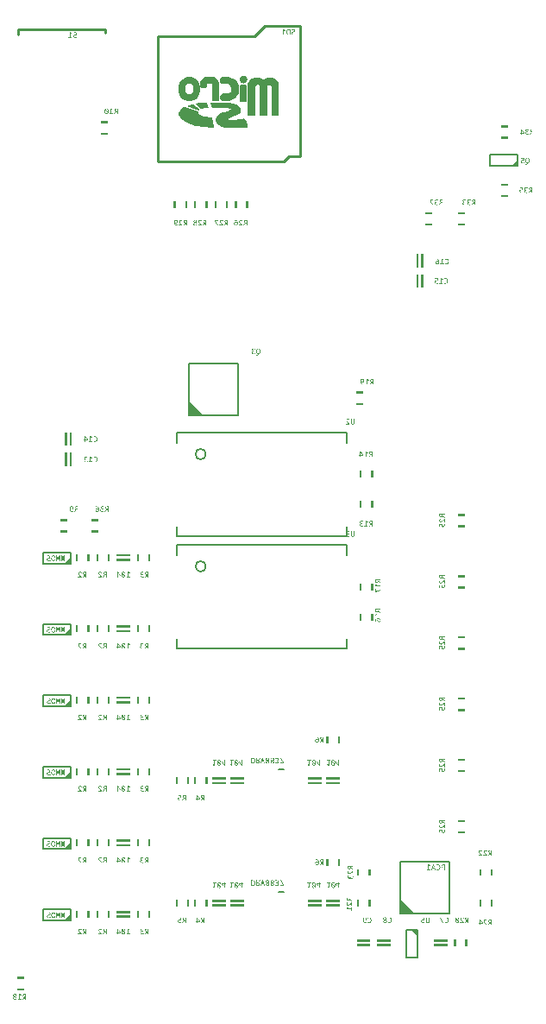
<source format=gbo>
G04 Layer_Color=32896*
%FSLAX24Y24*%
%MOIN*%
G70*
G01*
G75*
%ADD22C,0.0079*%
%ADD57C,0.0060*%
%ADD58C,0.0010*%
%ADD60C,0.0100*%
%ADD94C,0.0150*%
%ADD95C,0.0067*%
G36*
X-2559Y-3629D02*
X-2586D01*
Y-3525D01*
X-2624Y-3564D01*
X-2629Y-3569D01*
X-2634Y-3573D01*
X-2638Y-3577D01*
X-2641Y-3581D01*
X-2644Y-3584D01*
X-2647Y-3585D01*
X-2648Y-3587D01*
X-2649Y-3587D01*
X-2653Y-3591D01*
X-2657Y-3594D01*
X-2660Y-3597D01*
X-2664Y-3600D01*
X-2666Y-3602D01*
X-2668Y-3603D01*
X-2670Y-3604D01*
X-2670Y-3604D01*
X-2678Y-3609D01*
X-2681Y-3610D01*
X-2684Y-3612D01*
X-2687Y-3613D01*
X-2689Y-3614D01*
X-2690Y-3614D01*
X-2691D01*
X-2699Y-3616D01*
X-2703Y-3617D01*
X-2707Y-3617D01*
X-2709Y-3618D01*
X-2714D01*
X-2719Y-3617D01*
X-2724Y-3617D01*
X-2728Y-3616D01*
X-2732Y-3615D01*
X-2736Y-3614D01*
X-2738Y-3614D01*
X-2740Y-3613D01*
X-2740Y-3613D01*
X-2744Y-3611D01*
X-2748Y-3609D01*
X-2751Y-3607D01*
X-2754Y-3605D01*
X-2756Y-3603D01*
X-2758Y-3601D01*
X-2759Y-3600D01*
X-2760Y-3600D01*
X-2765Y-3593D01*
X-2767Y-3590D01*
X-2769Y-3586D01*
X-2770Y-3584D01*
X-2771Y-3581D01*
X-2772Y-3580D01*
Y-3579D01*
X-2773Y-3575D01*
X-2774Y-3571D01*
X-2775Y-3566D01*
X-2776Y-3562D01*
Y-3559D01*
X-2776Y-3556D01*
Y-3554D01*
Y-3553D01*
X-2776Y-3546D01*
X-2775Y-3539D01*
X-2774Y-3532D01*
X-2773Y-3527D01*
X-2771Y-3523D01*
X-2769Y-3519D01*
X-2769Y-3517D01*
X-2768Y-3516D01*
X-2765Y-3511D01*
X-2762Y-3505D01*
X-2758Y-3501D01*
X-2755Y-3497D01*
X-2753Y-3493D01*
X-2750Y-3491D01*
X-2748Y-3489D01*
X-2748Y-3489D01*
X-2729Y-3504D01*
X-2733Y-3508D01*
X-2736Y-3511D01*
X-2738Y-3515D01*
X-2741Y-3518D01*
X-2743Y-3521D01*
X-2744Y-3523D01*
X-2745Y-3524D01*
X-2745Y-3525D01*
X-2747Y-3529D01*
X-2748Y-3533D01*
X-2750Y-3537D01*
X-2750Y-3541D01*
X-2751Y-3545D01*
X-2751Y-3547D01*
Y-3549D01*
Y-3550D01*
X-2751Y-3556D01*
X-2750Y-3559D01*
X-2750Y-3562D01*
X-2749Y-3564D01*
X-2748Y-3565D01*
X-2748Y-3566D01*
Y-3566D01*
X-2745Y-3571D01*
X-2742Y-3575D01*
X-2740Y-3577D01*
X-2740Y-3578D01*
X-2739D01*
X-2735Y-3581D01*
X-2731Y-3583D01*
X-2729Y-3584D01*
X-2728Y-3584D01*
X-2727Y-3585D01*
X-2726D01*
X-2721Y-3586D01*
X-2716Y-3587D01*
X-2715Y-3587D01*
X-2712D01*
X-2706Y-3587D01*
X-2703Y-3586D01*
X-2701D01*
X-2699Y-3586D01*
X-2697Y-3585D01*
X-2697Y-3585D01*
X-2696D01*
X-2691Y-3584D01*
X-2686Y-3581D01*
X-2684Y-3580D01*
X-2682Y-3579D01*
X-2681Y-3579D01*
X-2681Y-3579D01*
X-2675Y-3575D01*
X-2669Y-3571D01*
X-2666Y-3569D01*
X-2664Y-3567D01*
X-2663Y-3566D01*
X-2663Y-3566D01*
X-2659Y-3562D01*
X-2655Y-3559D01*
X-2651Y-3555D01*
X-2648Y-3551D01*
X-2644Y-3548D01*
X-2642Y-3546D01*
X-2640Y-3544D01*
X-2640Y-3543D01*
X-2584Y-3488D01*
X-2559D01*
Y-3629D01*
D02*
G37*
G36*
X-2559Y-3681D02*
Y-3683D01*
X-2558Y-3686D01*
Y-3686D01*
Y-3686D01*
X-2558Y-3690D01*
X-2558Y-3694D01*
X-2557Y-3696D01*
Y-3697D01*
Y-3697D01*
X-2557Y-3701D01*
Y-3705D01*
X-2556Y-3707D01*
Y-3708D01*
Y-3708D01*
X-2556Y-3712D01*
Y-3715D01*
Y-3718D01*
Y-3718D01*
Y-3718D01*
X-2556Y-3725D01*
X-2557Y-3732D01*
X-2558Y-3738D01*
X-2559Y-3743D01*
X-2559Y-3748D01*
X-2560Y-3751D01*
X-2561Y-3753D01*
X-2561Y-3754D01*
X-2563Y-3760D01*
X-2566Y-3766D01*
X-2568Y-3770D01*
X-2570Y-3774D01*
X-2572Y-3778D01*
X-2574Y-3781D01*
X-2575Y-3782D01*
X-2576Y-3782D01*
X-2579Y-3787D01*
X-2583Y-3791D01*
X-2587Y-3794D01*
X-2591Y-3797D01*
X-2594Y-3799D01*
X-2596Y-3801D01*
X-2598Y-3801D01*
X-2598Y-3802D01*
X-2603Y-3804D01*
X-2608Y-3806D01*
X-2613Y-3807D01*
X-2618Y-3808D01*
X-2622Y-3808D01*
X-2625Y-3809D01*
X-2627D01*
X-2634Y-3808D01*
X-2639Y-3807D01*
X-2644Y-3806D01*
X-2649Y-3805D01*
X-2652Y-3804D01*
X-2655Y-3802D01*
X-2656Y-3802D01*
X-2657Y-3801D01*
X-2661Y-3799D01*
X-2665Y-3796D01*
X-2668Y-3792D01*
X-2670Y-3789D01*
X-2673Y-3787D01*
X-2674Y-3785D01*
X-2675Y-3783D01*
X-2675Y-3783D01*
X-2678Y-3779D01*
X-2680Y-3774D01*
X-2682Y-3770D01*
X-2683Y-3766D01*
X-2684Y-3763D01*
X-2685Y-3759D01*
X-2685Y-3758D01*
Y-3757D01*
X-2687Y-3746D01*
X-2687Y-3741D01*
X-2688Y-3736D01*
X-2688Y-3733D01*
Y-3729D01*
Y-3728D01*
Y-3727D01*
Y-3708D01*
X-2748D01*
Y-3797D01*
X-2773D01*
Y-3681D01*
X-2664D01*
Y-3722D01*
X-2663Y-3732D01*
X-2662Y-3740D01*
X-2660Y-3747D01*
X-2659Y-3753D01*
X-2657Y-3758D01*
X-2656Y-3761D01*
X-2655Y-3763D01*
X-2654Y-3763D01*
X-2650Y-3768D01*
X-2646Y-3772D01*
X-2641Y-3774D01*
X-2637Y-3776D01*
X-2632Y-3777D01*
X-2629Y-3777D01*
X-2626Y-3778D01*
X-2622D01*
X-2618Y-3777D01*
X-2615Y-3777D01*
X-2612Y-3776D01*
X-2610Y-3775D01*
X-2608Y-3774D01*
X-2607Y-3774D01*
X-2607Y-3774D01*
X-2601Y-3770D01*
X-2597Y-3766D01*
X-2595Y-3765D01*
X-2594Y-3763D01*
X-2593Y-3763D01*
X-2593Y-3762D01*
X-2589Y-3756D01*
X-2586Y-3751D01*
X-2585Y-3748D01*
X-2585Y-3746D01*
X-2584Y-3745D01*
Y-3744D01*
X-2582Y-3736D01*
X-2582Y-3733D01*
X-2581Y-3729D01*
X-2581Y-3726D01*
Y-3723D01*
Y-3721D01*
Y-3721D01*
Y-3712D01*
X-2581Y-3708D01*
Y-3705D01*
Y-3702D01*
X-2582Y-3700D01*
Y-3698D01*
Y-3698D01*
X-2583Y-3690D01*
X-2583Y-3686D01*
X-2584Y-3683D01*
X-2584Y-3681D01*
X-2585Y-3679D01*
X-2585Y-3678D01*
Y-3678D01*
X-2559D01*
X-2559Y-3681D01*
D02*
G37*
G36*
X-7613Y-8074D02*
X-7607Y-8075D01*
X-7601Y-8076D01*
X-7596Y-8077D01*
X-7591Y-8079D01*
X-7588Y-8080D01*
X-7586Y-8081D01*
X-7586Y-8081D01*
X-7580Y-8085D01*
X-7575Y-8088D01*
X-7571Y-8092D01*
X-7568Y-8095D01*
X-7565Y-8099D01*
X-7563Y-8102D01*
X-7561Y-8103D01*
X-7561Y-8104D01*
X-7557Y-8110D01*
X-7554Y-8115D01*
X-7551Y-8121D01*
X-7550Y-8126D01*
X-7548Y-8131D01*
X-7546Y-8135D01*
X-7546Y-8136D01*
Y-8138D01*
X-7546Y-8138D01*
Y-8138D01*
X-7544Y-8146D01*
X-7543Y-8154D01*
X-7542Y-8161D01*
X-7541Y-8168D01*
X-7541Y-8174D01*
X-7541Y-8177D01*
Y-8179D01*
Y-8181D01*
Y-8182D01*
Y-8183D01*
Y-8183D01*
X-7541Y-8194D01*
X-7541Y-8203D01*
X-7543Y-8212D01*
X-7543Y-8219D01*
X-7545Y-8225D01*
X-7545Y-8227D01*
X-7546Y-8229D01*
X-7546Y-8231D01*
Y-8232D01*
X-7546Y-8232D01*
Y-8233D01*
X-7549Y-8240D01*
X-7551Y-8247D01*
X-7554Y-8253D01*
X-7556Y-8258D01*
X-7558Y-8262D01*
X-7560Y-8265D01*
X-7561Y-8266D01*
X-7562Y-8267D01*
X-7566Y-8272D01*
X-7570Y-8276D01*
X-7574Y-8280D01*
X-7578Y-8282D01*
X-7581Y-8285D01*
X-7584Y-8286D01*
X-7585Y-8287D01*
X-7586Y-8287D01*
X-7591Y-8290D01*
X-7597Y-8291D01*
X-7602Y-8292D01*
X-7607Y-8293D01*
X-7611Y-8293D01*
X-7614Y-8294D01*
X-7617D01*
X-7624Y-8293D01*
X-7631Y-8293D01*
X-7637Y-8291D01*
X-7642Y-8290D01*
X-7646Y-8289D01*
X-7649Y-8287D01*
X-7651Y-8286D01*
X-7652Y-8286D01*
X-7657Y-8282D01*
X-7662Y-8279D01*
X-7667Y-8275D01*
X-7670Y-8272D01*
X-7673Y-8268D01*
X-7675Y-8265D01*
X-7677Y-8264D01*
X-7677Y-8263D01*
X-7680Y-8257D01*
X-7683Y-8252D01*
X-7686Y-8246D01*
X-7688Y-8240D01*
X-7690Y-8236D01*
X-7691Y-8232D01*
X-7691Y-8230D01*
Y-8229D01*
X-7692Y-8229D01*
Y-8228D01*
X-7693Y-8221D01*
X-7694Y-8212D01*
X-7695Y-8205D01*
X-7696Y-8198D01*
X-7696Y-8192D01*
X-7697Y-8189D01*
Y-8188D01*
Y-8186D01*
Y-8184D01*
Y-8184D01*
Y-8183D01*
X-7696Y-8173D01*
X-7696Y-8164D01*
X-7695Y-8155D01*
X-7694Y-8148D01*
X-7693Y-8142D01*
X-7692Y-8140D01*
X-7692Y-8138D01*
X-7692Y-8136D01*
Y-8135D01*
X-7691Y-8134D01*
Y-8134D01*
X-7689Y-8126D01*
X-7687Y-8120D01*
X-7684Y-8114D01*
X-7682Y-8109D01*
X-7679Y-8105D01*
X-7677Y-8102D01*
X-7676Y-8100D01*
X-7676Y-8100D01*
X-7672Y-8095D01*
X-7668Y-8091D01*
X-7664Y-8087D01*
X-7660Y-8085D01*
X-7657Y-8082D01*
X-7654Y-8081D01*
X-7653Y-8080D01*
X-7652Y-8080D01*
X-7647Y-8078D01*
X-7641Y-8076D01*
X-7636Y-8075D01*
X-7631Y-8074D01*
X-7627Y-8074D01*
X-7624Y-8073D01*
X-7621D01*
X-7613Y-8074D01*
D02*
G37*
G36*
X-2559Y-5991D02*
X-2586D01*
Y-5887D01*
X-2624Y-5926D01*
X-2629Y-5931D01*
X-2634Y-5935D01*
X-2638Y-5940D01*
X-2641Y-5943D01*
X-2644Y-5946D01*
X-2647Y-5948D01*
X-2648Y-5949D01*
X-2649Y-5950D01*
X-2653Y-5953D01*
X-2657Y-5957D01*
X-2660Y-5960D01*
X-2664Y-5962D01*
X-2666Y-5964D01*
X-2668Y-5965D01*
X-2670Y-5966D01*
X-2670Y-5967D01*
X-2678Y-5971D01*
X-2681Y-5973D01*
X-2684Y-5974D01*
X-2687Y-5975D01*
X-2689Y-5976D01*
X-2690Y-5976D01*
X-2691D01*
X-2699Y-5978D01*
X-2703Y-5979D01*
X-2707Y-5980D01*
X-2709Y-5980D01*
X-2714D01*
X-2719Y-5980D01*
X-2724Y-5979D01*
X-2728Y-5978D01*
X-2732Y-5978D01*
X-2736Y-5976D01*
X-2738Y-5976D01*
X-2740Y-5975D01*
X-2740Y-5975D01*
X-2744Y-5973D01*
X-2748Y-5971D01*
X-2751Y-5969D01*
X-2754Y-5967D01*
X-2756Y-5965D01*
X-2758Y-5963D01*
X-2759Y-5962D01*
X-2760Y-5962D01*
X-2765Y-5955D01*
X-2767Y-5952D01*
X-2769Y-5948D01*
X-2770Y-5946D01*
X-2771Y-5943D01*
X-2772Y-5942D01*
Y-5942D01*
X-2773Y-5937D01*
X-2774Y-5933D01*
X-2775Y-5928D01*
X-2776Y-5924D01*
Y-5921D01*
X-2776Y-5918D01*
Y-5916D01*
Y-5915D01*
X-2776Y-5908D01*
X-2775Y-5901D01*
X-2774Y-5895D01*
X-2773Y-5889D01*
X-2771Y-5885D01*
X-2769Y-5881D01*
X-2769Y-5879D01*
X-2768Y-5879D01*
X-2765Y-5873D01*
X-2762Y-5867D01*
X-2758Y-5863D01*
X-2755Y-5859D01*
X-2753Y-5856D01*
X-2750Y-5853D01*
X-2748Y-5851D01*
X-2748Y-5851D01*
X-2729Y-5867D01*
X-2733Y-5870D01*
X-2736Y-5874D01*
X-2738Y-5877D01*
X-2741Y-5880D01*
X-2743Y-5883D01*
X-2744Y-5885D01*
X-2745Y-5887D01*
X-2745Y-5887D01*
X-2747Y-5891D01*
X-2748Y-5895D01*
X-2750Y-5900D01*
X-2750Y-5904D01*
X-2751Y-5907D01*
X-2751Y-5910D01*
Y-5911D01*
Y-5912D01*
X-2751Y-5919D01*
X-2750Y-5922D01*
X-2750Y-5924D01*
X-2749Y-5926D01*
X-2748Y-5927D01*
X-2748Y-5928D01*
Y-5928D01*
X-2745Y-5933D01*
X-2742Y-5937D01*
X-2740Y-5939D01*
X-2740Y-5940D01*
X-2739D01*
X-2735Y-5943D01*
X-2731Y-5945D01*
X-2729Y-5946D01*
X-2728Y-5947D01*
X-2727Y-5947D01*
X-2726D01*
X-2721Y-5948D01*
X-2716Y-5949D01*
X-2715Y-5949D01*
X-2712D01*
X-2706Y-5949D01*
X-2703Y-5948D01*
X-2701D01*
X-2699Y-5948D01*
X-2697Y-5948D01*
X-2697Y-5947D01*
X-2696D01*
X-2691Y-5946D01*
X-2686Y-5943D01*
X-2684Y-5942D01*
X-2682Y-5942D01*
X-2681Y-5941D01*
X-2681Y-5941D01*
X-2675Y-5937D01*
X-2669Y-5933D01*
X-2666Y-5931D01*
X-2664Y-5929D01*
X-2663Y-5928D01*
X-2663Y-5928D01*
X-2659Y-5924D01*
X-2655Y-5921D01*
X-2651Y-5917D01*
X-2648Y-5914D01*
X-2644Y-5910D01*
X-2642Y-5908D01*
X-2640Y-5906D01*
X-2640Y-5905D01*
X-2584Y-5850D01*
X-2559D01*
Y-5991D01*
D02*
G37*
G36*
X-2559Y-6043D02*
Y-6046D01*
X-2558Y-6048D01*
Y-6048D01*
Y-6049D01*
X-2558Y-6053D01*
X-2558Y-6056D01*
X-2557Y-6059D01*
Y-6059D01*
Y-6059D01*
X-2557Y-6063D01*
Y-6067D01*
X-2556Y-6069D01*
Y-6070D01*
Y-6070D01*
X-2556Y-6074D01*
Y-6077D01*
Y-6080D01*
Y-6080D01*
Y-6081D01*
X-2556Y-6087D01*
X-2557Y-6094D01*
X-2558Y-6100D01*
X-2559Y-6106D01*
X-2559Y-6110D01*
X-2560Y-6114D01*
X-2561Y-6115D01*
X-2561Y-6116D01*
X-2563Y-6122D01*
X-2566Y-6128D01*
X-2568Y-6132D01*
X-2570Y-6137D01*
X-2573Y-6140D01*
X-2574Y-6143D01*
X-2575Y-6144D01*
X-2576Y-6145D01*
X-2579Y-6149D01*
X-2583Y-6153D01*
X-2587Y-6156D01*
X-2591Y-6159D01*
X-2594Y-6161D01*
X-2596Y-6163D01*
X-2598Y-6163D01*
X-2598Y-6164D01*
X-2603Y-6166D01*
X-2608Y-6168D01*
X-2613Y-6169D01*
X-2618Y-6170D01*
X-2622Y-6170D01*
X-2625Y-6171D01*
X-2627D01*
X-2634Y-6170D01*
X-2639Y-6170D01*
X-2644Y-6168D01*
X-2649Y-6167D01*
X-2652Y-6166D01*
X-2655Y-6165D01*
X-2656Y-6164D01*
X-2657Y-6163D01*
X-2661Y-6161D01*
X-2665Y-6158D01*
X-2668Y-6155D01*
X-2670Y-6152D01*
X-2673Y-6149D01*
X-2674Y-6147D01*
X-2675Y-6145D01*
X-2675Y-6145D01*
X-2678Y-6141D01*
X-2680Y-6136D01*
X-2682Y-6132D01*
X-2683Y-6128D01*
X-2684Y-6125D01*
X-2685Y-6122D01*
X-2685Y-6120D01*
Y-6119D01*
X-2687Y-6109D01*
X-2687Y-6103D01*
X-2688Y-6099D01*
X-2688Y-6095D01*
Y-6092D01*
Y-6090D01*
Y-6089D01*
Y-6071D01*
X-2748D01*
Y-6159D01*
X-2773D01*
Y-6044D01*
X-2664D01*
Y-6084D01*
X-2663Y-6094D01*
X-2662Y-6102D01*
X-2660Y-6109D01*
X-2659Y-6115D01*
X-2657Y-6120D01*
X-2656Y-6123D01*
X-2655Y-6125D01*
X-2654Y-6125D01*
X-2650Y-6130D01*
X-2646Y-6134D01*
X-2641Y-6137D01*
X-2637Y-6138D01*
X-2632Y-6139D01*
X-2629Y-6140D01*
X-2626Y-6140D01*
X-2622D01*
X-2618Y-6139D01*
X-2615Y-6139D01*
X-2612Y-6138D01*
X-2610Y-6137D01*
X-2608Y-6137D01*
X-2607Y-6136D01*
X-2607Y-6136D01*
X-2601Y-6132D01*
X-2597Y-6129D01*
X-2595Y-6127D01*
X-2594Y-6125D01*
X-2593Y-6125D01*
X-2593Y-6124D01*
X-2589Y-6119D01*
X-2586Y-6113D01*
X-2585Y-6111D01*
X-2585Y-6109D01*
X-2584Y-6107D01*
Y-6107D01*
X-2582Y-6099D01*
X-2582Y-6095D01*
X-2581Y-6091D01*
X-2581Y-6088D01*
Y-6085D01*
Y-6084D01*
Y-6083D01*
Y-6074D01*
X-2581Y-6071D01*
Y-6067D01*
Y-6064D01*
X-2582Y-6062D01*
Y-6060D01*
Y-6060D01*
X-2583Y-6052D01*
X-2583Y-6049D01*
X-2584Y-6046D01*
X-2584Y-6043D01*
X-2585Y-6041D01*
X-2585Y-6040D01*
Y-6040D01*
X-2559D01*
X-2559Y-6043D01*
D02*
G37*
G36*
X-2559Y-3336D02*
X-2655D01*
Y-3350D01*
X-2654Y-3354D01*
X-2654Y-3358D01*
X-2654Y-3359D01*
Y-3360D01*
X-2653Y-3361D01*
Y-3361D01*
X-2652Y-3365D01*
X-2650Y-3368D01*
X-2649Y-3370D01*
X-2649Y-3371D01*
X-2646Y-3374D01*
X-2644Y-3377D01*
X-2641Y-3378D01*
X-2641Y-3379D01*
X-2640D01*
X-2636Y-3382D01*
X-2632Y-3384D01*
X-2630Y-3385D01*
X-2629Y-3386D01*
X-2628Y-3387D01*
X-2627D01*
X-2559Y-3418D01*
Y-3451D01*
X-2630Y-3417D01*
X-2634Y-3415D01*
X-2638Y-3413D01*
X-2642Y-3410D01*
X-2645Y-3408D01*
X-2647Y-3407D01*
X-2649Y-3405D01*
X-2650Y-3405D01*
X-2650Y-3404D01*
X-2653Y-3402D01*
X-2655Y-3399D01*
X-2657Y-3397D01*
X-2659Y-3395D01*
X-2660Y-3392D01*
X-2660Y-3391D01*
X-2661Y-3390D01*
Y-3389D01*
X-2662Y-3393D01*
X-2664Y-3397D01*
X-2665Y-3400D01*
X-2666Y-3403D01*
X-2667Y-3406D01*
X-2668Y-3407D01*
X-2669Y-3408D01*
X-2669Y-3409D01*
X-2673Y-3415D01*
X-2675Y-3417D01*
X-2677Y-3420D01*
X-2679Y-3421D01*
X-2680Y-3422D01*
X-2681Y-3423D01*
X-2682Y-3423D01*
X-2687Y-3427D01*
X-2692Y-3430D01*
X-2695Y-3431D01*
X-2696Y-3432D01*
X-2697Y-3432D01*
X-2698D01*
X-2705Y-3434D01*
X-2708Y-3435D01*
X-2711Y-3435D01*
X-2713Y-3435D01*
X-2721D01*
X-2726Y-3435D01*
X-2730Y-3434D01*
X-2733Y-3433D01*
X-2736Y-3433D01*
X-2738Y-3432D01*
X-2740Y-3432D01*
X-2740Y-3431D01*
X-2744Y-3430D01*
X-2747Y-3428D01*
X-2750Y-3425D01*
X-2753Y-3423D01*
X-2755Y-3422D01*
X-2756Y-3420D01*
X-2757Y-3419D01*
X-2758Y-3418D01*
X-2760Y-3415D01*
X-2763Y-3412D01*
X-2764Y-3408D01*
X-2766Y-3404D01*
X-2768Y-3401D01*
X-2768Y-3399D01*
X-2769Y-3397D01*
Y-3397D01*
X-2771Y-3391D01*
X-2771Y-3386D01*
X-2772Y-3380D01*
X-2773Y-3375D01*
Y-3371D01*
X-2773Y-3367D01*
Y-3365D01*
Y-3365D01*
Y-3364D01*
Y-3307D01*
X-2559D01*
Y-3336D01*
D02*
G37*
G36*
Y-974D02*
X-2655D01*
Y-988D01*
X-2654Y-992D01*
X-2654Y-996D01*
X-2654Y-997D01*
Y-998D01*
X-2653Y-999D01*
Y-999D01*
X-2652Y-1003D01*
X-2650Y-1006D01*
X-2649Y-1008D01*
X-2649Y-1009D01*
X-2646Y-1012D01*
X-2644Y-1014D01*
X-2641Y-1016D01*
X-2641Y-1017D01*
X-2640D01*
X-2636Y-1019D01*
X-2632Y-1022D01*
X-2630Y-1023D01*
X-2629Y-1024D01*
X-2628Y-1024D01*
X-2627D01*
X-2559Y-1056D01*
Y-1089D01*
X-2630Y-1055D01*
X-2634Y-1053D01*
X-2638Y-1050D01*
X-2642Y-1048D01*
X-2645Y-1046D01*
X-2647Y-1044D01*
X-2649Y-1043D01*
X-2650Y-1042D01*
X-2650Y-1042D01*
X-2653Y-1040D01*
X-2655Y-1037D01*
X-2657Y-1035D01*
X-2659Y-1032D01*
X-2660Y-1030D01*
X-2660Y-1029D01*
X-2661Y-1027D01*
Y-1027D01*
X-2662Y-1031D01*
X-2664Y-1035D01*
X-2665Y-1038D01*
X-2666Y-1041D01*
X-2667Y-1044D01*
X-2668Y-1045D01*
X-2669Y-1046D01*
X-2669Y-1047D01*
X-2673Y-1053D01*
X-2675Y-1055D01*
X-2677Y-1057D01*
X-2679Y-1059D01*
X-2680Y-1060D01*
X-2681Y-1061D01*
X-2682Y-1061D01*
X-2687Y-1065D01*
X-2692Y-1068D01*
X-2695Y-1069D01*
X-2696Y-1070D01*
X-2697Y-1070D01*
X-2698D01*
X-2705Y-1072D01*
X-2708Y-1072D01*
X-2711Y-1073D01*
X-2713Y-1073D01*
X-2721D01*
X-2726Y-1072D01*
X-2730Y-1072D01*
X-2733Y-1071D01*
X-2736Y-1070D01*
X-2738Y-1070D01*
X-2740Y-1069D01*
X-2740Y-1069D01*
X-2744Y-1067D01*
X-2747Y-1065D01*
X-2750Y-1063D01*
X-2753Y-1061D01*
X-2755Y-1059D01*
X-2756Y-1058D01*
X-2757Y-1057D01*
X-2758Y-1056D01*
X-2760Y-1053D01*
X-2763Y-1049D01*
X-2764Y-1045D01*
X-2766Y-1042D01*
X-2768Y-1039D01*
X-2768Y-1037D01*
X-2769Y-1035D01*
Y-1034D01*
X-2771Y-1029D01*
X-2771Y-1024D01*
X-2772Y-1018D01*
X-2773Y-1013D01*
Y-1009D01*
X-2773Y-1005D01*
Y-1003D01*
Y-1002D01*
Y-1002D01*
Y-945D01*
X-2559D01*
Y-974D01*
D02*
G37*
G36*
X-2559Y1388D02*
X-2655D01*
Y1375D01*
X-2654Y1370D01*
X-2654Y1367D01*
X-2654Y1365D01*
Y1364D01*
X-2653Y1364D01*
Y1363D01*
X-2652Y1359D01*
X-2650Y1356D01*
X-2649Y1354D01*
X-2649Y1354D01*
X-2646Y1350D01*
X-2644Y1348D01*
X-2641Y1346D01*
X-2641Y1346D01*
X-2640D01*
X-2636Y1343D01*
X-2632Y1340D01*
X-2630Y1339D01*
X-2629Y1339D01*
X-2628Y1338D01*
X-2627D01*
X-2559Y1306D01*
Y1273D01*
X-2630Y1307D01*
X-2634Y1309D01*
X-2638Y1312D01*
X-2642Y1314D01*
X-2645Y1316D01*
X-2647Y1318D01*
X-2649Y1319D01*
X-2650Y1320D01*
X-2650Y1320D01*
X-2653Y1322D01*
X-2655Y1325D01*
X-2657Y1327D01*
X-2659Y1330D01*
X-2660Y1332D01*
X-2660Y1334D01*
X-2661Y1335D01*
Y1335D01*
X-2662Y1331D01*
X-2664Y1327D01*
X-2665Y1324D01*
X-2666Y1321D01*
X-2667Y1319D01*
X-2668Y1317D01*
X-2669Y1316D01*
X-2669Y1316D01*
X-2673Y1309D01*
X-2675Y1307D01*
X-2677Y1305D01*
X-2679Y1303D01*
X-2680Y1302D01*
X-2681Y1301D01*
X-2682Y1301D01*
X-2687Y1297D01*
X-2692Y1294D01*
X-2695Y1293D01*
X-2696Y1293D01*
X-2697Y1292D01*
X-2698D01*
X-2705Y1290D01*
X-2708Y1290D01*
X-2711Y1289D01*
X-2713Y1289D01*
X-2721D01*
X-2726Y1290D01*
X-2730Y1290D01*
X-2733Y1291D01*
X-2736Y1292D01*
X-2738Y1293D01*
X-2740Y1293D01*
X-2740Y1293D01*
X-2744Y1295D01*
X-2747Y1297D01*
X-2750Y1299D01*
X-2753Y1301D01*
X-2755Y1303D01*
X-2756Y1304D01*
X-2757Y1306D01*
X-2758Y1306D01*
X-2760Y1309D01*
X-2763Y1313D01*
X-2765Y1317D01*
X-2766Y1320D01*
X-2768Y1323D01*
X-2768Y1326D01*
X-2769Y1327D01*
Y1328D01*
X-2771Y1333D01*
X-2771Y1339D01*
X-2772Y1344D01*
X-2773Y1349D01*
Y1354D01*
X-2773Y1357D01*
Y1359D01*
Y1360D01*
Y1360D01*
Y1417D01*
X-2559D01*
Y1388D01*
D02*
G37*
G36*
Y1095D02*
X-2586D01*
Y1199D01*
X-2624Y1160D01*
X-2629Y1155D01*
X-2634Y1151D01*
X-2638Y1147D01*
X-2641Y1144D01*
X-2644Y1141D01*
X-2647Y1139D01*
X-2648Y1137D01*
X-2649Y1137D01*
X-2653Y1133D01*
X-2657Y1130D01*
X-2660Y1127D01*
X-2664Y1125D01*
X-2666Y1123D01*
X-2668Y1121D01*
X-2670Y1120D01*
X-2670Y1120D01*
X-2678Y1116D01*
X-2681Y1114D01*
X-2684Y1113D01*
X-2687Y1112D01*
X-2689Y1111D01*
X-2690Y1110D01*
X-2691D01*
X-2699Y1108D01*
X-2703Y1107D01*
X-2707Y1107D01*
X-2709Y1107D01*
X-2714D01*
X-2719Y1107D01*
X-2724Y1107D01*
X-2728Y1108D01*
X-2732Y1109D01*
X-2736Y1110D01*
X-2738Y1111D01*
X-2740Y1111D01*
X-2740Y1112D01*
X-2744Y1114D01*
X-2748Y1116D01*
X-2751Y1118D01*
X-2754Y1120D01*
X-2756Y1122D01*
X-2758Y1123D01*
X-2759Y1124D01*
X-2760Y1125D01*
X-2765Y1132D01*
X-2767Y1135D01*
X-2769Y1138D01*
X-2770Y1141D01*
X-2771Y1143D01*
X-2772Y1145D01*
Y1145D01*
X-2773Y1150D01*
X-2774Y1154D01*
X-2775Y1159D01*
X-2776Y1162D01*
Y1166D01*
X-2776Y1169D01*
Y1170D01*
Y1171D01*
X-2776Y1179D01*
X-2775Y1186D01*
X-2774Y1192D01*
X-2773Y1197D01*
X-2771Y1202D01*
X-2769Y1205D01*
X-2769Y1207D01*
X-2768Y1208D01*
X-2765Y1214D01*
X-2762Y1219D01*
X-2758Y1224D01*
X-2755Y1228D01*
X-2753Y1231D01*
X-2750Y1233D01*
X-2748Y1235D01*
X-2748Y1236D01*
X-2729Y1220D01*
X-2733Y1216D01*
X-2736Y1213D01*
X-2738Y1210D01*
X-2741Y1206D01*
X-2743Y1203D01*
X-2744Y1202D01*
X-2745Y1200D01*
X-2745Y1200D01*
X-2747Y1195D01*
X-2748Y1191D01*
X-2750Y1187D01*
X-2750Y1183D01*
X-2751Y1180D01*
X-2751Y1177D01*
Y1175D01*
Y1175D01*
X-2751Y1168D01*
X-2750Y1165D01*
X-2750Y1163D01*
X-2749Y1161D01*
X-2748Y1159D01*
X-2748Y1159D01*
Y1158D01*
X-2745Y1153D01*
X-2742Y1150D01*
X-2740Y1147D01*
X-2740Y1147D01*
X-2739D01*
X-2735Y1144D01*
X-2731Y1141D01*
X-2729Y1140D01*
X-2728Y1140D01*
X-2727Y1140D01*
X-2726D01*
X-2721Y1138D01*
X-2716Y1138D01*
X-2715Y1137D01*
X-2712D01*
X-2706Y1138D01*
X-2703Y1138D01*
X-2701D01*
X-2699Y1139D01*
X-2697Y1139D01*
X-2697Y1139D01*
X-2696D01*
X-2691Y1141D01*
X-2686Y1143D01*
X-2684Y1144D01*
X-2682Y1145D01*
X-2681Y1145D01*
X-2681Y1146D01*
X-2675Y1150D01*
X-2669Y1154D01*
X-2666Y1156D01*
X-2664Y1157D01*
X-2663Y1159D01*
X-2663Y1159D01*
X-2659Y1162D01*
X-2655Y1166D01*
X-2651Y1170D01*
X-2648Y1173D01*
X-2644Y1176D01*
X-2642Y1179D01*
X-2640Y1180D01*
X-2640Y1181D01*
X-2584Y1236D01*
X-2559D01*
Y1095D01*
D02*
G37*
G36*
X-2559Y1044D02*
Y1041D01*
X-2558Y1039D01*
Y1038D01*
Y1038D01*
X-2558Y1034D01*
X-2558Y1031D01*
X-2557Y1028D01*
Y1028D01*
Y1027D01*
X-2557Y1023D01*
Y1020D01*
X-2556Y1017D01*
Y1017D01*
Y1016D01*
X-2556Y1012D01*
Y1009D01*
Y1007D01*
Y1006D01*
Y1006D01*
X-2556Y999D01*
X-2557Y992D01*
X-2558Y986D01*
X-2559Y981D01*
X-2559Y976D01*
X-2560Y973D01*
X-2561Y971D01*
X-2561Y970D01*
X-2563Y964D01*
X-2566Y959D01*
X-2568Y954D01*
X-2570Y950D01*
X-2573Y947D01*
X-2574Y944D01*
X-2575Y942D01*
X-2576Y942D01*
X-2579Y938D01*
X-2583Y934D01*
X-2587Y930D01*
X-2591Y928D01*
X-2594Y925D01*
X-2596Y924D01*
X-2598Y923D01*
X-2598Y923D01*
X-2603Y920D01*
X-2608Y919D01*
X-2613Y917D01*
X-2618Y917D01*
X-2622Y916D01*
X-2625Y916D01*
X-2627D01*
X-2634Y916D01*
X-2639Y917D01*
X-2644Y918D01*
X-2649Y919D01*
X-2652Y921D01*
X-2655Y922D01*
X-2656Y923D01*
X-2657Y923D01*
X-2661Y926D01*
X-2665Y929D01*
X-2668Y932D01*
X-2670Y935D01*
X-2673Y938D01*
X-2674Y940D01*
X-2675Y941D01*
X-2675Y942D01*
X-2678Y946D01*
X-2680Y950D01*
X-2682Y955D01*
X-2683Y958D01*
X-2684Y962D01*
X-2685Y965D01*
X-2685Y966D01*
Y967D01*
X-2687Y978D01*
X-2687Y983D01*
X-2688Y988D01*
X-2688Y992D01*
Y995D01*
Y997D01*
Y998D01*
Y1016D01*
X-2748D01*
Y927D01*
X-2773D01*
Y1043D01*
X-2664D01*
Y1002D01*
X-2663Y993D01*
X-2662Y985D01*
X-2660Y977D01*
X-2659Y971D01*
X-2657Y967D01*
X-2656Y964D01*
X-2655Y962D01*
X-2654Y961D01*
X-2650Y956D01*
X-2646Y953D01*
X-2641Y950D01*
X-2637Y948D01*
X-2632Y947D01*
X-2629Y947D01*
X-2626Y947D01*
X-2622D01*
X-2618Y947D01*
X-2615Y948D01*
X-2612Y948D01*
X-2610Y949D01*
X-2608Y950D01*
X-2607Y950D01*
X-2607Y951D01*
X-2601Y954D01*
X-2597Y958D01*
X-2595Y960D01*
X-2594Y961D01*
X-2593Y962D01*
X-2593Y962D01*
X-2589Y968D01*
X-2586Y974D01*
X-2585Y976D01*
X-2585Y978D01*
X-2584Y980D01*
Y980D01*
X-2582Y988D01*
X-2582Y992D01*
X-2581Y996D01*
X-2581Y999D01*
Y1001D01*
Y1003D01*
Y1004D01*
Y1012D01*
X-2581Y1016D01*
Y1019D01*
Y1023D01*
X-2582Y1025D01*
Y1026D01*
Y1027D01*
X-2583Y1034D01*
X-2583Y1038D01*
X-2584Y1041D01*
X-2584Y1043D01*
X-2585Y1045D01*
X-2585Y1046D01*
Y1047D01*
X-2559D01*
X-2559Y1044D01*
D02*
G37*
G36*
X-2559Y-1267D02*
X-2586D01*
Y-1163D01*
X-2624Y-1202D01*
X-2629Y-1207D01*
X-2634Y-1211D01*
X-2638Y-1215D01*
X-2641Y-1219D01*
X-2644Y-1221D01*
X-2647Y-1223D01*
X-2648Y-1225D01*
X-2649Y-1225D01*
X-2653Y-1229D01*
X-2657Y-1232D01*
X-2660Y-1235D01*
X-2664Y-1237D01*
X-2666Y-1239D01*
X-2668Y-1241D01*
X-2670Y-1242D01*
X-2670Y-1242D01*
X-2678Y-1246D01*
X-2681Y-1248D01*
X-2684Y-1249D01*
X-2687Y-1251D01*
X-2689Y-1251D01*
X-2690Y-1252D01*
X-2691D01*
X-2699Y-1254D01*
X-2703Y-1255D01*
X-2707Y-1255D01*
X-2709Y-1256D01*
X-2714D01*
X-2719Y-1255D01*
X-2724Y-1255D01*
X-2728Y-1254D01*
X-2732Y-1253D01*
X-2736Y-1252D01*
X-2738Y-1251D01*
X-2740Y-1251D01*
X-2740Y-1251D01*
X-2744Y-1249D01*
X-2748Y-1247D01*
X-2751Y-1244D01*
X-2754Y-1242D01*
X-2756Y-1241D01*
X-2758Y-1239D01*
X-2759Y-1238D01*
X-2760Y-1237D01*
X-2765Y-1231D01*
X-2767Y-1228D01*
X-2769Y-1224D01*
X-2770Y-1221D01*
X-2771Y-1219D01*
X-2772Y-1218D01*
Y-1217D01*
X-2773Y-1213D01*
X-2774Y-1208D01*
X-2775Y-1204D01*
X-2776Y-1200D01*
Y-1196D01*
X-2776Y-1193D01*
Y-1192D01*
Y-1191D01*
X-2776Y-1183D01*
X-2775Y-1176D01*
X-2774Y-1170D01*
X-2773Y-1165D01*
X-2771Y-1160D01*
X-2769Y-1157D01*
X-2769Y-1155D01*
X-2768Y-1154D01*
X-2765Y-1148D01*
X-2762Y-1143D01*
X-2758Y-1138D01*
X-2755Y-1135D01*
X-2753Y-1131D01*
X-2750Y-1129D01*
X-2748Y-1127D01*
X-2748Y-1127D01*
X-2729Y-1142D01*
X-2733Y-1146D01*
X-2736Y-1149D01*
X-2738Y-1153D01*
X-2741Y-1156D01*
X-2743Y-1159D01*
X-2744Y-1161D01*
X-2745Y-1162D01*
X-2745Y-1163D01*
X-2747Y-1167D01*
X-2748Y-1171D01*
X-2750Y-1175D01*
X-2750Y-1179D01*
X-2751Y-1183D01*
X-2751Y-1185D01*
Y-1187D01*
Y-1188D01*
X-2751Y-1194D01*
X-2750Y-1197D01*
X-2750Y-1199D01*
X-2749Y-1201D01*
X-2748Y-1203D01*
X-2748Y-1204D01*
Y-1204D01*
X-2745Y-1209D01*
X-2742Y-1213D01*
X-2740Y-1215D01*
X-2740Y-1216D01*
X-2739D01*
X-2735Y-1219D01*
X-2731Y-1221D01*
X-2729Y-1222D01*
X-2728Y-1222D01*
X-2727Y-1223D01*
X-2726D01*
X-2721Y-1224D01*
X-2716Y-1224D01*
X-2715Y-1225D01*
X-2712D01*
X-2706Y-1224D01*
X-2703Y-1224D01*
X-2701D01*
X-2699Y-1224D01*
X-2697Y-1223D01*
X-2697Y-1223D01*
X-2696D01*
X-2691Y-1221D01*
X-2686Y-1219D01*
X-2684Y-1218D01*
X-2682Y-1217D01*
X-2681Y-1217D01*
X-2681Y-1216D01*
X-2675Y-1213D01*
X-2669Y-1208D01*
X-2666Y-1206D01*
X-2664Y-1205D01*
X-2663Y-1204D01*
X-2663Y-1203D01*
X-2659Y-1200D01*
X-2655Y-1196D01*
X-2651Y-1193D01*
X-2648Y-1189D01*
X-2644Y-1186D01*
X-2642Y-1183D01*
X-2640Y-1182D01*
X-2640Y-1181D01*
X-2584Y-1126D01*
X-2559D01*
Y-1267D01*
D02*
G37*
G36*
X-2559Y-1319D02*
Y-1321D01*
X-2558Y-1324D01*
Y-1324D01*
Y-1324D01*
X-2558Y-1328D01*
X-2558Y-1332D01*
X-2557Y-1334D01*
Y-1335D01*
Y-1335D01*
X-2557Y-1339D01*
Y-1342D01*
X-2556Y-1345D01*
Y-1345D01*
Y-1346D01*
X-2556Y-1350D01*
Y-1353D01*
Y-1355D01*
Y-1356D01*
Y-1356D01*
X-2556Y-1363D01*
X-2557Y-1370D01*
X-2558Y-1376D01*
X-2559Y-1381D01*
X-2559Y-1386D01*
X-2560Y-1389D01*
X-2561Y-1391D01*
X-2561Y-1392D01*
X-2563Y-1398D01*
X-2566Y-1403D01*
X-2568Y-1408D01*
X-2570Y-1412D01*
X-2572Y-1416D01*
X-2574Y-1418D01*
X-2575Y-1420D01*
X-2576Y-1420D01*
X-2579Y-1425D01*
X-2583Y-1428D01*
X-2587Y-1432D01*
X-2591Y-1434D01*
X-2594Y-1437D01*
X-2596Y-1438D01*
X-2598Y-1439D01*
X-2598Y-1439D01*
X-2603Y-1442D01*
X-2608Y-1443D01*
X-2613Y-1445D01*
X-2618Y-1446D01*
X-2622Y-1446D01*
X-2625Y-1446D01*
X-2627D01*
X-2634Y-1446D01*
X-2639Y-1445D01*
X-2644Y-1444D01*
X-2649Y-1443D01*
X-2652Y-1441D01*
X-2655Y-1440D01*
X-2656Y-1439D01*
X-2657Y-1439D01*
X-2661Y-1436D01*
X-2665Y-1433D01*
X-2668Y-1430D01*
X-2670Y-1427D01*
X-2673Y-1425D01*
X-2674Y-1423D01*
X-2675Y-1421D01*
X-2675Y-1421D01*
X-2678Y-1416D01*
X-2680Y-1412D01*
X-2682Y-1408D01*
X-2683Y-1404D01*
X-2684Y-1400D01*
X-2685Y-1397D01*
X-2685Y-1396D01*
Y-1395D01*
X-2687Y-1384D01*
X-2687Y-1379D01*
X-2688Y-1374D01*
X-2688Y-1370D01*
Y-1367D01*
Y-1365D01*
Y-1365D01*
Y-1346D01*
X-2748D01*
Y-1435D01*
X-2773D01*
Y-1319D01*
X-2664D01*
Y-1360D01*
X-2663Y-1370D01*
X-2662Y-1378D01*
X-2660Y-1385D01*
X-2659Y-1391D01*
X-2657Y-1395D01*
X-2656Y-1398D01*
X-2655Y-1400D01*
X-2654Y-1401D01*
X-2650Y-1406D01*
X-2646Y-1410D01*
X-2641Y-1412D01*
X-2637Y-1414D01*
X-2632Y-1415D01*
X-2629Y-1415D01*
X-2626Y-1416D01*
X-2622D01*
X-2618Y-1415D01*
X-2615Y-1415D01*
X-2612Y-1414D01*
X-2610Y-1413D01*
X-2608Y-1412D01*
X-2607Y-1412D01*
X-2607Y-1411D01*
X-2601Y-1408D01*
X-2597Y-1404D01*
X-2595Y-1403D01*
X-2594Y-1401D01*
X-2593Y-1400D01*
X-2593Y-1400D01*
X-2589Y-1394D01*
X-2586Y-1388D01*
X-2585Y-1386D01*
X-2585Y-1384D01*
X-2584Y-1383D01*
Y-1382D01*
X-2582Y-1374D01*
X-2582Y-1370D01*
X-2581Y-1367D01*
X-2581Y-1363D01*
Y-1361D01*
Y-1359D01*
Y-1358D01*
Y-1350D01*
X-2581Y-1346D01*
Y-1343D01*
Y-1340D01*
X-2582Y-1337D01*
Y-1336D01*
Y-1335D01*
X-2583Y-1328D01*
X-2583Y-1324D01*
X-2584Y-1321D01*
X-2584Y-1319D01*
X-2585Y-1317D01*
X-2585Y-1316D01*
Y-1315D01*
X-2559D01*
X-2559Y-1319D01*
D02*
G37*
G36*
X-7387Y-8124D02*
X-7351D01*
Y-8149D01*
X-7387D01*
Y-8291D01*
X-7428D01*
X-7520Y-8149D01*
Y-8124D01*
X-7416D01*
Y-8077D01*
X-7387D01*
Y-8124D01*
D02*
G37*
G36*
X-14016Y-1811D02*
X-14045D01*
Y-1715D01*
X-14058D01*
X-14063Y-1716D01*
X-14066Y-1716D01*
X-14068Y-1717D01*
X-14069D01*
X-14070Y-1717D01*
X-14070D01*
X-14074Y-1718D01*
X-14077Y-1720D01*
X-14079Y-1721D01*
X-14079Y-1721D01*
X-14083Y-1724D01*
X-14085Y-1727D01*
X-14087Y-1729D01*
X-14088Y-1729D01*
Y-1730D01*
X-14090Y-1734D01*
X-14093Y-1738D01*
X-14094Y-1740D01*
X-14094Y-1741D01*
X-14095Y-1742D01*
Y-1743D01*
X-14127Y-1811D01*
X-14160D01*
X-14126Y-1740D01*
X-14124Y-1736D01*
X-14121Y-1732D01*
X-14119Y-1728D01*
X-14117Y-1725D01*
X-14115Y-1723D01*
X-14114Y-1722D01*
X-14113Y-1720D01*
X-14113Y-1720D01*
X-14111Y-1717D01*
X-14108Y-1715D01*
X-14106Y-1713D01*
X-14103Y-1712D01*
X-14101Y-1710D01*
X-14099Y-1710D01*
X-14098Y-1709D01*
X-14098D01*
X-14102Y-1708D01*
X-14106Y-1707D01*
X-14109Y-1705D01*
X-14112Y-1704D01*
X-14114Y-1703D01*
X-14116Y-1702D01*
X-14117Y-1701D01*
X-14118Y-1701D01*
X-14124Y-1697D01*
X-14126Y-1695D01*
X-14128Y-1693D01*
X-14130Y-1691D01*
X-14131Y-1690D01*
X-14132Y-1689D01*
X-14132Y-1689D01*
X-14136Y-1683D01*
X-14139Y-1678D01*
X-14140Y-1675D01*
X-14141Y-1674D01*
X-14141Y-1673D01*
Y-1672D01*
X-14143Y-1665D01*
X-14143Y-1662D01*
X-14144Y-1659D01*
X-14144Y-1657D01*
Y-1655D01*
Y-1654D01*
Y-1653D01*
Y-1649D01*
X-14143Y-1644D01*
X-14143Y-1640D01*
X-14142Y-1637D01*
X-14141Y-1634D01*
X-14141Y-1632D01*
X-14140Y-1631D01*
X-14140Y-1630D01*
X-14138Y-1626D01*
X-14136Y-1623D01*
X-14134Y-1620D01*
X-14132Y-1617D01*
X-14130Y-1615D01*
X-14129Y-1614D01*
X-14127Y-1613D01*
X-14127Y-1612D01*
X-14124Y-1610D01*
X-14120Y-1608D01*
X-14116Y-1606D01*
X-14113Y-1604D01*
X-14110Y-1603D01*
X-14108Y-1602D01*
X-14106Y-1601D01*
X-14105D01*
X-14100Y-1599D01*
X-14094Y-1599D01*
X-14089Y-1598D01*
X-14084Y-1597D01*
X-14079D01*
X-14076Y-1597D01*
X-14016D01*
Y-1811D01*
D02*
G37*
G36*
X-14246Y-4350D02*
X-14244D01*
X-14243Y-4350D01*
X-14242D01*
X-14237Y-4351D01*
X-14233Y-4352D01*
X-14232Y-4352D01*
X-14230D01*
X-14230Y-4352D01*
X-14229D01*
X-14225Y-4353D01*
X-14221Y-4354D01*
X-14219Y-4354D01*
X-14218D01*
X-14217Y-4355D01*
X-14217D01*
X-14212Y-4356D01*
X-14209Y-4357D01*
X-14207Y-4357D01*
X-14206Y-4358D01*
X-14205Y-4358D01*
X-14205D01*
Y-4383D01*
X-14214Y-4380D01*
X-14218Y-4379D01*
X-14222Y-4378D01*
X-14225Y-4378D01*
X-14228Y-4377D01*
X-14229Y-4377D01*
X-14230D01*
X-14238Y-4375D01*
X-14242Y-4375D01*
X-14245D01*
X-14248Y-4375D01*
X-14252D01*
X-14259Y-4375D01*
X-14265Y-4376D01*
X-14271Y-4377D01*
X-14275Y-4378D01*
X-14278Y-4380D01*
X-14281Y-4381D01*
X-14282Y-4382D01*
X-14283Y-4383D01*
X-14286Y-4386D01*
X-14289Y-4390D01*
X-14291Y-4394D01*
X-14292Y-4398D01*
X-14293Y-4402D01*
X-14293Y-4405D01*
Y-4407D01*
Y-4407D01*
Y-4408D01*
X-14293Y-4414D01*
X-14293Y-4416D01*
X-14292Y-4419D01*
X-14291Y-4421D01*
X-14291Y-4423D01*
X-14290Y-4423D01*
Y-4424D01*
X-14288Y-4428D01*
X-14285Y-4432D01*
X-14283Y-4434D01*
X-14282Y-4435D01*
X-14281Y-4435D01*
X-14277Y-4438D01*
X-14272Y-4441D01*
X-14270Y-4441D01*
X-14269Y-4442D01*
X-14268Y-4443D01*
X-14268D01*
X-14262Y-4444D01*
X-14256Y-4444D01*
X-14253Y-4445D01*
X-14225D01*
Y-4468D01*
X-14250D01*
X-14258Y-4469D01*
X-14262Y-4469D01*
X-14265Y-4469D01*
X-14268Y-4470D01*
X-14270Y-4470D01*
X-14271Y-4471D01*
X-14271D01*
X-14278Y-4472D01*
X-14281Y-4474D01*
X-14284Y-4475D01*
X-14286Y-4476D01*
X-14287Y-4477D01*
X-14288Y-4477D01*
X-14288Y-4477D01*
X-14293Y-4481D01*
X-14297Y-4484D01*
X-14298Y-4486D01*
X-14299Y-4487D01*
X-14300Y-4488D01*
Y-4488D01*
X-14301Y-4491D01*
X-14302Y-4493D01*
X-14303Y-4498D01*
Y-4500D01*
X-14304Y-4502D01*
Y-4503D01*
Y-4504D01*
X-14303Y-4510D01*
X-14303Y-4513D01*
X-14302Y-4516D01*
X-14301Y-4518D01*
X-14301Y-4519D01*
X-14300Y-4520D01*
Y-4521D01*
X-14297Y-4526D01*
X-14294Y-4530D01*
X-14292Y-4532D01*
X-14291Y-4533D01*
X-14290Y-4534D01*
X-14290Y-4534D01*
X-14287Y-4536D01*
X-14284Y-4538D01*
X-14278Y-4540D01*
X-14275Y-4541D01*
X-14273Y-4542D01*
X-14271Y-4542D01*
X-14271D01*
X-14267Y-4543D01*
X-14262Y-4544D01*
X-14257Y-4544D01*
X-14253Y-4545D01*
X-14250Y-4545D01*
X-14235D01*
X-14231Y-4545D01*
X-14225D01*
X-14222Y-4544D01*
X-14220D01*
X-14212Y-4543D01*
X-14209Y-4543D01*
X-14206Y-4542D01*
X-14203Y-4542D01*
X-14201Y-4542D01*
X-14200Y-4541D01*
X-14199D01*
Y-4567D01*
X-14206Y-4568D01*
X-14209Y-4568D01*
X-14212Y-4568D01*
X-14215D01*
X-14217Y-4569D01*
X-14218D01*
X-14226Y-4570D01*
X-14230D01*
X-14233Y-4570D01*
X-14241D01*
X-14250Y-4570D01*
X-14257Y-4569D01*
X-14264Y-4568D01*
X-14270Y-4567D01*
X-14275Y-4567D01*
X-14278Y-4566D01*
X-14281Y-4565D01*
X-14281Y-4565D01*
X-14288Y-4563D01*
X-14293Y-4560D01*
X-14298Y-4558D01*
X-14303Y-4556D01*
X-14306Y-4553D01*
X-14309Y-4552D01*
X-14310Y-4551D01*
X-14311Y-4550D01*
X-14315Y-4547D01*
X-14318Y-4543D01*
X-14321Y-4539D01*
X-14324Y-4536D01*
X-14326Y-4533D01*
X-14327Y-4530D01*
X-14328Y-4529D01*
X-14328Y-4529D01*
X-14330Y-4524D01*
X-14331Y-4519D01*
X-14332Y-4515D01*
X-14333Y-4510D01*
X-14333Y-4507D01*
X-14334Y-4504D01*
Y-4503D01*
Y-4502D01*
Y-4498D01*
X-14333Y-4495D01*
X-14333Y-4492D01*
X-14332Y-4489D01*
X-14331Y-4487D01*
X-14330Y-4485D01*
X-14330Y-4484D01*
X-14329Y-4484D01*
X-14326Y-4478D01*
X-14324Y-4475D01*
X-14323Y-4473D01*
X-14321Y-4471D01*
X-14320Y-4470D01*
X-14319Y-4469D01*
X-14319Y-4469D01*
X-14314Y-4465D01*
X-14309Y-4462D01*
X-14307Y-4461D01*
X-14306Y-4460D01*
X-14305Y-4459D01*
X-14304D01*
X-14298Y-4457D01*
X-14293Y-4455D01*
X-14291Y-4454D01*
X-14290Y-4454D01*
X-14288Y-4454D01*
X-14288D01*
X-14294Y-4451D01*
X-14299Y-4448D01*
X-14303Y-4444D01*
X-14307Y-4441D01*
X-14310Y-4438D01*
X-14312Y-4436D01*
X-14313Y-4434D01*
X-14314Y-4434D01*
X-14317Y-4429D01*
X-14319Y-4424D01*
X-14321Y-4419D01*
X-14322Y-4414D01*
X-14323Y-4409D01*
X-14323Y-4406D01*
Y-4404D01*
Y-4403D01*
Y-4403D01*
Y-4398D01*
X-14323Y-4395D01*
X-14322Y-4391D01*
X-14321Y-4387D01*
X-14320Y-4385D01*
X-14319Y-4383D01*
X-14319Y-4381D01*
X-14319Y-4381D01*
X-14317Y-4378D01*
X-14315Y-4374D01*
X-14313Y-4371D01*
X-14310Y-4369D01*
X-14308Y-4367D01*
X-14307Y-4365D01*
X-14306Y-4365D01*
X-14305Y-4364D01*
X-14302Y-4362D01*
X-14298Y-4360D01*
X-14295Y-4358D01*
X-14291Y-4356D01*
X-14288Y-4355D01*
X-14286Y-4354D01*
X-14285Y-4353D01*
X-14284D01*
X-14279Y-4352D01*
X-14274Y-4351D01*
X-14269Y-4350D01*
X-14264Y-4350D01*
X-14260Y-4350D01*
X-14250D01*
X-14246Y-4350D01*
D02*
G37*
G36*
X-6639Y-8124D02*
X-6603D01*
Y-8149D01*
X-6639D01*
Y-8291D01*
X-6680D01*
X-6772Y-8149D01*
Y-8124D01*
X-6668D01*
Y-8077D01*
X-6639D01*
Y-8124D01*
D02*
G37*
G36*
X-14016Y945D02*
X-14045D01*
Y1041D01*
X-14058D01*
X-14063Y1040D01*
X-14066Y1040D01*
X-14068Y1039D01*
X-14069D01*
X-14070Y1039D01*
X-14070D01*
X-14074Y1038D01*
X-14077Y1036D01*
X-14079Y1035D01*
X-14079Y1035D01*
X-14083Y1032D01*
X-14085Y1029D01*
X-14087Y1027D01*
X-14088Y1027D01*
Y1026D01*
X-14090Y1022D01*
X-14093Y1018D01*
X-14094Y1016D01*
X-14094Y1015D01*
X-14095Y1014D01*
Y1013D01*
X-14127Y945D01*
X-14160D01*
X-14126Y1016D01*
X-14124Y1020D01*
X-14121Y1024D01*
X-14119Y1027D01*
X-14117Y1031D01*
X-14115Y1033D01*
X-14114Y1034D01*
X-14113Y1036D01*
X-14113Y1036D01*
X-14111Y1039D01*
X-14108Y1041D01*
X-14106Y1043D01*
X-14103Y1044D01*
X-14101Y1045D01*
X-14099Y1046D01*
X-14098Y1047D01*
X-14098D01*
X-14102Y1048D01*
X-14106Y1049D01*
X-14109Y1051D01*
X-14112Y1052D01*
X-14114Y1053D01*
X-14116Y1054D01*
X-14117Y1055D01*
X-14118Y1055D01*
X-14124Y1059D01*
X-14126Y1061D01*
X-14128Y1063D01*
X-14130Y1065D01*
X-14131Y1066D01*
X-14132Y1067D01*
X-14132Y1067D01*
X-14136Y1073D01*
X-14139Y1078D01*
X-14140Y1080D01*
X-14141Y1082D01*
X-14141Y1083D01*
Y1084D01*
X-14143Y1090D01*
X-14143Y1093D01*
X-14144Y1097D01*
X-14144Y1099D01*
Y1101D01*
Y1102D01*
Y1103D01*
Y1107D01*
X-14143Y1112D01*
X-14143Y1116D01*
X-14142Y1119D01*
X-14141Y1122D01*
X-14141Y1124D01*
X-14140Y1125D01*
X-14140Y1126D01*
X-14138Y1130D01*
X-14136Y1133D01*
X-14134Y1136D01*
X-14132Y1138D01*
X-14130Y1141D01*
X-14129Y1142D01*
X-14127Y1143D01*
X-14127Y1143D01*
X-14124Y1146D01*
X-14120Y1148D01*
X-14116Y1150D01*
X-14113Y1152D01*
X-14110Y1153D01*
X-14108Y1154D01*
X-14106Y1155D01*
X-14105D01*
X-14100Y1156D01*
X-14094Y1157D01*
X-14089Y1158D01*
X-14084Y1159D01*
X-14079D01*
X-14076Y1159D01*
X-14016D01*
Y945D01*
D02*
G37*
G36*
X-14246Y-1594D02*
X-14244D01*
X-14243Y-1594D01*
X-14242D01*
X-14237Y-1595D01*
X-14233Y-1596D01*
X-14232Y-1596D01*
X-14230D01*
X-14230Y-1596D01*
X-14229D01*
X-14225Y-1597D01*
X-14221Y-1598D01*
X-14219Y-1598D01*
X-14218D01*
X-14217Y-1599D01*
X-14217D01*
X-14212Y-1600D01*
X-14209Y-1601D01*
X-14207Y-1601D01*
X-14206Y-1602D01*
X-14205Y-1602D01*
X-14205D01*
Y-1627D01*
X-14214Y-1624D01*
X-14218Y-1623D01*
X-14222Y-1622D01*
X-14225Y-1622D01*
X-14228Y-1621D01*
X-14229Y-1621D01*
X-14230D01*
X-14238Y-1619D01*
X-14242Y-1619D01*
X-14245D01*
X-14248Y-1619D01*
X-14252D01*
X-14259Y-1619D01*
X-14265Y-1620D01*
X-14271Y-1621D01*
X-14275Y-1622D01*
X-14278Y-1624D01*
X-14281Y-1626D01*
X-14282Y-1626D01*
X-14283Y-1627D01*
X-14286Y-1630D01*
X-14289Y-1634D01*
X-14291Y-1638D01*
X-14292Y-1642D01*
X-14293Y-1646D01*
X-14293Y-1649D01*
Y-1651D01*
Y-1651D01*
Y-1652D01*
X-14293Y-1658D01*
X-14293Y-1660D01*
X-14292Y-1663D01*
X-14291Y-1665D01*
X-14291Y-1667D01*
X-14290Y-1667D01*
Y-1668D01*
X-14288Y-1672D01*
X-14285Y-1676D01*
X-14283Y-1679D01*
X-14282Y-1679D01*
X-14281Y-1679D01*
X-14277Y-1682D01*
X-14272Y-1685D01*
X-14270Y-1685D01*
X-14269Y-1686D01*
X-14268Y-1687D01*
X-14268D01*
X-14262Y-1688D01*
X-14256Y-1689D01*
X-14253Y-1689D01*
X-14225D01*
Y-1712D01*
X-14250D01*
X-14258Y-1713D01*
X-14262Y-1713D01*
X-14265Y-1713D01*
X-14268Y-1714D01*
X-14270Y-1714D01*
X-14271Y-1715D01*
X-14271D01*
X-14278Y-1717D01*
X-14281Y-1718D01*
X-14284Y-1719D01*
X-14286Y-1720D01*
X-14287Y-1721D01*
X-14288Y-1721D01*
X-14288Y-1722D01*
X-14293Y-1725D01*
X-14297Y-1728D01*
X-14298Y-1730D01*
X-14299Y-1731D01*
X-14300Y-1732D01*
Y-1732D01*
X-14301Y-1735D01*
X-14302Y-1737D01*
X-14303Y-1742D01*
Y-1745D01*
X-14304Y-1746D01*
Y-1747D01*
Y-1748D01*
X-14303Y-1755D01*
X-14303Y-1757D01*
X-14302Y-1760D01*
X-14301Y-1762D01*
X-14301Y-1763D01*
X-14300Y-1765D01*
Y-1765D01*
X-14297Y-1770D01*
X-14294Y-1775D01*
X-14292Y-1776D01*
X-14291Y-1777D01*
X-14290Y-1778D01*
X-14290Y-1778D01*
X-14287Y-1780D01*
X-14284Y-1782D01*
X-14278Y-1785D01*
X-14275Y-1785D01*
X-14273Y-1786D01*
X-14271Y-1786D01*
X-14271D01*
X-14267Y-1787D01*
X-14262Y-1788D01*
X-14257Y-1788D01*
X-14253Y-1789D01*
X-14250Y-1789D01*
X-14235D01*
X-14231Y-1789D01*
X-14225D01*
X-14222Y-1788D01*
X-14220D01*
X-14212Y-1787D01*
X-14209Y-1787D01*
X-14206Y-1786D01*
X-14203Y-1786D01*
X-14201Y-1786D01*
X-14200Y-1785D01*
X-14199D01*
Y-1811D01*
X-14206Y-1812D01*
X-14209Y-1812D01*
X-14212Y-1813D01*
X-14215D01*
X-14217Y-1813D01*
X-14218D01*
X-14226Y-1814D01*
X-14230D01*
X-14233Y-1814D01*
X-14241D01*
X-14250Y-1814D01*
X-14257Y-1813D01*
X-14264Y-1813D01*
X-14270Y-1811D01*
X-14275Y-1811D01*
X-14278Y-1810D01*
X-14281Y-1809D01*
X-14281Y-1809D01*
X-14288Y-1807D01*
X-14293Y-1805D01*
X-14298Y-1802D01*
X-14303Y-1800D01*
X-14306Y-1798D01*
X-14309Y-1796D01*
X-14310Y-1795D01*
X-14311Y-1795D01*
X-14315Y-1791D01*
X-14318Y-1787D01*
X-14321Y-1783D01*
X-14324Y-1780D01*
X-14326Y-1777D01*
X-14327Y-1775D01*
X-14328Y-1773D01*
X-14328Y-1773D01*
X-14330Y-1768D01*
X-14331Y-1763D01*
X-14332Y-1759D01*
X-14333Y-1755D01*
X-14333Y-1751D01*
X-14334Y-1748D01*
Y-1747D01*
Y-1746D01*
Y-1742D01*
X-14333Y-1739D01*
X-14333Y-1736D01*
X-14332Y-1733D01*
X-14331Y-1731D01*
X-14330Y-1729D01*
X-14330Y-1728D01*
X-14329Y-1728D01*
X-14326Y-1722D01*
X-14324Y-1719D01*
X-14323Y-1717D01*
X-14321Y-1715D01*
X-14320Y-1714D01*
X-14319Y-1713D01*
X-14319Y-1713D01*
X-14314Y-1709D01*
X-14309Y-1706D01*
X-14307Y-1705D01*
X-14306Y-1704D01*
X-14305Y-1703D01*
X-14304D01*
X-14298Y-1701D01*
X-14293Y-1699D01*
X-14291Y-1699D01*
X-14290Y-1698D01*
X-14288Y-1698D01*
X-14288D01*
X-14294Y-1695D01*
X-14299Y-1692D01*
X-14303Y-1688D01*
X-14307Y-1685D01*
X-14310Y-1682D01*
X-14312Y-1680D01*
X-14313Y-1679D01*
X-14314Y-1678D01*
X-14317Y-1673D01*
X-14319Y-1668D01*
X-14321Y-1663D01*
X-14322Y-1658D01*
X-14323Y-1654D01*
X-14323Y-1650D01*
Y-1648D01*
Y-1647D01*
Y-1647D01*
Y-1642D01*
X-14323Y-1639D01*
X-14322Y-1635D01*
X-14321Y-1631D01*
X-14320Y-1629D01*
X-14319Y-1627D01*
X-14319Y-1626D01*
X-14319Y-1625D01*
X-14317Y-1622D01*
X-14315Y-1618D01*
X-14313Y-1616D01*
X-14310Y-1613D01*
X-14308Y-1611D01*
X-14307Y-1609D01*
X-14306Y-1609D01*
X-14305Y-1608D01*
X-14302Y-1606D01*
X-14298Y-1604D01*
X-14295Y-1602D01*
X-14291Y-1600D01*
X-14288Y-1599D01*
X-14286Y-1598D01*
X-14285Y-1598D01*
X-14284D01*
X-14279Y-1596D01*
X-14274Y-1595D01*
X-14269Y-1594D01*
X-14264Y-1594D01*
X-14260Y-1594D01*
X-14250D01*
X-14246Y-1594D01*
D02*
G37*
G36*
X-6865Y-8074D02*
X-6859Y-8075D01*
X-6853Y-8076D01*
X-6848Y-8077D01*
X-6843Y-8079D01*
X-6840Y-8080D01*
X-6838Y-8081D01*
X-6838Y-8081D01*
X-6832Y-8085D01*
X-6827Y-8088D01*
X-6823Y-8092D01*
X-6820Y-8095D01*
X-6816Y-8099D01*
X-6815Y-8102D01*
X-6813Y-8103D01*
X-6813Y-8104D01*
X-6809Y-8110D01*
X-6806Y-8115D01*
X-6803Y-8121D01*
X-6801Y-8126D01*
X-6800Y-8131D01*
X-6798Y-8135D01*
X-6798Y-8136D01*
Y-8138D01*
X-6798Y-8138D01*
Y-8138D01*
X-6796Y-8146D01*
X-6795Y-8154D01*
X-6794Y-8161D01*
X-6793Y-8168D01*
X-6793Y-8174D01*
X-6793Y-8177D01*
Y-8179D01*
Y-8181D01*
Y-8182D01*
Y-8183D01*
Y-8183D01*
X-6793Y-8194D01*
X-6793Y-8203D01*
X-6795Y-8212D01*
X-6795Y-8219D01*
X-6797Y-8225D01*
X-6797Y-8227D01*
X-6798Y-8229D01*
X-6798Y-8231D01*
Y-8232D01*
X-6798Y-8232D01*
Y-8233D01*
X-6801Y-8240D01*
X-6803Y-8247D01*
X-6806Y-8253D01*
X-6808Y-8258D01*
X-6810Y-8262D01*
X-6812Y-8265D01*
X-6813Y-8266D01*
X-6814Y-8267D01*
X-6818Y-8272D01*
X-6822Y-8276D01*
X-6826Y-8280D01*
X-6830Y-8282D01*
X-6833Y-8285D01*
X-6836Y-8286D01*
X-6837Y-8287D01*
X-6838Y-8287D01*
X-6843Y-8290D01*
X-6849Y-8291D01*
X-6854Y-8292D01*
X-6859Y-8293D01*
X-6863Y-8293D01*
X-6866Y-8294D01*
X-6869D01*
X-6876Y-8293D01*
X-6883Y-8293D01*
X-6889Y-8291D01*
X-6894Y-8290D01*
X-6898Y-8289D01*
X-6901Y-8287D01*
X-6903Y-8286D01*
X-6904Y-8286D01*
X-6909Y-8282D01*
X-6914Y-8279D01*
X-6919Y-8275D01*
X-6922Y-8272D01*
X-6925Y-8268D01*
X-6927Y-8265D01*
X-6929Y-8264D01*
X-6929Y-8263D01*
X-6932Y-8257D01*
X-6935Y-8252D01*
X-6938Y-8246D01*
X-6940Y-8240D01*
X-6942Y-8236D01*
X-6943Y-8232D01*
X-6943Y-8230D01*
Y-8229D01*
X-6944Y-8229D01*
Y-8228D01*
X-6945Y-8221D01*
X-6946Y-8212D01*
X-6947Y-8205D01*
X-6948Y-8198D01*
X-6948Y-8192D01*
X-6949Y-8189D01*
Y-8188D01*
Y-8186D01*
Y-8184D01*
Y-8184D01*
Y-8183D01*
X-6948Y-8173D01*
X-6948Y-8164D01*
X-6947Y-8155D01*
X-6946Y-8148D01*
X-6945Y-8142D01*
X-6944Y-8140D01*
X-6944Y-8138D01*
X-6944Y-8136D01*
Y-8135D01*
X-6943Y-8134D01*
Y-8134D01*
X-6941Y-8126D01*
X-6939Y-8120D01*
X-6936Y-8114D01*
X-6934Y-8109D01*
X-6931Y-8105D01*
X-6929Y-8102D01*
X-6928Y-8100D01*
X-6928Y-8100D01*
X-6924Y-8095D01*
X-6920Y-8091D01*
X-6916Y-8087D01*
X-6912Y-8085D01*
X-6909Y-8082D01*
X-6906Y-8081D01*
X-6905Y-8080D01*
X-6904Y-8080D01*
X-6899Y-8078D01*
X-6893Y-8076D01*
X-6888Y-8075D01*
X-6883Y-8074D01*
X-6879Y-8074D01*
X-6876Y-8073D01*
X-6873D01*
X-6865Y-8074D01*
D02*
G37*
G36*
X-14016Y-4567D02*
X-14045D01*
Y-4471D01*
X-14058D01*
X-14063Y-4472D01*
X-14066Y-4472D01*
X-14068Y-4472D01*
X-14069D01*
X-14070Y-4473D01*
X-14070D01*
X-14074Y-4474D01*
X-14077Y-4476D01*
X-14079Y-4477D01*
X-14079Y-4477D01*
X-14083Y-4480D01*
X-14085Y-4482D01*
X-14087Y-4485D01*
X-14088Y-4485D01*
Y-4486D01*
X-14090Y-4490D01*
X-14093Y-4494D01*
X-14094Y-4496D01*
X-14094Y-4497D01*
X-14095Y-4498D01*
Y-4499D01*
X-14127Y-4567D01*
X-14160D01*
X-14126Y-4496D01*
X-14124Y-4492D01*
X-14121Y-4488D01*
X-14119Y-4484D01*
X-14117Y-4481D01*
X-14115Y-4479D01*
X-14114Y-4477D01*
X-14113Y-4476D01*
X-14113Y-4476D01*
X-14111Y-4473D01*
X-14108Y-4471D01*
X-14106Y-4469D01*
X-14103Y-4467D01*
X-14101Y-4466D01*
X-14099Y-4466D01*
X-14098Y-4465D01*
X-14098D01*
X-14102Y-4464D01*
X-14106Y-4462D01*
X-14109Y-4461D01*
X-14112Y-4460D01*
X-14114Y-4459D01*
X-14116Y-4457D01*
X-14117Y-4457D01*
X-14118Y-4457D01*
X-14124Y-4453D01*
X-14126Y-4451D01*
X-14128Y-4449D01*
X-14130Y-4447D01*
X-14131Y-4446D01*
X-14132Y-4445D01*
X-14132Y-4444D01*
X-14136Y-4439D01*
X-14139Y-4434D01*
X-14140Y-4431D01*
X-14141Y-4430D01*
X-14141Y-4429D01*
Y-4428D01*
X-14143Y-4421D01*
X-14143Y-4418D01*
X-14144Y-4415D01*
X-14144Y-4413D01*
Y-4411D01*
Y-4409D01*
Y-4409D01*
Y-4405D01*
X-14143Y-4400D01*
X-14143Y-4396D01*
X-14142Y-4393D01*
X-14141Y-4390D01*
X-14141Y-4388D01*
X-14140Y-4386D01*
X-14140Y-4386D01*
X-14138Y-4382D01*
X-14136Y-4379D01*
X-14134Y-4376D01*
X-14132Y-4373D01*
X-14130Y-4371D01*
X-14129Y-4370D01*
X-14127Y-4369D01*
X-14127Y-4368D01*
X-14124Y-4366D01*
X-14120Y-4363D01*
X-14116Y-4361D01*
X-14113Y-4360D01*
X-14110Y-4358D01*
X-14108Y-4358D01*
X-14106Y-4357D01*
X-14105D01*
X-14100Y-4355D01*
X-14094Y-4355D01*
X-14089Y-4354D01*
X-14084Y-4353D01*
X-14079D01*
X-14076Y-4353D01*
X-14016D01*
Y-4567D01*
D02*
G37*
G36*
Y-10079D02*
X-14045D01*
Y-9983D01*
X-14058D01*
X-14063Y-9984D01*
X-14066Y-9984D01*
X-14068Y-9984D01*
X-14069D01*
X-14070Y-9985D01*
X-14070D01*
X-14074Y-9986D01*
X-14077Y-9987D01*
X-14079Y-9988D01*
X-14079Y-9989D01*
X-14083Y-9992D01*
X-14085Y-9994D01*
X-14087Y-9997D01*
X-14088Y-9997D01*
Y-9997D01*
X-14090Y-10002D01*
X-14093Y-10006D01*
X-14094Y-10008D01*
X-14094Y-10009D01*
X-14095Y-10010D01*
Y-10010D01*
X-14127Y-10079D01*
X-14160D01*
X-14126Y-10008D01*
X-14124Y-10003D01*
X-14121Y-10000D01*
X-14119Y-9996D01*
X-14117Y-9993D01*
X-14115Y-9991D01*
X-14114Y-9989D01*
X-14113Y-9988D01*
X-14113Y-9988D01*
X-14111Y-9985D01*
X-14108Y-9983D01*
X-14106Y-9981D01*
X-14103Y-9979D01*
X-14101Y-9978D01*
X-14099Y-9977D01*
X-14098Y-9977D01*
X-14098D01*
X-14102Y-9975D01*
X-14106Y-9974D01*
X-14109Y-9973D01*
X-14112Y-9972D01*
X-14114Y-9970D01*
X-14116Y-9969D01*
X-14117Y-9969D01*
X-14118Y-9969D01*
X-14124Y-9964D01*
X-14126Y-9962D01*
X-14128Y-9960D01*
X-14130Y-9959D01*
X-14131Y-9957D01*
X-14132Y-9957D01*
X-14132Y-9956D01*
X-14136Y-9950D01*
X-14139Y-9945D01*
X-14140Y-9943D01*
X-14141Y-9942D01*
X-14141Y-9941D01*
Y-9940D01*
X-14143Y-9933D01*
X-14143Y-9930D01*
X-14144Y-9927D01*
X-14144Y-9924D01*
Y-9922D01*
Y-9921D01*
Y-9921D01*
Y-9916D01*
X-14143Y-9912D01*
X-14143Y-9908D01*
X-14142Y-9905D01*
X-14141Y-9902D01*
X-14141Y-9900D01*
X-14140Y-9898D01*
X-14140Y-9898D01*
X-14138Y-9894D01*
X-14136Y-9891D01*
X-14134Y-9888D01*
X-14132Y-9885D01*
X-14130Y-9883D01*
X-14129Y-9881D01*
X-14127Y-9881D01*
X-14127Y-9880D01*
X-14124Y-9878D01*
X-14120Y-9875D01*
X-14116Y-9873D01*
X-14113Y-9872D01*
X-14110Y-9870D01*
X-14108Y-9869D01*
X-14106Y-9869D01*
X-14105D01*
X-14100Y-9867D01*
X-14094Y-9866D01*
X-14089Y-9866D01*
X-14084Y-9865D01*
X-14079D01*
X-14076Y-9864D01*
X-14016D01*
Y-10079D01*
D02*
G37*
G36*
X-6984Y-8103D02*
X-7032D01*
Y-8292D01*
X-7058D01*
X-7126Y-8256D01*
X-7116Y-8232D01*
X-7064Y-8260D01*
Y-8103D01*
X-7119D01*
Y-8077D01*
X-6984D01*
Y-8103D01*
D02*
G37*
G36*
X-2559Y-5698D02*
X-2655D01*
Y-5712D01*
X-2654Y-5717D01*
X-2654Y-5720D01*
X-2654Y-5722D01*
Y-5723D01*
X-2653Y-5723D01*
Y-5723D01*
X-2652Y-5727D01*
X-2650Y-5730D01*
X-2649Y-5732D01*
X-2649Y-5733D01*
X-2646Y-5736D01*
X-2644Y-5739D01*
X-2641Y-5740D01*
X-2641Y-5741D01*
X-2640D01*
X-2636Y-5744D01*
X-2632Y-5746D01*
X-2630Y-5747D01*
X-2629Y-5748D01*
X-2628Y-5749D01*
X-2627D01*
X-2559Y-5781D01*
Y-5814D01*
X-2630Y-5780D01*
X-2634Y-5777D01*
X-2638Y-5775D01*
X-2642Y-5773D01*
X-2645Y-5771D01*
X-2647Y-5769D01*
X-2649Y-5768D01*
X-2650Y-5767D01*
X-2650Y-5766D01*
X-2653Y-5764D01*
X-2655Y-5761D01*
X-2657Y-5759D01*
X-2659Y-5757D01*
X-2660Y-5755D01*
X-2660Y-5753D01*
X-2661Y-5752D01*
Y-5751D01*
X-2662Y-5756D01*
X-2664Y-5759D01*
X-2665Y-5763D01*
X-2666Y-5765D01*
X-2667Y-5768D01*
X-2668Y-5770D01*
X-2669Y-5771D01*
X-2669Y-5771D01*
X-2673Y-5777D01*
X-2675Y-5780D01*
X-2677Y-5782D01*
X-2679Y-5783D01*
X-2680Y-5784D01*
X-2681Y-5785D01*
X-2682Y-5786D01*
X-2687Y-5789D01*
X-2692Y-5792D01*
X-2695Y-5793D01*
X-2696Y-5794D01*
X-2697Y-5794D01*
X-2698D01*
X-2705Y-5796D01*
X-2708Y-5797D01*
X-2711Y-5797D01*
X-2713Y-5798D01*
X-2721D01*
X-2726Y-5797D01*
X-2730Y-5796D01*
X-2733Y-5796D01*
X-2736Y-5795D01*
X-2738Y-5794D01*
X-2740Y-5794D01*
X-2740Y-5793D01*
X-2744Y-5792D01*
X-2747Y-5790D01*
X-2750Y-5788D01*
X-2753Y-5786D01*
X-2755Y-5784D01*
X-2756Y-5782D01*
X-2757Y-5781D01*
X-2758Y-5781D01*
X-2760Y-5777D01*
X-2763Y-5774D01*
X-2765Y-5770D01*
X-2766Y-5766D01*
X-2768Y-5763D01*
X-2768Y-5761D01*
X-2769Y-5760D01*
Y-5759D01*
X-2771Y-5753D01*
X-2771Y-5748D01*
X-2772Y-5743D01*
X-2773Y-5738D01*
Y-5733D01*
X-2773Y-5730D01*
Y-5727D01*
Y-5727D01*
Y-5727D01*
Y-5669D01*
X-2559D01*
Y-5698D01*
D02*
G37*
G36*
X-14246Y-7106D02*
X-14244D01*
X-14243Y-7106D01*
X-14242D01*
X-14237Y-7107D01*
X-14233Y-7107D01*
X-14232Y-7108D01*
X-14230D01*
X-14230Y-7108D01*
X-14229D01*
X-14225Y-7109D01*
X-14221Y-7110D01*
X-14219Y-7110D01*
X-14218D01*
X-14217Y-7110D01*
X-14217D01*
X-14212Y-7112D01*
X-14209Y-7113D01*
X-14207Y-7113D01*
X-14206Y-7114D01*
X-14205Y-7114D01*
X-14205D01*
Y-7139D01*
X-14214Y-7136D01*
X-14218Y-7135D01*
X-14222Y-7134D01*
X-14225Y-7134D01*
X-14228Y-7133D01*
X-14229Y-7133D01*
X-14230D01*
X-14238Y-7131D01*
X-14242Y-7131D01*
X-14245D01*
X-14248Y-7130D01*
X-14252D01*
X-14259Y-7131D01*
X-14265Y-7132D01*
X-14271Y-7133D01*
X-14275Y-7134D01*
X-14278Y-7136D01*
X-14281Y-7137D01*
X-14282Y-7138D01*
X-14283Y-7139D01*
X-14286Y-7142D01*
X-14289Y-7146D01*
X-14291Y-7150D01*
X-14292Y-7154D01*
X-14293Y-7158D01*
X-14293Y-7161D01*
Y-7163D01*
Y-7163D01*
Y-7163D01*
X-14293Y-7170D01*
X-14293Y-7172D01*
X-14292Y-7175D01*
X-14291Y-7177D01*
X-14291Y-7178D01*
X-14290Y-7179D01*
Y-7180D01*
X-14288Y-7184D01*
X-14285Y-7188D01*
X-14283Y-7190D01*
X-14282Y-7191D01*
X-14281Y-7191D01*
X-14277Y-7194D01*
X-14272Y-7196D01*
X-14270Y-7197D01*
X-14269Y-7198D01*
X-14268Y-7198D01*
X-14268D01*
X-14262Y-7200D01*
X-14256Y-7200D01*
X-14253Y-7201D01*
X-14225D01*
Y-7224D01*
X-14250D01*
X-14258Y-7225D01*
X-14262Y-7225D01*
X-14265Y-7225D01*
X-14268Y-7226D01*
X-14270Y-7226D01*
X-14271Y-7226D01*
X-14271D01*
X-14278Y-7228D01*
X-14281Y-7230D01*
X-14284Y-7231D01*
X-14286Y-7232D01*
X-14287Y-7233D01*
X-14288Y-7233D01*
X-14288Y-7233D01*
X-14293Y-7237D01*
X-14297Y-7240D01*
X-14298Y-7242D01*
X-14299Y-7243D01*
X-14300Y-7244D01*
Y-7244D01*
X-14301Y-7247D01*
X-14302Y-7249D01*
X-14303Y-7254D01*
Y-7256D01*
X-14304Y-7258D01*
Y-7259D01*
Y-7259D01*
X-14303Y-7266D01*
X-14303Y-7269D01*
X-14302Y-7272D01*
X-14301Y-7274D01*
X-14301Y-7275D01*
X-14300Y-7276D01*
Y-7277D01*
X-14297Y-7282D01*
X-14294Y-7286D01*
X-14292Y-7288D01*
X-14291Y-7289D01*
X-14290Y-7290D01*
X-14290Y-7290D01*
X-14287Y-7292D01*
X-14284Y-7294D01*
X-14278Y-7296D01*
X-14275Y-7297D01*
X-14273Y-7298D01*
X-14271Y-7298D01*
X-14271D01*
X-14267Y-7299D01*
X-14262Y-7300D01*
X-14257Y-7300D01*
X-14253Y-7301D01*
X-14250Y-7301D01*
X-14235D01*
X-14231Y-7301D01*
X-14225D01*
X-14222Y-7300D01*
X-14220D01*
X-14212Y-7299D01*
X-14209Y-7299D01*
X-14206Y-7298D01*
X-14203Y-7298D01*
X-14201Y-7297D01*
X-14200Y-7297D01*
X-14199D01*
Y-7323D01*
X-14206Y-7324D01*
X-14209Y-7324D01*
X-14212Y-7324D01*
X-14215D01*
X-14217Y-7325D01*
X-14218D01*
X-14226Y-7326D01*
X-14230D01*
X-14233Y-7326D01*
X-14241D01*
X-14250Y-7326D01*
X-14257Y-7325D01*
X-14264Y-7324D01*
X-14270Y-7323D01*
X-14275Y-7322D01*
X-14278Y-7322D01*
X-14281Y-7321D01*
X-14281Y-7321D01*
X-14288Y-7319D01*
X-14293Y-7316D01*
X-14298Y-7314D01*
X-14303Y-7312D01*
X-14306Y-7309D01*
X-14309Y-7308D01*
X-14310Y-7307D01*
X-14311Y-7306D01*
X-14315Y-7302D01*
X-14318Y-7299D01*
X-14321Y-7295D01*
X-14324Y-7292D01*
X-14326Y-7289D01*
X-14327Y-7286D01*
X-14328Y-7285D01*
X-14328Y-7284D01*
X-14330Y-7280D01*
X-14331Y-7275D01*
X-14332Y-7271D01*
X-14333Y-7266D01*
X-14333Y-7263D01*
X-14334Y-7260D01*
Y-7259D01*
Y-7258D01*
Y-7254D01*
X-14333Y-7251D01*
X-14333Y-7248D01*
X-14332Y-7245D01*
X-14331Y-7243D01*
X-14330Y-7241D01*
X-14330Y-7240D01*
X-14329Y-7240D01*
X-14326Y-7234D01*
X-14324Y-7231D01*
X-14323Y-7229D01*
X-14321Y-7227D01*
X-14320Y-7226D01*
X-14319Y-7225D01*
X-14319Y-7225D01*
X-14314Y-7221D01*
X-14309Y-7218D01*
X-14307Y-7216D01*
X-14306Y-7216D01*
X-14305Y-7215D01*
X-14304D01*
X-14298Y-7213D01*
X-14293Y-7211D01*
X-14291Y-7210D01*
X-14290Y-7210D01*
X-14288Y-7210D01*
X-14288D01*
X-14294Y-7206D01*
X-14299Y-7203D01*
X-14303Y-7200D01*
X-14307Y-7197D01*
X-14310Y-7194D01*
X-14312Y-7192D01*
X-14313Y-7190D01*
X-14314Y-7190D01*
X-14317Y-7185D01*
X-14319Y-7180D01*
X-14321Y-7175D01*
X-14322Y-7170D01*
X-14323Y-7165D01*
X-14323Y-7162D01*
Y-7160D01*
Y-7159D01*
Y-7159D01*
Y-7154D01*
X-14323Y-7150D01*
X-14322Y-7147D01*
X-14321Y-7143D01*
X-14320Y-7141D01*
X-14319Y-7139D01*
X-14319Y-7137D01*
X-14319Y-7137D01*
X-14317Y-7134D01*
X-14315Y-7130D01*
X-14313Y-7127D01*
X-14310Y-7125D01*
X-14308Y-7123D01*
X-14307Y-7121D01*
X-14306Y-7120D01*
X-14305Y-7120D01*
X-14302Y-7118D01*
X-14298Y-7115D01*
X-14295Y-7114D01*
X-14291Y-7112D01*
X-14288Y-7111D01*
X-14286Y-7110D01*
X-14285Y-7109D01*
X-14284D01*
X-14279Y-7108D01*
X-14274Y-7107D01*
X-14269Y-7106D01*
X-14264Y-7106D01*
X-14260Y-7105D01*
X-14250D01*
X-14246Y-7106D01*
D02*
G37*
G36*
X-14016Y-7323D02*
X-14045D01*
Y-7227D01*
X-14058D01*
X-14063Y-7228D01*
X-14066Y-7228D01*
X-14068Y-7228D01*
X-14069D01*
X-14070Y-7229D01*
X-14070D01*
X-14074Y-7230D01*
X-14077Y-7231D01*
X-14079Y-7233D01*
X-14079Y-7233D01*
X-14083Y-7236D01*
X-14085Y-7238D01*
X-14087Y-7241D01*
X-14088Y-7241D01*
Y-7241D01*
X-14090Y-7246D01*
X-14093Y-7250D01*
X-14094Y-7252D01*
X-14094Y-7253D01*
X-14095Y-7254D01*
Y-7254D01*
X-14127Y-7323D01*
X-14160D01*
X-14126Y-7252D01*
X-14124Y-7248D01*
X-14121Y-7244D01*
X-14119Y-7240D01*
X-14117Y-7237D01*
X-14115Y-7235D01*
X-14114Y-7233D01*
X-14113Y-7232D01*
X-14113Y-7232D01*
X-14111Y-7229D01*
X-14108Y-7227D01*
X-14106Y-7225D01*
X-14103Y-7223D01*
X-14101Y-7222D01*
X-14099Y-7221D01*
X-14098Y-7221D01*
X-14098D01*
X-14102Y-7220D01*
X-14106Y-7218D01*
X-14109Y-7217D01*
X-14112Y-7216D01*
X-14114Y-7215D01*
X-14116Y-7213D01*
X-14117Y-7213D01*
X-14118Y-7213D01*
X-14124Y-7208D01*
X-14126Y-7206D01*
X-14128Y-7205D01*
X-14130Y-7203D01*
X-14131Y-7201D01*
X-14132Y-7201D01*
X-14132Y-7200D01*
X-14136Y-7195D01*
X-14139Y-7190D01*
X-14140Y-7187D01*
X-14141Y-7186D01*
X-14141Y-7185D01*
Y-7184D01*
X-14143Y-7177D01*
X-14143Y-7174D01*
X-14144Y-7171D01*
X-14144Y-7168D01*
Y-7167D01*
Y-7165D01*
Y-7165D01*
Y-7160D01*
X-14143Y-7156D01*
X-14143Y-7152D01*
X-14142Y-7149D01*
X-14141Y-7146D01*
X-14141Y-7144D01*
X-14140Y-7142D01*
X-14140Y-7142D01*
X-14138Y-7138D01*
X-14136Y-7135D01*
X-14134Y-7132D01*
X-14132Y-7129D01*
X-14130Y-7127D01*
X-14129Y-7125D01*
X-14127Y-7125D01*
X-14127Y-7124D01*
X-14124Y-7122D01*
X-14120Y-7119D01*
X-14116Y-7117D01*
X-14113Y-7116D01*
X-14110Y-7114D01*
X-14108Y-7114D01*
X-14106Y-7113D01*
X-14105D01*
X-14100Y-7111D01*
X-14094Y-7110D01*
X-14089Y-7110D01*
X-14084Y-7109D01*
X-14079D01*
X-14076Y-7109D01*
X-14016D01*
Y-7323D01*
D02*
G37*
G36*
X-14246Y-9862D02*
X-14244D01*
X-14243Y-9862D01*
X-14242D01*
X-14237Y-9863D01*
X-14233Y-9863D01*
X-14232Y-9864D01*
X-14230D01*
X-14230Y-9864D01*
X-14229D01*
X-14225Y-9865D01*
X-14221Y-9866D01*
X-14219Y-9866D01*
X-14218D01*
X-14217Y-9866D01*
X-14217D01*
X-14212Y-9868D01*
X-14209Y-9869D01*
X-14207Y-9869D01*
X-14206Y-9869D01*
X-14205Y-9870D01*
X-14205D01*
Y-9895D01*
X-14214Y-9892D01*
X-14218Y-9891D01*
X-14222Y-9890D01*
X-14225Y-9889D01*
X-14228Y-9889D01*
X-14229Y-9889D01*
X-14230D01*
X-14238Y-9887D01*
X-14242Y-9887D01*
X-14245D01*
X-14248Y-9886D01*
X-14252D01*
X-14259Y-9887D01*
X-14265Y-9888D01*
X-14271Y-9889D01*
X-14275Y-9890D01*
X-14278Y-9892D01*
X-14281Y-9893D01*
X-14282Y-9894D01*
X-14283Y-9894D01*
X-14286Y-9898D01*
X-14289Y-9902D01*
X-14291Y-9906D01*
X-14292Y-9910D01*
X-14293Y-9914D01*
X-14293Y-9917D01*
Y-9919D01*
Y-9919D01*
Y-9919D01*
X-14293Y-9926D01*
X-14293Y-9928D01*
X-14292Y-9931D01*
X-14291Y-9933D01*
X-14291Y-9934D01*
X-14290Y-9935D01*
Y-9936D01*
X-14288Y-9940D01*
X-14285Y-9944D01*
X-14283Y-9946D01*
X-14282Y-9947D01*
X-14281Y-9947D01*
X-14277Y-9950D01*
X-14272Y-9952D01*
X-14270Y-9953D01*
X-14269Y-9954D01*
X-14268Y-9954D01*
X-14268D01*
X-14262Y-9955D01*
X-14256Y-9956D01*
X-14253Y-9957D01*
X-14225D01*
Y-9980D01*
X-14250D01*
X-14258Y-9980D01*
X-14262Y-9981D01*
X-14265Y-9981D01*
X-14268Y-9982D01*
X-14270Y-9982D01*
X-14271Y-9982D01*
X-14271D01*
X-14278Y-9984D01*
X-14281Y-9985D01*
X-14284Y-9987D01*
X-14286Y-9988D01*
X-14287Y-9988D01*
X-14288Y-9989D01*
X-14288Y-9989D01*
X-14293Y-9993D01*
X-14297Y-9996D01*
X-14298Y-9998D01*
X-14299Y-9999D01*
X-14300Y-10000D01*
Y-10000D01*
X-14301Y-10003D01*
X-14302Y-10005D01*
X-14303Y-10010D01*
Y-10012D01*
X-14304Y-10014D01*
Y-10015D01*
Y-10015D01*
X-14303Y-10022D01*
X-14303Y-10025D01*
X-14302Y-10028D01*
X-14301Y-10030D01*
X-14301Y-10031D01*
X-14300Y-10032D01*
Y-10033D01*
X-14297Y-10038D01*
X-14294Y-10042D01*
X-14292Y-10044D01*
X-14291Y-10045D01*
X-14290Y-10046D01*
X-14290Y-10046D01*
X-14287Y-10048D01*
X-14284Y-10050D01*
X-14278Y-10052D01*
X-14275Y-10053D01*
X-14273Y-10054D01*
X-14271Y-10054D01*
X-14271D01*
X-14267Y-10055D01*
X-14262Y-10056D01*
X-14257Y-10056D01*
X-14253Y-10056D01*
X-14250Y-10057D01*
X-14235D01*
X-14231Y-10056D01*
X-14225D01*
X-14222Y-10056D01*
X-14220D01*
X-14212Y-10055D01*
X-14209Y-10055D01*
X-14206Y-10054D01*
X-14203Y-10054D01*
X-14201Y-10053D01*
X-14200Y-10053D01*
X-14199D01*
Y-10079D01*
X-14206Y-10080D01*
X-14209Y-10080D01*
X-14212Y-10080D01*
X-14215D01*
X-14217Y-10081D01*
X-14218D01*
X-14226Y-10081D01*
X-14230D01*
X-14233Y-10082D01*
X-14241D01*
X-14250Y-10081D01*
X-14257Y-10081D01*
X-14264Y-10080D01*
X-14270Y-10079D01*
X-14275Y-10078D01*
X-14278Y-10078D01*
X-14281Y-10077D01*
X-14281Y-10077D01*
X-14288Y-10075D01*
X-14293Y-10072D01*
X-14298Y-10070D01*
X-14303Y-10068D01*
X-14306Y-10065D01*
X-14309Y-10064D01*
X-14310Y-10063D01*
X-14311Y-10062D01*
X-14315Y-10058D01*
X-14318Y-10055D01*
X-14321Y-10051D01*
X-14324Y-10048D01*
X-14326Y-10045D01*
X-14327Y-10042D01*
X-14328Y-10041D01*
X-14328Y-10040D01*
X-14330Y-10036D01*
X-14331Y-10031D01*
X-14332Y-10027D01*
X-14333Y-10022D01*
X-14333Y-10019D01*
X-14334Y-10016D01*
Y-10015D01*
Y-10014D01*
Y-10010D01*
X-14333Y-10007D01*
X-14333Y-10003D01*
X-14332Y-10001D01*
X-14331Y-9998D01*
X-14330Y-9997D01*
X-14330Y-9996D01*
X-14329Y-9995D01*
X-14326Y-9990D01*
X-14324Y-9987D01*
X-14323Y-9985D01*
X-14321Y-9983D01*
X-14320Y-9982D01*
X-14319Y-9981D01*
X-14319Y-9981D01*
X-14314Y-9977D01*
X-14309Y-9974D01*
X-14307Y-9972D01*
X-14306Y-9972D01*
X-14305Y-9971D01*
X-14304D01*
X-14298Y-9969D01*
X-14293Y-9967D01*
X-14291Y-9966D01*
X-14290Y-9966D01*
X-14288Y-9965D01*
X-14288D01*
X-14294Y-9962D01*
X-14299Y-9959D01*
X-14303Y-9956D01*
X-14307Y-9953D01*
X-14310Y-9950D01*
X-14312Y-9948D01*
X-14313Y-9946D01*
X-14314Y-9946D01*
X-14317Y-9941D01*
X-14319Y-9936D01*
X-14321Y-9931D01*
X-14322Y-9926D01*
X-14323Y-9921D01*
X-14323Y-9918D01*
Y-9916D01*
Y-9915D01*
Y-9915D01*
Y-9910D01*
X-14323Y-9906D01*
X-14322Y-9902D01*
X-14321Y-9899D01*
X-14320Y-9897D01*
X-14319Y-9894D01*
X-14319Y-9893D01*
X-14319Y-9893D01*
X-14317Y-9889D01*
X-14315Y-9886D01*
X-14313Y-9883D01*
X-14310Y-9881D01*
X-14308Y-9879D01*
X-14307Y-9877D01*
X-14306Y-9876D01*
X-14305Y-9876D01*
X-14302Y-9874D01*
X-14298Y-9871D01*
X-14295Y-9869D01*
X-14291Y-9868D01*
X-14288Y-9867D01*
X-14286Y-9866D01*
X-14285Y-9865D01*
X-14284D01*
X-14279Y-9864D01*
X-14274Y-9863D01*
X-14269Y-9862D01*
X-14264Y-9862D01*
X-14260Y-9861D01*
X-14250D01*
X-14246Y-9862D01*
D02*
G37*
G36*
X-2494Y-9426D02*
X-2487Y-9427D01*
X-2480Y-9428D01*
X-2474Y-9429D01*
X-2470Y-9431D01*
X-2466Y-9432D01*
X-2463Y-9433D01*
X-2463Y-9434D01*
X-2463D01*
X-2456Y-9437D01*
X-2450Y-9441D01*
X-2445Y-9444D01*
X-2441Y-9448D01*
X-2437Y-9451D01*
X-2435Y-9454D01*
X-2433Y-9456D01*
X-2432Y-9456D01*
X-2428Y-9462D01*
X-2424Y-9468D01*
X-2421Y-9474D01*
X-2418Y-9479D01*
X-2416Y-9484D01*
X-2414Y-9488D01*
X-2414Y-9490D01*
X-2414Y-9491D01*
X-2413Y-9491D01*
Y-9492D01*
X-2411Y-9500D01*
X-2409Y-9508D01*
X-2408Y-9515D01*
X-2407Y-9523D01*
X-2407Y-9529D01*
Y-9532D01*
X-2407Y-9534D01*
Y-9535D01*
Y-9537D01*
Y-9538D01*
Y-9538D01*
X-2407Y-9548D01*
X-2408Y-9557D01*
X-2409Y-9565D01*
X-2410Y-9573D01*
X-2412Y-9580D01*
X-2414Y-9587D01*
X-2417Y-9593D01*
X-2419Y-9598D01*
X-2421Y-9603D01*
X-2423Y-9607D01*
X-2425Y-9610D01*
X-2427Y-9613D01*
X-2429Y-9616D01*
X-2430Y-9617D01*
X-2430Y-9618D01*
X-2431Y-9618D01*
X-2435Y-9623D01*
X-2441Y-9627D01*
X-2446Y-9631D01*
X-2452Y-9634D01*
X-2458Y-9636D01*
X-2463Y-9639D01*
X-2469Y-9641D01*
X-2475Y-9642D01*
X-2480Y-9643D01*
X-2485Y-9644D01*
X-2490Y-9644D01*
X-2493Y-9645D01*
X-2496Y-9645D01*
X-2501D01*
X-2511Y-9645D01*
X-2521Y-9644D01*
X-2530Y-9642D01*
X-2538Y-9640D01*
X-2542Y-9639D01*
X-2545Y-9638D01*
X-2548Y-9637D01*
X-2550Y-9636D01*
X-2552Y-9636D01*
X-2554Y-9635D01*
X-2554Y-9634D01*
X-2555D01*
Y-9607D01*
X-2546Y-9611D01*
X-2542Y-9613D01*
X-2538Y-9614D01*
X-2535Y-9615D01*
X-2533Y-9615D01*
X-2531Y-9616D01*
X-2530D01*
X-2521Y-9618D01*
X-2516Y-9618D01*
X-2513Y-9619D01*
X-2509Y-9619D01*
X-2504D01*
X-2498Y-9619D01*
X-2493Y-9618D01*
X-2483Y-9616D01*
X-2474Y-9613D01*
X-2467Y-9608D01*
X-2464Y-9606D01*
X-2462Y-9604D01*
X-2460Y-9603D01*
X-2458Y-9601D01*
X-2457Y-9600D01*
X-2455Y-9599D01*
X-2455Y-9598D01*
X-2455Y-9598D01*
X-2452Y-9594D01*
X-2449Y-9589D01*
X-2445Y-9579D01*
X-2442Y-9569D01*
X-2440Y-9559D01*
X-2439Y-9554D01*
X-2438Y-9550D01*
X-2438Y-9546D01*
Y-9542D01*
X-2438Y-9539D01*
Y-9537D01*
Y-9536D01*
Y-9535D01*
X-2438Y-9528D01*
X-2438Y-9522D01*
X-2439Y-9515D01*
X-2440Y-9510D01*
X-2441Y-9506D01*
X-2441Y-9503D01*
X-2442Y-9501D01*
Y-9500D01*
X-2444Y-9495D01*
X-2446Y-9489D01*
X-2448Y-9485D01*
X-2450Y-9481D01*
X-2452Y-9478D01*
X-2453Y-9476D01*
X-2455Y-9474D01*
X-2455Y-9474D01*
X-2458Y-9470D01*
X-2462Y-9467D01*
X-2466Y-9464D01*
X-2469Y-9462D01*
X-2472Y-9460D01*
X-2474Y-9459D01*
X-2476Y-9458D01*
X-2476Y-9457D01*
X-2481Y-9456D01*
X-2486Y-9454D01*
X-2490Y-9453D01*
X-2495Y-9452D01*
X-2498Y-9452D01*
X-2501Y-9452D01*
X-2509D01*
X-2514Y-9452D01*
X-2518Y-9453D01*
X-2522Y-9453D01*
X-2526Y-9454D01*
X-2528Y-9455D01*
X-2530Y-9455D01*
X-2530D01*
X-2539Y-9458D01*
X-2544Y-9460D01*
X-2547Y-9461D01*
X-2550Y-9462D01*
X-2553Y-9464D01*
X-2554Y-9464D01*
X-2555Y-9465D01*
Y-9436D01*
X-2546Y-9432D01*
X-2542Y-9431D01*
X-2538Y-9430D01*
X-2534Y-9429D01*
X-2532Y-9429D01*
X-2531Y-9428D01*
X-2530D01*
X-2520Y-9427D01*
X-2516Y-9426D01*
X-2511Y-9426D01*
X-2508Y-9426D01*
X-2502D01*
X-2494Y-9426D01*
D02*
G37*
G36*
X-2596Y-9455D02*
X-2711D01*
X-2618Y-9643D01*
X-2650D01*
X-2741Y-9455D01*
Y-9428D01*
X-2596D01*
Y-9455D01*
D02*
G37*
G36*
X-4694Y-9426D02*
X-4687Y-9427D01*
X-4680Y-9428D01*
X-4674Y-9429D01*
X-4670Y-9431D01*
X-4666Y-9432D01*
X-4663Y-9433D01*
X-4663Y-9434D01*
X-4663D01*
X-4656Y-9437D01*
X-4650Y-9441D01*
X-4645Y-9444D01*
X-4641Y-9448D01*
X-4637Y-9451D01*
X-4635Y-9454D01*
X-4633Y-9456D01*
X-4632Y-9456D01*
X-4628Y-9462D01*
X-4624Y-9468D01*
X-4621Y-9474D01*
X-4618Y-9479D01*
X-4616Y-9484D01*
X-4614Y-9488D01*
X-4614Y-9490D01*
X-4614Y-9491D01*
X-4613Y-9491D01*
Y-9492D01*
X-4611Y-9500D01*
X-4609Y-9508D01*
X-4608Y-9515D01*
X-4607Y-9523D01*
X-4607Y-9529D01*
Y-9532D01*
X-4607Y-9534D01*
Y-9535D01*
Y-9537D01*
Y-9538D01*
Y-9538D01*
X-4607Y-9548D01*
X-4608Y-9557D01*
X-4609Y-9565D01*
X-4610Y-9573D01*
X-4612Y-9580D01*
X-4614Y-9587D01*
X-4617Y-9593D01*
X-4619Y-9598D01*
X-4621Y-9603D01*
X-4623Y-9607D01*
X-4625Y-9610D01*
X-4627Y-9613D01*
X-4629Y-9616D01*
X-4630Y-9617D01*
X-4630Y-9618D01*
X-4631Y-9618D01*
X-4635Y-9623D01*
X-4641Y-9627D01*
X-4646Y-9631D01*
X-4652Y-9634D01*
X-4658Y-9636D01*
X-4663Y-9639D01*
X-4669Y-9641D01*
X-4675Y-9642D01*
X-4680Y-9643D01*
X-4685Y-9644D01*
X-4690Y-9644D01*
X-4693Y-9645D01*
X-4696Y-9645D01*
X-4701D01*
X-4711Y-9645D01*
X-4721Y-9644D01*
X-4730Y-9642D01*
X-4738Y-9640D01*
X-4742Y-9639D01*
X-4745Y-9638D01*
X-4748Y-9637D01*
X-4750Y-9636D01*
X-4752Y-9636D01*
X-4754Y-9635D01*
X-4754Y-9634D01*
X-4755D01*
Y-9607D01*
X-4746Y-9611D01*
X-4742Y-9613D01*
X-4738Y-9614D01*
X-4735Y-9615D01*
X-4733Y-9615D01*
X-4731Y-9616D01*
X-4730D01*
X-4721Y-9618D01*
X-4716Y-9618D01*
X-4713Y-9619D01*
X-4709Y-9619D01*
X-4704D01*
X-4698Y-9619D01*
X-4693Y-9618D01*
X-4683Y-9616D01*
X-4674Y-9613D01*
X-4667Y-9608D01*
X-4664Y-9606D01*
X-4662Y-9604D01*
X-4660Y-9603D01*
X-4658Y-9601D01*
X-4657Y-9600D01*
X-4655Y-9599D01*
X-4655Y-9598D01*
X-4655Y-9598D01*
X-4652Y-9594D01*
X-4649Y-9589D01*
X-4645Y-9579D01*
X-4642Y-9569D01*
X-4640Y-9559D01*
X-4639Y-9554D01*
X-4638Y-9550D01*
X-4638Y-9546D01*
Y-9542D01*
X-4638Y-9539D01*
Y-9537D01*
Y-9536D01*
Y-9535D01*
X-4638Y-9528D01*
X-4638Y-9522D01*
X-4639Y-9515D01*
X-4640Y-9510D01*
X-4641Y-9506D01*
X-4641Y-9503D01*
X-4642Y-9501D01*
Y-9500D01*
X-4644Y-9495D01*
X-4646Y-9489D01*
X-4648Y-9485D01*
X-4650Y-9481D01*
X-4652Y-9478D01*
X-4653Y-9476D01*
X-4655Y-9474D01*
X-4655Y-9474D01*
X-4658Y-9470D01*
X-4662Y-9467D01*
X-4666Y-9464D01*
X-4669Y-9462D01*
X-4672Y-9460D01*
X-4674Y-9459D01*
X-4676Y-9458D01*
X-4676Y-9457D01*
X-4681Y-9456D01*
X-4686Y-9454D01*
X-4690Y-9453D01*
X-4695Y-9452D01*
X-4698Y-9452D01*
X-4701Y-9452D01*
X-4709D01*
X-4714Y-9452D01*
X-4718Y-9453D01*
X-4722Y-9453D01*
X-4726Y-9454D01*
X-4728Y-9455D01*
X-4730Y-9455D01*
X-4730D01*
X-4739Y-9458D01*
X-4744Y-9460D01*
X-4747Y-9461D01*
X-4750Y-9462D01*
X-4753Y-9464D01*
X-4754Y-9464D01*
X-4755Y-9465D01*
Y-9436D01*
X-4746Y-9432D01*
X-4742Y-9431D01*
X-4738Y-9430D01*
X-4734Y-9429D01*
X-4732Y-9429D01*
X-4731Y-9428D01*
X-4730D01*
X-4720Y-9427D01*
X-4716Y-9426D01*
X-4711Y-9426D01*
X-4708Y-9426D01*
X-4702D01*
X-4694Y-9426D01*
D02*
G37*
G36*
X-6047Y9677D02*
Y9671D01*
X-6047Y9666D01*
X-6048Y9660D01*
X-6049Y9656D01*
X-6049Y9652D01*
X-6050Y9650D01*
X-6050Y9648D01*
Y9647D01*
X-6052Y9642D01*
X-6054Y9638D01*
X-6056Y9634D01*
X-6058Y9631D01*
X-6060Y9628D01*
X-6062Y9626D01*
X-6063Y9625D01*
X-6063Y9624D01*
X-6067Y9621D01*
X-6070Y9618D01*
X-6074Y9616D01*
X-6078Y9613D01*
X-6081Y9612D01*
X-6083Y9611D01*
X-6085Y9610D01*
X-6086Y9609D01*
X-6091Y9608D01*
X-6097Y9607D01*
X-6103Y9606D01*
X-6108Y9605D01*
X-6113Y9605D01*
X-6116Y9604D01*
X-6120D01*
X-6126Y9605D01*
X-6133Y9605D01*
X-6138Y9606D01*
X-6143Y9607D01*
X-6146Y9608D01*
X-6150Y9609D01*
X-6151Y9609D01*
X-6152Y9610D01*
X-6157Y9612D01*
X-6161Y9614D01*
X-6166Y9617D01*
X-6169Y9619D01*
X-6172Y9622D01*
X-6174Y9624D01*
X-6175Y9625D01*
X-6176Y9625D01*
X-6179Y9629D01*
X-6182Y9633D01*
X-6184Y9637D01*
X-6186Y9641D01*
X-6188Y9645D01*
X-6189Y9647D01*
X-6190Y9649D01*
X-6190Y9650D01*
X-6192Y9655D01*
X-6193Y9661D01*
X-6194Y9666D01*
X-6195Y9671D01*
X-6195Y9675D01*
X-6196Y9679D01*
Y9681D01*
Y9682D01*
Y9682D01*
Y9822D01*
X-6166D01*
Y9680D01*
X-6166Y9672D01*
X-6165Y9664D01*
X-6163Y9657D01*
X-6161Y9652D01*
X-6159Y9648D01*
X-6157Y9645D01*
X-6156Y9643D01*
X-6155Y9642D01*
X-6151Y9638D01*
X-6145Y9635D01*
X-6140Y9632D01*
X-6134Y9631D01*
X-6129Y9630D01*
X-6125Y9629D01*
X-6123Y9629D01*
X-6116D01*
X-6112Y9629D01*
X-6109Y9630D01*
X-6106Y9631D01*
X-6103Y9631D01*
X-6101Y9632D01*
X-6100Y9632D01*
X-6100D01*
X-6094Y9635D01*
X-6092Y9637D01*
X-6090Y9638D01*
X-6088Y9639D01*
X-6087Y9640D01*
X-6086Y9641D01*
X-6086Y9642D01*
X-6082Y9647D01*
X-6080Y9652D01*
X-6079Y9654D01*
X-6078Y9656D01*
X-6078Y9657D01*
Y9657D01*
X-6077Y9665D01*
X-6076Y9669D01*
Y9672D01*
X-6076Y9675D01*
Y9677D01*
Y9679D01*
Y9680D01*
Y9822D01*
X-6047D01*
Y9677D01*
D02*
G37*
G36*
X-6287Y5484D02*
X-6285D01*
X-6284Y5484D01*
X-6283D01*
X-6278Y5483D01*
X-6274Y5483D01*
X-6272Y5483D01*
X-6271D01*
X-6270Y5482D01*
X-6270D01*
X-6265Y5481D01*
X-6262Y5481D01*
X-6260Y5480D01*
X-6259D01*
X-6258Y5480D01*
X-6257D01*
X-6253Y5479D01*
X-6249Y5478D01*
X-6248Y5477D01*
X-6247Y5477D01*
X-6246Y5476D01*
X-6246D01*
Y5451D01*
X-6255Y5454D01*
X-6259Y5455D01*
X-6263Y5456D01*
X-6266Y5457D01*
X-6269Y5457D01*
X-6270Y5458D01*
X-6270D01*
X-6279Y5459D01*
X-6283Y5459D01*
X-6286D01*
X-6289Y5460D01*
X-6293D01*
X-6300Y5459D01*
X-6306Y5459D01*
X-6312Y5457D01*
X-6316Y5456D01*
X-6319Y5454D01*
X-6322Y5453D01*
X-6323Y5452D01*
X-6323Y5452D01*
X-6327Y5448D01*
X-6330Y5444D01*
X-6332Y5441D01*
X-6333Y5436D01*
X-6334Y5433D01*
X-6334Y5430D01*
Y5428D01*
Y5427D01*
Y5427D01*
X-6334Y5421D01*
X-6333Y5418D01*
X-6333Y5415D01*
X-6332Y5413D01*
X-6332Y5412D01*
X-6331Y5411D01*
Y5411D01*
X-6328Y5406D01*
X-6326Y5402D01*
X-6323Y5400D01*
X-6323Y5400D01*
X-6322Y5399D01*
X-6318Y5396D01*
X-6313Y5394D01*
X-6311Y5393D01*
X-6310Y5392D01*
X-6309Y5392D01*
X-6309D01*
X-6302Y5391D01*
X-6297Y5390D01*
X-6294Y5390D01*
X-6266D01*
Y5366D01*
X-6290D01*
X-6299Y5366D01*
X-6303Y5365D01*
X-6306Y5365D01*
X-6309Y5365D01*
X-6310Y5364D01*
X-6312Y5364D01*
X-6312D01*
X-6319Y5362D01*
X-6322Y5361D01*
X-6325Y5360D01*
X-6327Y5358D01*
X-6328Y5358D01*
X-6329Y5357D01*
X-6329Y5357D01*
X-6334Y5354D01*
X-6338Y5350D01*
X-6339Y5349D01*
X-6340Y5347D01*
X-6340Y5347D01*
Y5346D01*
X-6342Y5344D01*
X-6343Y5341D01*
X-6344Y5336D01*
Y5334D01*
X-6345Y5332D01*
Y5331D01*
Y5331D01*
X-6344Y5324D01*
X-6343Y5321D01*
X-6343Y5319D01*
X-6342Y5317D01*
X-6342Y5315D01*
X-6341Y5314D01*
Y5314D01*
X-6338Y5308D01*
X-6335Y5304D01*
X-6333Y5302D01*
X-6332Y5301D01*
X-6331Y5300D01*
X-6330Y5300D01*
X-6328Y5298D01*
X-6325Y5297D01*
X-6318Y5294D01*
X-6316Y5293D01*
X-6314Y5292D01*
X-6312Y5292D01*
X-6312D01*
X-6307Y5291D01*
X-6303Y5291D01*
X-6298Y5290D01*
X-6294Y5290D01*
X-6290Y5289D01*
X-6276D01*
X-6272Y5290D01*
X-6265D01*
X-6263Y5290D01*
X-6261D01*
X-6253Y5291D01*
X-6250Y5292D01*
X-6247Y5292D01*
X-6244Y5292D01*
X-6242Y5293D01*
X-6241Y5293D01*
X-6240D01*
Y5267D01*
X-6247Y5267D01*
X-6250Y5266D01*
X-6253Y5266D01*
X-6256D01*
X-6257Y5266D01*
X-6259D01*
X-6267Y5265D01*
X-6271D01*
X-6274Y5264D01*
X-6282D01*
X-6290Y5265D01*
X-6298Y5265D01*
X-6305Y5266D01*
X-6311Y5267D01*
X-6316Y5268D01*
X-6319Y5269D01*
X-6322Y5269D01*
X-6322Y5269D01*
X-6329Y5272D01*
X-6334Y5274D01*
X-6339Y5276D01*
X-6343Y5279D01*
X-6347Y5281D01*
X-6350Y5282D01*
X-6351Y5284D01*
X-6352Y5284D01*
X-6356Y5288D01*
X-6359Y5291D01*
X-6362Y5295D01*
X-6365Y5299D01*
X-6366Y5302D01*
X-6368Y5304D01*
X-6368Y5306D01*
X-6369Y5306D01*
X-6371Y5310D01*
X-6372Y5315D01*
X-6373Y5320D01*
X-6374Y5324D01*
X-6374Y5327D01*
X-6375Y5330D01*
Y5332D01*
Y5332D01*
Y5336D01*
X-6374Y5340D01*
X-6373Y5343D01*
X-6373Y5345D01*
X-6372Y5348D01*
X-6371Y5349D01*
X-6371Y5350D01*
X-6370Y5351D01*
X-6367Y5357D01*
X-6365Y5359D01*
X-6364Y5361D01*
X-6362Y5363D01*
X-6361Y5364D01*
X-6360Y5365D01*
X-6360Y5365D01*
X-6355Y5370D01*
X-6350Y5373D01*
X-6348Y5374D01*
X-6347Y5375D01*
X-6345Y5375D01*
X-6345D01*
X-6339Y5378D01*
X-6334Y5380D01*
X-6332Y5380D01*
X-6330Y5380D01*
X-6329Y5381D01*
X-6329D01*
X-6335Y5384D01*
X-6340Y5387D01*
X-6344Y5390D01*
X-6348Y5393D01*
X-6351Y5396D01*
X-6353Y5398D01*
X-6354Y5400D01*
X-6355Y5400D01*
X-6358Y5405D01*
X-6360Y5411D01*
X-6362Y5416D01*
X-6363Y5421D01*
X-6364Y5425D01*
X-6364Y5428D01*
Y5431D01*
Y5431D01*
Y5431D01*
Y5436D01*
X-6363Y5440D01*
X-6363Y5444D01*
X-6362Y5447D01*
X-6361Y5450D01*
X-6360Y5452D01*
X-6360Y5453D01*
X-6360Y5453D01*
X-6358Y5457D01*
X-6356Y5460D01*
X-6353Y5463D01*
X-6351Y5466D01*
X-6349Y5468D01*
X-6348Y5469D01*
X-6347Y5470D01*
X-6346Y5470D01*
X-6343Y5473D01*
X-6339Y5475D01*
X-6336Y5477D01*
X-6332Y5478D01*
X-6329Y5479D01*
X-6327Y5480D01*
X-6325Y5481D01*
X-6325D01*
X-6320Y5482D01*
X-6315Y5483D01*
X-6310Y5484D01*
X-6305Y5484D01*
X-6301Y5485D01*
X-6290D01*
X-6287Y5484D01*
D02*
G37*
G36*
X-6047Y5337D02*
Y5331D01*
X-6047Y5326D01*
X-6048Y5320D01*
X-6049Y5316D01*
X-6049Y5312D01*
X-6050Y5310D01*
X-6050Y5308D01*
Y5307D01*
X-6052Y5302D01*
X-6054Y5298D01*
X-6056Y5294D01*
X-6058Y5291D01*
X-6060Y5288D01*
X-6062Y5286D01*
X-6063Y5285D01*
X-6063Y5284D01*
X-6067Y5281D01*
X-6070Y5278D01*
X-6074Y5276D01*
X-6078Y5273D01*
X-6081Y5272D01*
X-6083Y5271D01*
X-6085Y5270D01*
X-6086Y5269D01*
X-6091Y5268D01*
X-6097Y5267D01*
X-6103Y5266D01*
X-6108Y5265D01*
X-6113Y5265D01*
X-6116Y5264D01*
X-6120D01*
X-6126Y5265D01*
X-6133Y5265D01*
X-6138Y5266D01*
X-6143Y5267D01*
X-6146Y5268D01*
X-6150Y5269D01*
X-6151Y5269D01*
X-6152Y5270D01*
X-6157Y5272D01*
X-6161Y5274D01*
X-6166Y5277D01*
X-6169Y5279D01*
X-6172Y5282D01*
X-6174Y5284D01*
X-6175Y5285D01*
X-6176Y5285D01*
X-6179Y5289D01*
X-6182Y5293D01*
X-6184Y5297D01*
X-6186Y5301D01*
X-6188Y5305D01*
X-6189Y5307D01*
X-6190Y5309D01*
X-6190Y5310D01*
X-6192Y5315D01*
X-6193Y5321D01*
X-6194Y5326D01*
X-6195Y5331D01*
X-6195Y5335D01*
X-6196Y5339D01*
Y5341D01*
Y5342D01*
Y5342D01*
Y5482D01*
X-6166D01*
Y5340D01*
X-6166Y5332D01*
X-6165Y5324D01*
X-6163Y5317D01*
X-6161Y5312D01*
X-6159Y5308D01*
X-6157Y5305D01*
X-6156Y5303D01*
X-6155Y5302D01*
X-6151Y5298D01*
X-6145Y5295D01*
X-6140Y5292D01*
X-6134Y5291D01*
X-6129Y5290D01*
X-6125Y5289D01*
X-6123Y5289D01*
X-6116D01*
X-6112Y5289D01*
X-6109Y5290D01*
X-6106Y5291D01*
X-6103Y5291D01*
X-6101Y5292D01*
X-6100Y5292D01*
X-6100D01*
X-6094Y5295D01*
X-6092Y5297D01*
X-6090Y5298D01*
X-6088Y5299D01*
X-6087Y5300D01*
X-6086Y5301D01*
X-6086Y5302D01*
X-6082Y5307D01*
X-6080Y5312D01*
X-6079Y5314D01*
X-6078Y5316D01*
X-6078Y5317D01*
Y5317D01*
X-6077Y5325D01*
X-6076Y5329D01*
Y5332D01*
X-6076Y5335D01*
Y5337D01*
Y5339D01*
Y5340D01*
Y5482D01*
X-6047D01*
Y5337D01*
D02*
G37*
G36*
X-10605Y-8074D02*
X-10599Y-8075D01*
X-10593Y-8076D01*
X-10588Y-8077D01*
X-10584Y-8079D01*
X-10580Y-8080D01*
X-10579Y-8081D01*
X-10578Y-8081D01*
X-10572Y-8085D01*
X-10567Y-8088D01*
X-10563Y-8092D01*
X-10560Y-8095D01*
X-10557Y-8099D01*
X-10555Y-8102D01*
X-10553Y-8103D01*
X-10553Y-8104D01*
X-10549Y-8110D01*
X-10546Y-8115D01*
X-10544Y-8121D01*
X-10542Y-8126D01*
X-10540Y-8131D01*
X-10539Y-8135D01*
X-10538Y-8136D01*
Y-8138D01*
X-10538Y-8138D01*
Y-8138D01*
X-10536Y-8146D01*
X-10535Y-8154D01*
X-10534Y-8161D01*
X-10534Y-8168D01*
X-10533Y-8174D01*
X-10533Y-8177D01*
Y-8179D01*
Y-8181D01*
Y-8182D01*
Y-8183D01*
Y-8183D01*
X-10533Y-8194D01*
X-10534Y-8203D01*
X-10535Y-8212D01*
X-10536Y-8219D01*
X-10537Y-8225D01*
X-10537Y-8227D01*
X-10538Y-8229D01*
X-10538Y-8231D01*
Y-8232D01*
X-10539Y-8232D01*
Y-8233D01*
X-10541Y-8240D01*
X-10543Y-8247D01*
X-10546Y-8253D01*
X-10548Y-8258D01*
X-10551Y-8262D01*
X-10552Y-8265D01*
X-10554Y-8266D01*
X-10554Y-8267D01*
X-10558Y-8272D01*
X-10562Y-8276D01*
X-10566Y-8280D01*
X-10570Y-8282D01*
X-10573Y-8285D01*
X-10576Y-8286D01*
X-10577Y-8287D01*
X-10578Y-8287D01*
X-10584Y-8290D01*
X-10589Y-8291D01*
X-10594Y-8292D01*
X-10599Y-8293D01*
X-10603Y-8293D01*
X-10606Y-8294D01*
X-10609D01*
X-10617Y-8293D01*
X-10623Y-8293D01*
X-10629Y-8291D01*
X-10634Y-8290D01*
X-10638Y-8289D01*
X-10641Y-8287D01*
X-10643Y-8286D01*
X-10644Y-8286D01*
X-10650Y-8282D01*
X-10655Y-8279D01*
X-10659Y-8275D01*
X-10662Y-8272D01*
X-10665Y-8268D01*
X-10667Y-8265D01*
X-10669Y-8264D01*
X-10669Y-8263D01*
X-10673Y-8257D01*
X-10675Y-8252D01*
X-10678Y-8246D01*
X-10680Y-8240D01*
X-10682Y-8236D01*
X-10683Y-8232D01*
X-10683Y-8230D01*
Y-8229D01*
X-10684Y-8229D01*
Y-8228D01*
X-10685Y-8221D01*
X-10686Y-8212D01*
X-10688Y-8205D01*
X-10688Y-8198D01*
X-10688Y-8192D01*
X-10689Y-8189D01*
Y-8188D01*
Y-8186D01*
Y-8184D01*
Y-8184D01*
Y-8183D01*
X-10688Y-8173D01*
X-10688Y-8164D01*
X-10687Y-8155D01*
X-10686Y-8148D01*
X-10685Y-8142D01*
X-10685Y-8140D01*
X-10684Y-8138D01*
X-10684Y-8136D01*
Y-8135D01*
X-10683Y-8134D01*
Y-8134D01*
X-10681Y-8126D01*
X-10679Y-8120D01*
X-10676Y-8114D01*
X-10674Y-8109D01*
X-10671Y-8105D01*
X-10670Y-8102D01*
X-10668Y-8100D01*
X-10668Y-8100D01*
X-10664Y-8095D01*
X-10660Y-8091D01*
X-10656Y-8087D01*
X-10652Y-8085D01*
X-10649Y-8082D01*
X-10646Y-8081D01*
X-10645Y-8080D01*
X-10644Y-8080D01*
X-10639Y-8078D01*
X-10633Y-8076D01*
X-10628Y-8075D01*
X-10623Y-8074D01*
X-10619Y-8074D01*
X-10616Y-8073D01*
X-10613D01*
X-10605Y-8074D01*
D02*
G37*
G36*
X-5484Y-9426D02*
X-5477Y-9427D01*
X-5470Y-9428D01*
X-5464Y-9429D01*
X-5460Y-9431D01*
X-5456Y-9432D01*
X-5453Y-9433D01*
X-5453Y-9434D01*
X-5453D01*
X-5446Y-9437D01*
X-5440Y-9441D01*
X-5435Y-9444D01*
X-5431Y-9448D01*
X-5427Y-9451D01*
X-5425Y-9454D01*
X-5423Y-9456D01*
X-5422Y-9456D01*
X-5418Y-9462D01*
X-5414Y-9468D01*
X-5411Y-9474D01*
X-5408Y-9479D01*
X-5406Y-9484D01*
X-5404Y-9488D01*
X-5404Y-9490D01*
X-5404Y-9491D01*
X-5403Y-9491D01*
Y-9492D01*
X-5401Y-9500D01*
X-5399Y-9508D01*
X-5398Y-9515D01*
X-5397Y-9523D01*
X-5397Y-9529D01*
Y-9532D01*
X-5397Y-9534D01*
Y-9535D01*
Y-9537D01*
Y-9538D01*
Y-9538D01*
X-5397Y-9548D01*
X-5398Y-9557D01*
X-5399Y-9565D01*
X-5400Y-9573D01*
X-5402Y-9580D01*
X-5404Y-9587D01*
X-5407Y-9593D01*
X-5409Y-9598D01*
X-5411Y-9603D01*
X-5413Y-9607D01*
X-5415Y-9610D01*
X-5417Y-9613D01*
X-5418Y-9616D01*
X-5420Y-9617D01*
X-5420Y-9618D01*
X-5421Y-9618D01*
X-5425Y-9623D01*
X-5431Y-9627D01*
X-5436Y-9631D01*
X-5442Y-9634D01*
X-5448Y-9636D01*
X-5453Y-9639D01*
X-5459Y-9641D01*
X-5465Y-9642D01*
X-5470Y-9643D01*
X-5475Y-9644D01*
X-5480Y-9644D01*
X-5483Y-9645D01*
X-5486Y-9645D01*
X-5491D01*
X-5501Y-9645D01*
X-5511Y-9644D01*
X-5520Y-9642D01*
X-5528Y-9640D01*
X-5532Y-9639D01*
X-5535Y-9638D01*
X-5538Y-9637D01*
X-5540Y-9636D01*
X-5542Y-9636D01*
X-5544Y-9635D01*
X-5544Y-9634D01*
X-5545D01*
Y-9607D01*
X-5536Y-9611D01*
X-5532Y-9613D01*
X-5528Y-9614D01*
X-5525Y-9615D01*
X-5523Y-9615D01*
X-5521Y-9616D01*
X-5520D01*
X-5511Y-9618D01*
X-5506Y-9618D01*
X-5503Y-9619D01*
X-5499Y-9619D01*
X-5494D01*
X-5488Y-9619D01*
X-5483Y-9618D01*
X-5473Y-9616D01*
X-5464Y-9613D01*
X-5457Y-9608D01*
X-5454Y-9606D01*
X-5452Y-9604D01*
X-5450Y-9603D01*
X-5448Y-9601D01*
X-5447Y-9600D01*
X-5445Y-9599D01*
X-5445Y-9598D01*
X-5445Y-9598D01*
X-5442Y-9594D01*
X-5439Y-9589D01*
X-5435Y-9579D01*
X-5432Y-9569D01*
X-5430Y-9559D01*
X-5429Y-9554D01*
X-5428Y-9550D01*
X-5428Y-9546D01*
Y-9542D01*
X-5428Y-9539D01*
Y-9537D01*
Y-9536D01*
Y-9535D01*
X-5428Y-9528D01*
X-5428Y-9522D01*
X-5429Y-9515D01*
X-5430Y-9510D01*
X-5431Y-9506D01*
X-5431Y-9503D01*
X-5432Y-9501D01*
Y-9500D01*
X-5434Y-9495D01*
X-5436Y-9489D01*
X-5438Y-9485D01*
X-5440Y-9481D01*
X-5442Y-9478D01*
X-5443Y-9476D01*
X-5445Y-9474D01*
X-5445Y-9474D01*
X-5448Y-9470D01*
X-5452Y-9467D01*
X-5456Y-9464D01*
X-5459Y-9462D01*
X-5462Y-9460D01*
X-5464Y-9459D01*
X-5466Y-9458D01*
X-5466Y-9457D01*
X-5471Y-9456D01*
X-5476Y-9454D01*
X-5480Y-9453D01*
X-5485Y-9452D01*
X-5488Y-9452D01*
X-5491Y-9452D01*
X-5499D01*
X-5504Y-9452D01*
X-5508Y-9453D01*
X-5512Y-9453D01*
X-5516Y-9454D01*
X-5518Y-9455D01*
X-5520Y-9455D01*
X-5520D01*
X-5529Y-9458D01*
X-5534Y-9460D01*
X-5537Y-9461D01*
X-5540Y-9462D01*
X-5543Y-9464D01*
X-5544Y-9464D01*
X-5545Y-9465D01*
Y-9436D01*
X-5536Y-9432D01*
X-5532Y-9431D01*
X-5528Y-9430D01*
X-5524Y-9429D01*
X-5522Y-9429D01*
X-5521Y-9428D01*
X-5520D01*
X-5510Y-9427D01*
X-5506Y-9426D01*
X-5501Y-9426D01*
X-5498Y-9426D01*
X-5492D01*
X-5484Y-9426D01*
D02*
G37*
G36*
X-16412Y8367D02*
X-16410D01*
X-16409Y8366D01*
X-16408D01*
X-16404Y8365D01*
X-16400Y8365D01*
X-16398Y8365D01*
X-16397D01*
X-16396Y8364D01*
X-16396D01*
X-16391Y8363D01*
X-16387Y8363D01*
X-16385Y8362D01*
X-16384D01*
X-16383Y8362D01*
X-16383D01*
X-16379Y8361D01*
X-16375Y8360D01*
X-16373Y8359D01*
X-16372Y8359D01*
X-16372Y8359D01*
X-16371D01*
Y8334D01*
X-16381Y8336D01*
X-16385Y8337D01*
X-16389Y8338D01*
X-16392Y8339D01*
X-16394Y8339D01*
X-16396Y8340D01*
X-16396D01*
X-16404Y8341D01*
X-16408Y8342D01*
X-16411D01*
X-16414Y8342D01*
X-16418D01*
X-16425Y8342D01*
X-16432Y8341D01*
X-16437Y8339D01*
X-16441Y8338D01*
X-16445Y8337D01*
X-16447Y8335D01*
X-16449Y8334D01*
X-16449Y8334D01*
X-16452Y8330D01*
X-16455Y8327D01*
X-16457Y8323D01*
X-16458Y8319D01*
X-16459Y8315D01*
X-16460Y8312D01*
Y8310D01*
Y8309D01*
Y8309D01*
X-16459Y8303D01*
X-16459Y8300D01*
X-16458Y8297D01*
X-16458Y8296D01*
X-16457Y8294D01*
X-16457Y8293D01*
Y8293D01*
X-16454Y8288D01*
X-16451Y8284D01*
X-16449Y8282D01*
X-16448Y8282D01*
X-16448Y8281D01*
X-16443Y8278D01*
X-16439Y8276D01*
X-16437Y8275D01*
X-16435Y8274D01*
X-16434Y8274D01*
X-16434D01*
X-16428Y8273D01*
X-16422Y8272D01*
X-16420Y8272D01*
X-16392D01*
Y8248D01*
X-16416D01*
X-16424Y8248D01*
X-16428Y8248D01*
X-16431Y8247D01*
X-16434Y8247D01*
X-16436Y8246D01*
X-16437Y8246D01*
X-16438D01*
X-16445Y8244D01*
X-16447Y8243D01*
X-16450Y8242D01*
X-16452Y8241D01*
X-16453Y8240D01*
X-16454Y8239D01*
X-16455Y8239D01*
X-16460Y8236D01*
X-16463Y8232D01*
X-16464Y8231D01*
X-16465Y8229D01*
X-16466Y8229D01*
Y8228D01*
X-16467Y8226D01*
X-16468Y8223D01*
X-16470Y8218D01*
Y8216D01*
X-16470Y8214D01*
Y8213D01*
Y8213D01*
X-16470Y8206D01*
X-16469Y8203D01*
X-16468Y8201D01*
X-16468Y8199D01*
X-16467Y8197D01*
X-16467Y8196D01*
Y8196D01*
X-16463Y8190D01*
X-16460Y8186D01*
X-16458Y8185D01*
X-16457Y8183D01*
X-16456Y8183D01*
X-16456Y8182D01*
X-16453Y8180D01*
X-16450Y8179D01*
X-16444Y8176D01*
X-16441Y8175D01*
X-16439Y8175D01*
X-16438Y8174D01*
X-16437D01*
X-16433Y8173D01*
X-16428Y8173D01*
X-16424Y8172D01*
X-16419Y8172D01*
X-16416Y8171D01*
X-16401D01*
X-16397Y8172D01*
X-16391D01*
X-16389Y8172D01*
X-16387D01*
X-16379Y8173D01*
X-16375Y8174D01*
X-16372Y8174D01*
X-16369Y8175D01*
X-16367Y8175D01*
X-16366Y8175D01*
X-16366D01*
Y8150D01*
X-16372Y8149D01*
X-16376Y8148D01*
X-16378Y8148D01*
X-16381D01*
X-16383Y8148D01*
X-16384D01*
X-16392Y8147D01*
X-16396D01*
X-16400Y8147D01*
X-16407D01*
X-16416Y8147D01*
X-16424Y8147D01*
X-16430Y8148D01*
X-16436Y8149D01*
X-16441Y8150D01*
X-16445Y8151D01*
X-16447Y8151D01*
X-16448Y8152D01*
X-16454Y8154D01*
X-16460Y8156D01*
X-16465Y8158D01*
X-16469Y8161D01*
X-16472Y8163D01*
X-16475Y8165D01*
X-16477Y8166D01*
X-16477Y8166D01*
X-16481Y8170D01*
X-16485Y8173D01*
X-16487Y8177D01*
X-16490Y8181D01*
X-16492Y8184D01*
X-16493Y8186D01*
X-16494Y8188D01*
X-16494Y8188D01*
X-16496Y8193D01*
X-16498Y8197D01*
X-16498Y8202D01*
X-16499Y8206D01*
X-16500Y8210D01*
X-16500Y8212D01*
Y8214D01*
Y8214D01*
Y8218D01*
X-16499Y8222D01*
X-16499Y8225D01*
X-16498Y8228D01*
X-16497Y8230D01*
X-16497Y8231D01*
X-16496Y8233D01*
X-16496Y8233D01*
X-16493Y8239D01*
X-16491Y8241D01*
X-16489Y8243D01*
X-16488Y8245D01*
X-16487Y8246D01*
X-16486Y8247D01*
X-16485Y8248D01*
X-16480Y8252D01*
X-16475Y8255D01*
X-16473Y8256D01*
X-16472Y8257D01*
X-16471Y8258D01*
X-16470D01*
X-16465Y8260D01*
X-16459Y8262D01*
X-16457Y8262D01*
X-16456Y8263D01*
X-16455Y8263D01*
X-16454D01*
X-16460Y8266D01*
X-16465Y8269D01*
X-16470Y8272D01*
X-16473Y8276D01*
X-16476Y8278D01*
X-16478Y8281D01*
X-16480Y8282D01*
X-16480Y8282D01*
X-16483Y8287D01*
X-16485Y8293D01*
X-16487Y8298D01*
X-16488Y8303D01*
X-16489Y8307D01*
X-16490Y8310D01*
Y8313D01*
Y8313D01*
Y8314D01*
Y8318D01*
X-16489Y8322D01*
X-16488Y8326D01*
X-16487Y8329D01*
X-16487Y8332D01*
X-16486Y8334D01*
X-16485Y8335D01*
X-16485Y8335D01*
X-16483Y8339D01*
X-16481Y8342D01*
X-16479Y8345D01*
X-16477Y8348D01*
X-16475Y8350D01*
X-16473Y8351D01*
X-16472Y8352D01*
X-16472Y8352D01*
X-16468Y8355D01*
X-16465Y8357D01*
X-16461Y8359D01*
X-16458Y8360D01*
X-16455Y8362D01*
X-16452Y8362D01*
X-16451Y8363D01*
X-16450D01*
X-16445Y8364D01*
X-16440Y8365D01*
X-16435Y8366D01*
X-16430Y8367D01*
X-16426Y8367D01*
X-16416D01*
X-16412Y8367D01*
D02*
G37*
G36*
X-16176Y8329D02*
X-16186Y8305D01*
X-16238Y8333D01*
Y8176D01*
X-16183D01*
Y8150D01*
X-16318D01*
Y8176D01*
X-16270D01*
Y8365D01*
X-16244D01*
X-16176Y8329D01*
D02*
G37*
G36*
X-4857Y-9426D02*
X-4852Y-9427D01*
X-4848Y-9427D01*
X-4844Y-9428D01*
X-4841Y-9429D01*
X-4840Y-9429D01*
X-4839Y-9430D01*
X-4834Y-9432D01*
X-4830Y-9434D01*
X-4827Y-9436D01*
X-4824Y-9437D01*
X-4821Y-9439D01*
X-4819Y-9441D01*
X-4818Y-9442D01*
X-4817Y-9442D01*
X-4814Y-9445D01*
X-4812Y-9448D01*
X-4810Y-9451D01*
X-4808Y-9454D01*
X-4807Y-9456D01*
X-4806Y-9458D01*
X-4805Y-9459D01*
X-4805Y-9459D01*
X-4803Y-9463D01*
X-4802Y-9466D01*
X-4802Y-9470D01*
X-4801Y-9473D01*
Y-9475D01*
X-4801Y-9477D01*
Y-9479D01*
Y-9479D01*
X-4801Y-9485D01*
X-4802Y-9491D01*
X-4804Y-9496D01*
X-4806Y-9500D01*
X-4807Y-9504D01*
X-4809Y-9507D01*
X-4810Y-9508D01*
X-4810Y-9509D01*
X-4814Y-9513D01*
X-4819Y-9518D01*
X-4824Y-9522D01*
X-4829Y-9526D01*
X-4834Y-9528D01*
X-4837Y-9531D01*
X-4839Y-9532D01*
X-4840Y-9532D01*
X-4840Y-9533D01*
X-4841D01*
X-4833Y-9537D01*
X-4826Y-9542D01*
X-4820Y-9546D01*
X-4815Y-9550D01*
X-4811Y-9553D01*
X-4809Y-9556D01*
X-4807Y-9558D01*
X-4807Y-9559D01*
X-4803Y-9564D01*
X-4801Y-9570D01*
X-4799Y-9576D01*
X-4797Y-9581D01*
X-4797Y-9586D01*
X-4796Y-9589D01*
Y-9591D01*
Y-9592D01*
Y-9592D01*
Y-9593D01*
X-4796Y-9597D01*
X-4797Y-9601D01*
X-4797Y-9604D01*
X-4798Y-9608D01*
X-4799Y-9610D01*
X-4799Y-9613D01*
X-4800Y-9614D01*
Y-9614D01*
X-4802Y-9618D01*
X-4804Y-9621D01*
X-4806Y-9624D01*
X-4809Y-9626D01*
X-4811Y-9628D01*
X-4812Y-9630D01*
X-4813Y-9631D01*
X-4814Y-9631D01*
X-4817Y-9633D01*
X-4821Y-9636D01*
X-4825Y-9638D01*
X-4829Y-9639D01*
X-4832Y-9640D01*
X-4834Y-9641D01*
X-4835Y-9642D01*
X-4836D01*
X-4842Y-9643D01*
X-4847Y-9644D01*
X-4852Y-9645D01*
X-4857Y-9645D01*
X-4861D01*
X-4864Y-9646D01*
X-4873D01*
X-4878Y-9645D01*
X-4883Y-9644D01*
X-4888Y-9644D01*
X-4892Y-9643D01*
X-4894Y-9643D01*
X-4896Y-9642D01*
X-4897D01*
X-4902Y-9641D01*
X-4906Y-9639D01*
X-4910Y-9637D01*
X-4914Y-9635D01*
X-4916Y-9634D01*
X-4918Y-9632D01*
X-4920Y-9631D01*
X-4920Y-9631D01*
X-4924Y-9628D01*
X-4927Y-9625D01*
X-4930Y-9622D01*
X-4932Y-9619D01*
X-4934Y-9617D01*
X-4935Y-9615D01*
X-4936Y-9614D01*
X-4936Y-9613D01*
X-4938Y-9609D01*
X-4940Y-9605D01*
X-4940Y-9601D01*
X-4941Y-9597D01*
X-4941Y-9594D01*
X-4942Y-9591D01*
Y-9590D01*
Y-9589D01*
X-4941Y-9581D01*
X-4941Y-9578D01*
X-4940Y-9575D01*
X-4940Y-9573D01*
X-4939Y-9571D01*
X-4938Y-9570D01*
Y-9570D01*
X-4935Y-9563D01*
X-4934Y-9561D01*
X-4932Y-9558D01*
X-4931Y-9556D01*
X-4930Y-9555D01*
X-4929Y-9554D01*
X-4929Y-9554D01*
X-4924Y-9549D01*
X-4920Y-9545D01*
X-4918Y-9543D01*
X-4916Y-9542D01*
X-4915Y-9541D01*
X-4915Y-9541D01*
X-4908Y-9537D01*
X-4903Y-9533D01*
X-4900Y-9532D01*
X-4898Y-9531D01*
X-4897Y-9531D01*
X-4897Y-9530D01*
X-4904Y-9527D01*
X-4910Y-9523D01*
X-4915Y-9519D01*
X-4919Y-9515D01*
X-4922Y-9512D01*
X-4925Y-9510D01*
X-4926Y-9508D01*
X-4926Y-9507D01*
X-4930Y-9502D01*
X-4933Y-9497D01*
X-4935Y-9492D01*
X-4936Y-9487D01*
X-4937Y-9482D01*
X-4937Y-9479D01*
Y-9476D01*
Y-9476D01*
Y-9475D01*
Y-9471D01*
X-4936Y-9467D01*
X-4936Y-9464D01*
X-4935Y-9461D01*
X-4934Y-9459D01*
X-4933Y-9457D01*
X-4933Y-9456D01*
X-4933Y-9455D01*
X-4931Y-9452D01*
X-4929Y-9449D01*
X-4927Y-9446D01*
X-4925Y-9444D01*
X-4923Y-9442D01*
X-4921Y-9440D01*
X-4920Y-9439D01*
X-4920Y-9439D01*
X-4916Y-9437D01*
X-4913Y-9435D01*
X-4910Y-9433D01*
X-4906Y-9432D01*
X-4903Y-9431D01*
X-4901Y-9430D01*
X-4899Y-9429D01*
X-4899D01*
X-4889Y-9427D01*
X-4884Y-9426D01*
X-4880Y-9426D01*
X-4875Y-9425D01*
X-4863D01*
X-4857Y-9426D01*
D02*
G37*
G36*
X-10379Y-8124D02*
X-10343D01*
Y-8149D01*
X-10379D01*
Y-8291D01*
X-10420D01*
X-10512Y-8149D01*
Y-8124D01*
X-10408D01*
Y-8077D01*
X-10379D01*
Y-8124D01*
D02*
G37*
G36*
X-5650Y-9426D02*
X-5645Y-9426D01*
X-5640Y-9427D01*
X-5635Y-9428D01*
X-5632Y-9429D01*
X-5629Y-9430D01*
X-5627Y-9431D01*
X-5627Y-9431D01*
X-5622Y-9433D01*
X-5617Y-9436D01*
X-5613Y-9438D01*
X-5610Y-9441D01*
X-5607Y-9443D01*
X-5605Y-9445D01*
X-5604Y-9446D01*
X-5603Y-9446D01*
X-5600Y-9450D01*
X-5597Y-9454D01*
X-5594Y-9458D01*
X-5592Y-9461D01*
X-5591Y-9464D01*
X-5589Y-9467D01*
X-5589Y-9468D01*
X-5588Y-9469D01*
X-5586Y-9474D01*
X-5585Y-9479D01*
X-5584Y-9483D01*
X-5584Y-9487D01*
X-5583Y-9491D01*
X-5583Y-9494D01*
Y-9496D01*
Y-9497D01*
Y-9502D01*
X-5584Y-9507D01*
X-5584Y-9511D01*
X-5585Y-9515D01*
X-5586Y-9518D01*
X-5586Y-9520D01*
X-5587Y-9522D01*
Y-9522D01*
X-5589Y-9527D01*
X-5591Y-9530D01*
X-5592Y-9534D01*
X-5594Y-9537D01*
X-5596Y-9539D01*
X-5598Y-9541D01*
X-5599Y-9542D01*
X-5599Y-9543D01*
X-5602Y-9546D01*
X-5606Y-9548D01*
X-5609Y-9550D01*
X-5612Y-9552D01*
X-5615Y-9554D01*
X-5617Y-9555D01*
X-5619Y-9555D01*
X-5619Y-9556D01*
X-5624Y-9557D01*
X-5629Y-9558D01*
X-5634Y-9559D01*
X-5639Y-9560D01*
X-5642Y-9560D01*
X-5645Y-9560D01*
X-5654D01*
X-5659Y-9560D01*
X-5664Y-9559D01*
X-5668Y-9558D01*
X-5672Y-9558D01*
X-5675Y-9557D01*
X-5677Y-9557D01*
X-5677D01*
X-5682Y-9555D01*
X-5687Y-9554D01*
X-5691Y-9552D01*
X-5694Y-9550D01*
X-5697Y-9549D01*
X-5699Y-9548D01*
X-5701Y-9547D01*
X-5701Y-9547D01*
X-5700Y-9554D01*
X-5700Y-9560D01*
X-5699Y-9565D01*
X-5698Y-9569D01*
X-5697Y-9573D01*
X-5695Y-9576D01*
X-5694Y-9579D01*
X-5694Y-9581D01*
X-5693Y-9581D01*
X-5691Y-9585D01*
X-5689Y-9589D01*
X-5686Y-9593D01*
X-5683Y-9595D01*
X-5681Y-9598D01*
X-5679Y-9600D01*
X-5678Y-9601D01*
X-5678Y-9601D01*
X-5674Y-9604D01*
X-5670Y-9606D01*
X-5665Y-9608D01*
X-5661Y-9610D01*
X-5657Y-9611D01*
X-5655Y-9613D01*
X-5653Y-9613D01*
X-5652Y-9613D01*
X-5646Y-9615D01*
X-5640Y-9616D01*
X-5634Y-9616D01*
X-5628Y-9617D01*
X-5623D01*
X-5619Y-9618D01*
X-5596D01*
Y-9643D01*
X-5614D01*
X-5624Y-9642D01*
X-5634Y-9641D01*
X-5642Y-9641D01*
X-5649Y-9639D01*
X-5655Y-9638D01*
X-5658Y-9638D01*
X-5660Y-9637D01*
X-5662Y-9637D01*
X-5663Y-9636D01*
X-5663Y-9636D01*
X-5664D01*
X-5672Y-9633D01*
X-5679Y-9630D01*
X-5685Y-9626D01*
X-5690Y-9623D01*
X-5695Y-9619D01*
X-5698Y-9617D01*
X-5700Y-9615D01*
X-5700Y-9614D01*
X-5706Y-9609D01*
X-5710Y-9603D01*
X-5714Y-9596D01*
X-5717Y-9591D01*
X-5720Y-9585D01*
X-5721Y-9581D01*
X-5722Y-9580D01*
X-5723Y-9579D01*
X-5723Y-9578D01*
Y-9578D01*
X-5726Y-9569D01*
X-5728Y-9560D01*
X-5729Y-9550D01*
X-5730Y-9542D01*
X-5730Y-9535D01*
Y-9532D01*
X-5731Y-9529D01*
Y-9527D01*
Y-9525D01*
Y-9524D01*
Y-9523D01*
X-5730Y-9514D01*
X-5730Y-9505D01*
X-5729Y-9497D01*
X-5728Y-9491D01*
X-5727Y-9485D01*
X-5726Y-9482D01*
X-5725Y-9480D01*
Y-9479D01*
X-5725Y-9479D01*
Y-9478D01*
X-5723Y-9472D01*
X-5720Y-9466D01*
X-5717Y-9460D01*
X-5715Y-9456D01*
X-5713Y-9452D01*
X-5711Y-9450D01*
X-5710Y-9448D01*
X-5709Y-9448D01*
X-5705Y-9444D01*
X-5702Y-9440D01*
X-5698Y-9437D01*
X-5694Y-9435D01*
X-5691Y-9433D01*
X-5688Y-9432D01*
X-5687Y-9431D01*
X-5686Y-9431D01*
X-5681Y-9429D01*
X-5676Y-9427D01*
X-5671Y-9426D01*
X-5666Y-9426D01*
X-5662Y-9426D01*
X-5659Y-9425D01*
X-5657D01*
X-5650Y-9426D01*
D02*
G37*
G36*
X-2559Y6113D02*
X-2655D01*
Y6099D01*
X-2654Y6094D01*
X-2654Y6091D01*
X-2654Y6090D01*
Y6088D01*
X-2653Y6088D01*
Y6088D01*
X-2652Y6084D01*
X-2650Y6081D01*
X-2649Y6079D01*
X-2649Y6078D01*
X-2646Y6075D01*
X-2644Y6072D01*
X-2641Y6071D01*
X-2641Y6070D01*
X-2640D01*
X-2636Y6067D01*
X-2632Y6065D01*
X-2630Y6064D01*
X-2629Y6063D01*
X-2628Y6062D01*
X-2627D01*
X-2559Y6030D01*
Y5997D01*
X-2630Y6032D01*
X-2634Y6034D01*
X-2638Y6036D01*
X-2642Y6038D01*
X-2645Y6040D01*
X-2647Y6042D01*
X-2649Y6043D01*
X-2650Y6044D01*
X-2650Y6045D01*
X-2653Y6047D01*
X-2655Y6050D01*
X-2657Y6052D01*
X-2659Y6054D01*
X-2660Y6056D01*
X-2660Y6058D01*
X-2661Y6059D01*
Y6060D01*
X-2662Y6055D01*
X-2664Y6052D01*
X-2665Y6048D01*
X-2666Y6046D01*
X-2667Y6043D01*
X-2668Y6042D01*
X-2669Y6040D01*
X-2669Y6040D01*
X-2673Y6034D01*
X-2675Y6032D01*
X-2677Y6029D01*
X-2679Y6028D01*
X-2680Y6027D01*
X-2681Y6026D01*
X-2682Y6025D01*
X-2687Y6022D01*
X-2692Y6019D01*
X-2695Y6018D01*
X-2696Y6017D01*
X-2697Y6017D01*
X-2698D01*
X-2705Y6015D01*
X-2708Y6014D01*
X-2711Y6014D01*
X-2713Y6013D01*
X-2721D01*
X-2726Y6014D01*
X-2730Y6015D01*
X-2733Y6015D01*
X-2736Y6016D01*
X-2738Y6017D01*
X-2740Y6017D01*
X-2740Y6018D01*
X-2744Y6019D01*
X-2747Y6021D01*
X-2750Y6023D01*
X-2753Y6025D01*
X-2755Y6027D01*
X-2756Y6029D01*
X-2757Y6030D01*
X-2758Y6030D01*
X-2760Y6034D01*
X-2763Y6037D01*
X-2765Y6041D01*
X-2766Y6045D01*
X-2768Y6048D01*
X-2768Y6050D01*
X-2769Y6051D01*
Y6052D01*
X-2771Y6058D01*
X-2771Y6063D01*
X-2772Y6068D01*
X-2773Y6073D01*
Y6078D01*
X-2773Y6081D01*
Y6084D01*
Y6084D01*
Y6085D01*
Y6142D01*
X-2559D01*
Y6113D01*
D02*
G37*
G36*
Y5820D02*
X-2586D01*
Y5924D01*
X-2624Y5885D01*
X-2629Y5880D01*
X-2634Y5876D01*
X-2638Y5871D01*
X-2641Y5868D01*
X-2644Y5865D01*
X-2647Y5863D01*
X-2648Y5862D01*
X-2649Y5861D01*
X-2653Y5858D01*
X-2657Y5854D01*
X-2660Y5851D01*
X-2664Y5849D01*
X-2666Y5847D01*
X-2668Y5846D01*
X-2670Y5845D01*
X-2670Y5845D01*
X-2678Y5840D01*
X-2681Y5838D01*
X-2684Y5837D01*
X-2687Y5836D01*
X-2689Y5835D01*
X-2690Y5835D01*
X-2691D01*
X-2699Y5833D01*
X-2703Y5832D01*
X-2707Y5831D01*
X-2709Y5831D01*
X-2714D01*
X-2719Y5831D01*
X-2724Y5832D01*
X-2728Y5833D01*
X-2732Y5833D01*
X-2736Y5835D01*
X-2738Y5835D01*
X-2740Y5836D01*
X-2740Y5836D01*
X-2744Y5838D01*
X-2748Y5840D01*
X-2751Y5842D01*
X-2754Y5844D01*
X-2756Y5846D01*
X-2758Y5848D01*
X-2759Y5849D01*
X-2760Y5849D01*
X-2765Y5856D01*
X-2767Y5859D01*
X-2769Y5863D01*
X-2770Y5865D01*
X-2771Y5868D01*
X-2772Y5869D01*
Y5869D01*
X-2773Y5874D01*
X-2774Y5878D01*
X-2775Y5883D01*
X-2776Y5887D01*
Y5890D01*
X-2776Y5893D01*
Y5895D01*
Y5896D01*
X-2776Y5903D01*
X-2775Y5910D01*
X-2774Y5916D01*
X-2773Y5922D01*
X-2771Y5926D01*
X-2769Y5930D01*
X-2769Y5932D01*
X-2768Y5932D01*
X-2765Y5938D01*
X-2762Y5944D01*
X-2758Y5948D01*
X-2755Y5952D01*
X-2753Y5955D01*
X-2750Y5958D01*
X-2748Y5960D01*
X-2748Y5960D01*
X-2729Y5944D01*
X-2733Y5941D01*
X-2736Y5937D01*
X-2738Y5934D01*
X-2741Y5931D01*
X-2743Y5928D01*
X-2744Y5926D01*
X-2745Y5924D01*
X-2745Y5924D01*
X-2747Y5920D01*
X-2748Y5916D01*
X-2750Y5911D01*
X-2750Y5907D01*
X-2751Y5904D01*
X-2751Y5901D01*
Y5900D01*
Y5899D01*
X-2751Y5893D01*
X-2750Y5889D01*
X-2750Y5887D01*
X-2749Y5885D01*
X-2748Y5884D01*
X-2748Y5883D01*
Y5883D01*
X-2745Y5878D01*
X-2742Y5874D01*
X-2740Y5872D01*
X-2740Y5871D01*
X-2739D01*
X-2735Y5868D01*
X-2731Y5866D01*
X-2729Y5865D01*
X-2728Y5864D01*
X-2727Y5864D01*
X-2726D01*
X-2721Y5863D01*
X-2716Y5862D01*
X-2715Y5862D01*
X-2712D01*
X-2706Y5862D01*
X-2703Y5863D01*
X-2701D01*
X-2699Y5863D01*
X-2697Y5863D01*
X-2697Y5864D01*
X-2696D01*
X-2691Y5865D01*
X-2686Y5868D01*
X-2684Y5869D01*
X-2682Y5869D01*
X-2681Y5870D01*
X-2681Y5870D01*
X-2675Y5874D01*
X-2669Y5878D01*
X-2666Y5880D01*
X-2664Y5882D01*
X-2663Y5883D01*
X-2663Y5883D01*
X-2659Y5887D01*
X-2655Y5890D01*
X-2651Y5894D01*
X-2648Y5898D01*
X-2644Y5901D01*
X-2642Y5903D01*
X-2640Y5905D01*
X-2640Y5906D01*
X-2584Y5961D01*
X-2559D01*
Y5820D01*
D02*
G37*
G36*
X-2559Y5768D02*
Y5765D01*
X-2558Y5763D01*
Y5763D01*
Y5762D01*
X-2558Y5759D01*
X-2558Y5755D01*
X-2557Y5752D01*
Y5752D01*
Y5752D01*
X-2557Y5748D01*
Y5744D01*
X-2556Y5742D01*
Y5741D01*
Y5741D01*
X-2556Y5737D01*
Y5734D01*
Y5731D01*
Y5731D01*
Y5730D01*
X-2556Y5724D01*
X-2557Y5717D01*
X-2558Y5711D01*
X-2559Y5706D01*
X-2559Y5701D01*
X-2560Y5697D01*
X-2561Y5696D01*
X-2561Y5695D01*
X-2563Y5689D01*
X-2566Y5683D01*
X-2568Y5679D01*
X-2570Y5674D01*
X-2573Y5671D01*
X-2574Y5668D01*
X-2575Y5667D01*
X-2576Y5666D01*
X-2579Y5662D01*
X-2583Y5658D01*
X-2587Y5655D01*
X-2591Y5652D01*
X-2594Y5650D01*
X-2596Y5648D01*
X-2598Y5648D01*
X-2598Y5647D01*
X-2603Y5645D01*
X-2608Y5643D01*
X-2613Y5642D01*
X-2618Y5641D01*
X-2622Y5641D01*
X-2625Y5640D01*
X-2627D01*
X-2634Y5641D01*
X-2639Y5641D01*
X-2644Y5643D01*
X-2649Y5644D01*
X-2652Y5645D01*
X-2655Y5646D01*
X-2656Y5647D01*
X-2657Y5648D01*
X-2661Y5650D01*
X-2665Y5653D01*
X-2668Y5656D01*
X-2670Y5659D01*
X-2673Y5662D01*
X-2674Y5664D01*
X-2675Y5666D01*
X-2675Y5666D01*
X-2678Y5670D01*
X-2680Y5675D01*
X-2682Y5679D01*
X-2683Y5683D01*
X-2684Y5686D01*
X-2685Y5689D01*
X-2685Y5691D01*
Y5692D01*
X-2687Y5702D01*
X-2687Y5708D01*
X-2688Y5712D01*
X-2688Y5716D01*
Y5719D01*
Y5721D01*
Y5722D01*
Y5740D01*
X-2748D01*
Y5652D01*
X-2773D01*
Y5767D01*
X-2664D01*
Y5727D01*
X-2663Y5717D01*
X-2662Y5709D01*
X-2660Y5702D01*
X-2659Y5696D01*
X-2657Y5691D01*
X-2656Y5688D01*
X-2655Y5686D01*
X-2654Y5686D01*
X-2650Y5681D01*
X-2646Y5677D01*
X-2641Y5674D01*
X-2637Y5673D01*
X-2632Y5672D01*
X-2629Y5671D01*
X-2626Y5671D01*
X-2622D01*
X-2618Y5672D01*
X-2615Y5672D01*
X-2612Y5673D01*
X-2610Y5674D01*
X-2608Y5674D01*
X-2607Y5675D01*
X-2607Y5675D01*
X-2601Y5679D01*
X-2597Y5682D01*
X-2595Y5684D01*
X-2594Y5686D01*
X-2593Y5686D01*
X-2593Y5687D01*
X-2589Y5692D01*
X-2586Y5698D01*
X-2585Y5701D01*
X-2585Y5702D01*
X-2584Y5704D01*
Y5704D01*
X-2582Y5712D01*
X-2582Y5716D01*
X-2581Y5720D01*
X-2581Y5723D01*
Y5726D01*
Y5727D01*
Y5728D01*
Y5737D01*
X-2581Y5740D01*
Y5744D01*
Y5747D01*
X-2582Y5749D01*
Y5751D01*
Y5751D01*
X-2583Y5759D01*
X-2583Y5762D01*
X-2584Y5765D01*
X-2584Y5768D01*
X-2585Y5770D01*
X-2585Y5771D01*
Y5771D01*
X-2559D01*
X-2559Y5768D01*
D02*
G37*
G36*
X-2559Y3750D02*
X-2655D01*
Y3737D01*
X-2654Y3732D01*
X-2654Y3729D01*
X-2654Y3727D01*
Y3726D01*
X-2653Y3726D01*
Y3725D01*
X-2652Y3722D01*
X-2650Y3718D01*
X-2649Y3717D01*
X-2649Y3716D01*
X-2646Y3713D01*
X-2644Y3710D01*
X-2641Y3708D01*
X-2641Y3708D01*
X-2640D01*
X-2636Y3705D01*
X-2632Y3702D01*
X-2630Y3702D01*
X-2629Y3701D01*
X-2628Y3700D01*
X-2627D01*
X-2559Y3668D01*
Y3635D01*
X-2630Y3669D01*
X-2634Y3672D01*
X-2638Y3674D01*
X-2642Y3676D01*
X-2645Y3678D01*
X-2647Y3680D01*
X-2649Y3681D01*
X-2650Y3682D01*
X-2650Y3682D01*
X-2653Y3685D01*
X-2655Y3687D01*
X-2657Y3690D01*
X-2659Y3692D01*
X-2660Y3694D01*
X-2660Y3696D01*
X-2661Y3697D01*
Y3697D01*
X-2662Y3693D01*
X-2664Y3690D01*
X-2665Y3686D01*
X-2666Y3684D01*
X-2667Y3681D01*
X-2668Y3679D01*
X-2669Y3678D01*
X-2669Y3678D01*
X-2673Y3672D01*
X-2675Y3669D01*
X-2677Y3667D01*
X-2679Y3665D01*
X-2680Y3664D01*
X-2681Y3664D01*
X-2682Y3663D01*
X-2687Y3659D01*
X-2692Y3657D01*
X-2695Y3655D01*
X-2696Y3655D01*
X-2697Y3654D01*
X-2698D01*
X-2705Y3652D01*
X-2708Y3652D01*
X-2711Y3652D01*
X-2713Y3651D01*
X-2721D01*
X-2726Y3652D01*
X-2730Y3652D01*
X-2733Y3653D01*
X-2736Y3654D01*
X-2738Y3655D01*
X-2740Y3655D01*
X-2740Y3655D01*
X-2744Y3657D01*
X-2747Y3659D01*
X-2750Y3661D01*
X-2753Y3663D01*
X-2755Y3665D01*
X-2756Y3667D01*
X-2757Y3668D01*
X-2758Y3668D01*
X-2760Y3672D01*
X-2763Y3675D01*
X-2764Y3679D01*
X-2766Y3682D01*
X-2768Y3685D01*
X-2768Y3688D01*
X-2769Y3689D01*
Y3690D01*
X-2771Y3695D01*
X-2771Y3701D01*
X-2772Y3706D01*
X-2773Y3711D01*
Y3716D01*
X-2773Y3719D01*
Y3722D01*
Y3722D01*
Y3722D01*
Y3780D01*
X-2559D01*
Y3750D01*
D02*
G37*
G36*
Y3457D02*
X-2586D01*
Y3561D01*
X-2624Y3523D01*
X-2629Y3518D01*
X-2634Y3513D01*
X-2638Y3509D01*
X-2641Y3506D01*
X-2644Y3503D01*
X-2647Y3501D01*
X-2648Y3500D01*
X-2649Y3499D01*
X-2653Y3495D01*
X-2657Y3492D01*
X-2660Y3489D01*
X-2664Y3487D01*
X-2666Y3485D01*
X-2668Y3483D01*
X-2670Y3483D01*
X-2670Y3482D01*
X-2678Y3478D01*
X-2681Y3476D01*
X-2684Y3475D01*
X-2687Y3474D01*
X-2689Y3473D01*
X-2690Y3472D01*
X-2691D01*
X-2699Y3470D01*
X-2703Y3470D01*
X-2707Y3469D01*
X-2709Y3469D01*
X-2714D01*
X-2719Y3469D01*
X-2724Y3470D01*
X-2728Y3470D01*
X-2732Y3471D01*
X-2736Y3472D01*
X-2738Y3473D01*
X-2740Y3473D01*
X-2740Y3474D01*
X-2744Y3476D01*
X-2748Y3478D01*
X-2751Y3480D01*
X-2754Y3482D01*
X-2756Y3484D01*
X-2758Y3485D01*
X-2759Y3487D01*
X-2760Y3487D01*
X-2765Y3494D01*
X-2767Y3497D01*
X-2769Y3500D01*
X-2770Y3503D01*
X-2771Y3505D01*
X-2772Y3507D01*
Y3507D01*
X-2773Y3512D01*
X-2774Y3516D01*
X-2775Y3521D01*
X-2776Y3525D01*
Y3528D01*
X-2776Y3531D01*
Y3533D01*
Y3533D01*
X-2776Y3541D01*
X-2775Y3548D01*
X-2774Y3554D01*
X-2773Y3559D01*
X-2771Y3564D01*
X-2769Y3568D01*
X-2769Y3569D01*
X-2768Y3570D01*
X-2765Y3576D01*
X-2762Y3581D01*
X-2758Y3586D01*
X-2755Y3590D01*
X-2753Y3593D01*
X-2750Y3596D01*
X-2748Y3598D01*
X-2748Y3598D01*
X-2729Y3582D01*
X-2733Y3579D01*
X-2736Y3575D01*
X-2738Y3572D01*
X-2741Y3568D01*
X-2743Y3566D01*
X-2744Y3564D01*
X-2745Y3562D01*
X-2745Y3562D01*
X-2747Y3558D01*
X-2748Y3553D01*
X-2750Y3549D01*
X-2750Y3545D01*
X-2751Y3542D01*
X-2751Y3539D01*
Y3538D01*
Y3537D01*
X-2751Y3530D01*
X-2750Y3527D01*
X-2750Y3525D01*
X-2749Y3523D01*
X-2748Y3521D01*
X-2748Y3521D01*
Y3520D01*
X-2745Y3515D01*
X-2742Y3512D01*
X-2740Y3510D01*
X-2740Y3509D01*
X-2739D01*
X-2735Y3506D01*
X-2731Y3503D01*
X-2729Y3503D01*
X-2728Y3502D01*
X-2727Y3502D01*
X-2726D01*
X-2721Y3500D01*
X-2716Y3500D01*
X-2715Y3500D01*
X-2712D01*
X-2706Y3500D01*
X-2703Y3500D01*
X-2701D01*
X-2699Y3501D01*
X-2697Y3501D01*
X-2697Y3502D01*
X-2696D01*
X-2691Y3503D01*
X-2686Y3505D01*
X-2684Y3507D01*
X-2682Y3507D01*
X-2681Y3508D01*
X-2681Y3508D01*
X-2675Y3512D01*
X-2669Y3516D01*
X-2666Y3518D01*
X-2664Y3520D01*
X-2663Y3521D01*
X-2663Y3521D01*
X-2659Y3525D01*
X-2655Y3528D01*
X-2651Y3532D01*
X-2648Y3535D01*
X-2644Y3538D01*
X-2642Y3541D01*
X-2640Y3543D01*
X-2640Y3543D01*
X-2584Y3599D01*
X-2559D01*
Y3457D01*
D02*
G37*
G36*
X-2559Y3406D02*
Y3403D01*
X-2558Y3401D01*
Y3401D01*
Y3400D01*
X-2558Y3396D01*
X-2558Y3393D01*
X-2557Y3390D01*
Y3390D01*
Y3389D01*
X-2557Y3386D01*
Y3382D01*
X-2556Y3379D01*
Y3379D01*
Y3379D01*
X-2556Y3374D01*
Y3371D01*
Y3369D01*
Y3369D01*
Y3368D01*
X-2556Y3361D01*
X-2557Y3354D01*
X-2558Y3349D01*
X-2559Y3343D01*
X-2559Y3339D01*
X-2560Y3335D01*
X-2561Y3333D01*
X-2561Y3333D01*
X-2563Y3326D01*
X-2566Y3321D01*
X-2568Y3316D01*
X-2570Y3312D01*
X-2572Y3309D01*
X-2574Y3306D01*
X-2575Y3305D01*
X-2576Y3304D01*
X-2579Y3300D01*
X-2583Y3296D01*
X-2587Y3293D01*
X-2591Y3290D01*
X-2594Y3288D01*
X-2596Y3286D01*
X-2598Y3285D01*
X-2598Y3285D01*
X-2603Y3283D01*
X-2608Y3281D01*
X-2613Y3280D01*
X-2618Y3279D01*
X-2622Y3278D01*
X-2625Y3278D01*
X-2627D01*
X-2634Y3278D01*
X-2639Y3279D01*
X-2644Y3280D01*
X-2649Y3281D01*
X-2652Y3283D01*
X-2655Y3284D01*
X-2656Y3285D01*
X-2657Y3285D01*
X-2661Y3288D01*
X-2665Y3291D01*
X-2668Y3294D01*
X-2670Y3297D01*
X-2673Y3300D01*
X-2674Y3302D01*
X-2675Y3303D01*
X-2675Y3304D01*
X-2678Y3308D01*
X-2680Y3313D01*
X-2682Y3317D01*
X-2683Y3321D01*
X-2684Y3324D01*
X-2685Y3327D01*
X-2685Y3329D01*
Y3329D01*
X-2687Y3340D01*
X-2687Y3346D01*
X-2688Y3350D01*
X-2688Y3354D01*
Y3357D01*
Y3359D01*
Y3360D01*
Y3378D01*
X-2748D01*
Y3290D01*
X-2773D01*
Y3405D01*
X-2664D01*
Y3364D01*
X-2663Y3355D01*
X-2662Y3347D01*
X-2660Y3339D01*
X-2659Y3334D01*
X-2657Y3329D01*
X-2656Y3326D01*
X-2655Y3324D01*
X-2654Y3323D01*
X-2650Y3318D01*
X-2646Y3315D01*
X-2641Y3312D01*
X-2637Y3311D01*
X-2632Y3310D01*
X-2629Y3309D01*
X-2626Y3309D01*
X-2622D01*
X-2618Y3310D01*
X-2615Y3310D01*
X-2612Y3311D01*
X-2610Y3311D01*
X-2608Y3312D01*
X-2607Y3313D01*
X-2607Y3313D01*
X-2601Y3316D01*
X-2597Y3320D01*
X-2595Y3322D01*
X-2594Y3323D01*
X-2593Y3324D01*
X-2593Y3324D01*
X-2589Y3330D01*
X-2586Y3336D01*
X-2585Y3338D01*
X-2585Y3340D01*
X-2584Y3342D01*
Y3342D01*
X-2582Y3350D01*
X-2582Y3354D01*
X-2581Y3358D01*
X-2581Y3361D01*
Y3364D01*
Y3365D01*
Y3366D01*
Y3374D01*
X-2581Y3378D01*
Y3382D01*
Y3385D01*
X-2582Y3387D01*
Y3389D01*
Y3389D01*
X-2583Y3397D01*
X-2583Y3400D01*
X-2584Y3403D01*
X-2584Y3406D01*
X-2585Y3407D01*
X-2585Y3409D01*
Y3409D01*
X-2559D01*
X-2559Y3406D01*
D02*
G37*
G36*
X-16960Y24707D02*
X-16971Y24683D01*
X-17022Y24711D01*
Y24554D01*
X-16967D01*
Y24528D01*
X-17102D01*
Y24554D01*
X-17054D01*
Y24743D01*
X-17029D01*
X-16960Y24707D01*
D02*
G37*
G36*
X-8531Y24646D02*
X-8584D01*
X-8591Y24646D01*
X-8597Y24647D01*
X-8603Y24648D01*
X-8607Y24648D01*
X-8611Y24649D01*
X-8613Y24650D01*
X-8613D01*
X-8619Y24651D01*
X-8624Y24653D01*
X-8629Y24655D01*
X-8633Y24656D01*
X-8637Y24658D01*
X-8639Y24659D01*
X-8641Y24660D01*
X-8641Y24660D01*
X-8646Y24663D01*
X-8650Y24666D01*
X-8653Y24669D01*
X-8656Y24671D01*
X-8659Y24674D01*
X-8661Y24676D01*
X-8662Y24677D01*
X-8662Y24677D01*
X-8668Y24685D01*
X-8670Y24688D01*
X-8672Y24692D01*
X-8674Y24695D01*
X-8675Y24697D01*
X-8675Y24699D01*
X-8676Y24699D01*
X-8679Y24708D01*
X-8681Y24713D01*
X-8681Y24717D01*
X-8682Y24721D01*
X-8683Y24723D01*
X-8683Y24725D01*
Y24726D01*
X-8685Y24736D01*
X-8685Y24741D01*
X-8686Y24746D01*
X-8686Y24749D01*
Y24752D01*
Y24754D01*
Y24755D01*
X-8686Y24765D01*
X-8685Y24774D01*
X-8684Y24782D01*
X-8682Y24790D01*
X-8680Y24797D01*
X-8678Y24803D01*
X-8676Y24809D01*
X-8674Y24814D01*
X-8671Y24819D01*
X-8669Y24823D01*
X-8667Y24826D01*
X-8665Y24829D01*
X-8663Y24831D01*
X-8662Y24833D01*
X-8661Y24833D01*
X-8661Y24834D01*
X-8656Y24838D01*
X-8651Y24842D01*
X-8645Y24846D01*
X-8639Y24849D01*
X-8633Y24851D01*
X-8626Y24853D01*
X-8614Y24857D01*
X-8609Y24858D01*
X-8603Y24858D01*
X-8598Y24859D01*
X-8595Y24860D01*
X-8591Y24860D01*
X-8531D01*
Y24646D01*
D02*
G37*
G36*
X-8421Y24863D02*
X-8414Y24862D01*
X-8408Y24861D01*
X-8403Y24860D01*
X-8399Y24859D01*
X-8395Y24858D01*
X-8393Y24858D01*
X-8393Y24858D01*
X-8387Y24856D01*
X-8382Y24853D01*
X-8378Y24851D01*
X-8374Y24849D01*
X-8371Y24847D01*
X-8370Y24846D01*
X-8368Y24845D01*
X-8368Y24844D01*
X-8364Y24841D01*
X-8361Y24838D01*
X-8359Y24835D01*
X-8357Y24832D01*
X-8355Y24829D01*
X-8354Y24827D01*
X-8354Y24826D01*
X-8353Y24825D01*
X-8352Y24822D01*
X-8351Y24817D01*
X-8350Y24814D01*
X-8350Y24811D01*
Y24808D01*
X-8349Y24806D01*
Y24804D01*
Y24804D01*
X-8350Y24799D01*
X-8350Y24795D01*
X-8351Y24791D01*
X-8351Y24788D01*
X-8352Y24785D01*
X-8353Y24784D01*
X-8354Y24782D01*
Y24782D01*
X-8358Y24775D01*
X-8360Y24773D01*
X-8362Y24770D01*
X-8364Y24769D01*
X-8365Y24767D01*
X-8366Y24766D01*
X-8366Y24766D01*
X-8373Y24761D01*
X-8378Y24757D01*
X-8381Y24756D01*
X-8383Y24755D01*
X-8384Y24754D01*
X-8384Y24754D01*
X-8392Y24750D01*
X-8395Y24749D01*
X-8398Y24747D01*
X-8401Y24746D01*
X-8403Y24746D01*
X-8404Y24745D01*
X-8405Y24745D01*
X-8413Y24742D01*
X-8416Y24740D01*
X-8419Y24739D01*
X-8422Y24738D01*
X-8424Y24737D01*
X-8425Y24737D01*
X-8426Y24736D01*
X-8432Y24733D01*
X-8436Y24732D01*
X-8438Y24731D01*
X-8440Y24729D01*
X-8442Y24728D01*
X-8443Y24728D01*
X-8443Y24727D01*
X-8449Y24724D01*
X-8453Y24721D01*
X-8454Y24719D01*
X-8456Y24718D01*
X-8456Y24717D01*
X-8456Y24717D01*
X-8458Y24714D01*
X-8459Y24712D01*
X-8461Y24707D01*
X-8461Y24705D01*
X-8461Y24703D01*
Y24702D01*
Y24702D01*
X-8461Y24696D01*
X-8460Y24692D01*
X-8459Y24690D01*
X-8459Y24689D01*
X-8458Y24688D01*
Y24688D01*
X-8456Y24683D01*
X-8452Y24680D01*
X-8450Y24678D01*
X-8449Y24677D01*
X-8449Y24677D01*
X-8444Y24674D01*
X-8439Y24672D01*
X-8436Y24671D01*
X-8434Y24671D01*
X-8433Y24670D01*
X-8433D01*
X-8429Y24669D01*
X-8425Y24669D01*
X-8421Y24669D01*
X-8417D01*
X-8414Y24668D01*
X-8401D01*
X-8395Y24669D01*
X-8389Y24669D01*
X-8384Y24669D01*
X-8379Y24670D01*
X-8376Y24670D01*
X-8374Y24671D01*
X-8374D01*
X-8368Y24672D01*
X-8363Y24673D01*
X-8358Y24674D01*
X-8355Y24676D01*
X-8351Y24677D01*
X-8349Y24678D01*
X-8347Y24678D01*
X-8346Y24678D01*
Y24650D01*
X-8351Y24649D01*
X-8355Y24648D01*
X-8356Y24648D01*
X-8358Y24648D01*
X-8358Y24647D01*
X-8359D01*
X-8364Y24646D01*
X-8369Y24646D01*
X-8371Y24645D01*
X-8372Y24645D01*
X-8373D01*
X-8379Y24645D01*
X-8384Y24644D01*
X-8386D01*
X-8388Y24643D01*
X-8389D01*
X-8396Y24643D01*
X-8399D01*
X-8401Y24643D01*
X-8414D01*
X-8420Y24643D01*
X-8426Y24644D01*
X-8431Y24645D01*
X-8435Y24645D01*
X-8438Y24646D01*
X-8440Y24646D01*
X-8441D01*
X-8447Y24648D01*
X-8452Y24650D01*
X-8456Y24651D01*
X-8460Y24653D01*
X-8464Y24655D01*
X-8466Y24656D01*
X-8467Y24657D01*
X-8468Y24658D01*
X-8472Y24661D01*
X-8475Y24664D01*
X-8478Y24667D01*
X-8480Y24670D01*
X-8482Y24673D01*
X-8484Y24675D01*
X-8485Y24676D01*
X-8485Y24677D01*
X-8487Y24681D01*
X-8489Y24686D01*
X-8490Y24690D01*
X-8491Y24694D01*
X-8491Y24698D01*
X-8492Y24701D01*
Y24703D01*
Y24704D01*
X-8491Y24708D01*
X-8491Y24712D01*
X-8490Y24716D01*
X-8489Y24719D01*
X-8488Y24722D01*
X-8487Y24724D01*
X-8487Y24725D01*
X-8487Y24726D01*
X-8482Y24732D01*
X-8480Y24735D01*
X-8478Y24737D01*
X-8476Y24739D01*
X-8475Y24741D01*
X-8474Y24742D01*
X-8474Y24742D01*
X-8467Y24747D01*
X-8462Y24750D01*
X-8459Y24752D01*
X-8457Y24753D01*
X-8456Y24754D01*
X-8456Y24754D01*
X-8449Y24757D01*
X-8445Y24759D01*
X-8442Y24760D01*
X-8439Y24762D01*
X-8437Y24762D01*
X-8436Y24763D01*
X-8435D01*
X-8427Y24767D01*
X-8424Y24768D01*
X-8421Y24769D01*
X-8419Y24770D01*
X-8417Y24771D01*
X-8415Y24772D01*
X-8415D01*
X-8408Y24775D01*
X-8405Y24776D01*
X-8402Y24778D01*
X-8400Y24779D01*
X-8398Y24780D01*
X-8397Y24780D01*
X-8397Y24780D01*
X-8391Y24784D01*
X-8388Y24788D01*
X-8386Y24789D01*
X-8385Y24790D01*
X-8384Y24791D01*
X-8384Y24792D01*
X-8383Y24794D01*
X-8381Y24797D01*
X-8380Y24802D01*
X-8380Y24803D01*
X-8379Y24805D01*
Y24806D01*
Y24807D01*
X-8380Y24812D01*
X-8381Y24816D01*
X-8383Y24820D01*
X-8385Y24823D01*
X-8388Y24826D01*
X-8389Y24828D01*
X-8391Y24829D01*
X-8391Y24829D01*
X-8396Y24832D01*
X-8402Y24834D01*
X-8408Y24836D01*
X-8414Y24837D01*
X-8419Y24837D01*
X-8424Y24838D01*
X-8428D01*
X-8437Y24837D01*
X-8441Y24837D01*
X-8445D01*
X-8448Y24837D01*
X-8450Y24836D01*
X-8452Y24836D01*
X-8452D01*
X-8462Y24834D01*
X-8466Y24833D01*
X-8470Y24832D01*
X-8473Y24832D01*
X-8475Y24831D01*
X-8477Y24830D01*
X-8478D01*
Y24856D01*
X-8474Y24857D01*
X-8470Y24858D01*
X-8468Y24858D01*
X-8467Y24859D01*
X-8466D01*
X-8461Y24860D01*
X-8457Y24860D01*
X-8456D01*
X-8454Y24861D01*
X-8453D01*
X-8449Y24861D01*
X-8444Y24862D01*
X-8442Y24862D01*
X-8440D01*
X-8436Y24863D01*
X-8432Y24863D01*
X-8429D01*
X-8421Y24863D01*
D02*
G37*
G36*
X-6295Y9824D02*
X-6288Y9824D01*
X-6282Y9822D01*
X-6277Y9821D01*
X-6272Y9819D01*
X-6269Y9818D01*
X-6267Y9817D01*
X-6266Y9817D01*
X-6260Y9814D01*
X-6255Y9810D01*
X-6250Y9807D01*
X-6246Y9804D01*
X-6243Y9801D01*
X-6241Y9799D01*
X-6239Y9797D01*
X-6238Y9796D01*
X-6254Y9778D01*
X-6257Y9781D01*
X-6261Y9784D01*
X-6264Y9787D01*
X-6268Y9789D01*
X-6270Y9791D01*
X-6272Y9792D01*
X-6274Y9793D01*
X-6274Y9793D01*
X-6279Y9795D01*
X-6283Y9797D01*
X-6287Y9798D01*
X-6291Y9799D01*
X-6294Y9799D01*
X-6297Y9799D01*
X-6299D01*
X-6306Y9799D01*
X-6309Y9798D01*
X-6311Y9798D01*
X-6313Y9797D01*
X-6315Y9796D01*
X-6315Y9796D01*
X-6316D01*
X-6321Y9793D01*
X-6324Y9791D01*
X-6327Y9788D01*
X-6327Y9788D01*
Y9788D01*
X-6330Y9783D01*
X-6333Y9779D01*
X-6333Y9778D01*
X-6334Y9776D01*
X-6334Y9775D01*
Y9775D01*
X-6336Y9770D01*
X-6336Y9765D01*
X-6337Y9763D01*
Y9761D01*
Y9761D01*
Y9760D01*
X-6336Y9754D01*
X-6336Y9751D01*
Y9749D01*
X-6335Y9747D01*
X-6335Y9746D01*
X-6335Y9745D01*
Y9745D01*
X-6333Y9739D01*
X-6331Y9734D01*
X-6330Y9732D01*
X-6329Y9731D01*
X-6328Y9730D01*
X-6328Y9729D01*
X-6324Y9723D01*
X-6320Y9717D01*
X-6318Y9715D01*
X-6317Y9713D01*
X-6315Y9712D01*
X-6315Y9711D01*
X-6312Y9707D01*
X-6308Y9703D01*
X-6304Y9700D01*
X-6301Y9696D01*
X-6298Y9693D01*
X-6295Y9690D01*
X-6294Y9689D01*
X-6293Y9688D01*
X-6237Y9633D01*
Y9607D01*
X-6379D01*
Y9635D01*
X-6275D01*
X-6313Y9672D01*
X-6318Y9677D01*
X-6323Y9682D01*
X-6327Y9686D01*
X-6330Y9690D01*
X-6333Y9693D01*
X-6335Y9695D01*
X-6337Y9697D01*
X-6337Y9697D01*
X-6341Y9701D01*
X-6344Y9705D01*
X-6347Y9708D01*
X-6349Y9712D01*
X-6351Y9715D01*
X-6353Y9717D01*
X-6353Y9718D01*
X-6354Y9718D01*
X-6358Y9726D01*
X-6360Y9730D01*
X-6361Y9733D01*
X-6362Y9735D01*
X-6363Y9737D01*
X-6364Y9739D01*
Y9739D01*
X-6366Y9747D01*
X-6366Y9751D01*
X-6367Y9755D01*
X-6367Y9758D01*
Y9760D01*
Y9762D01*
Y9762D01*
X-6367Y9768D01*
X-6366Y9773D01*
X-6366Y9777D01*
X-6365Y9781D01*
X-6364Y9784D01*
X-6363Y9786D01*
X-6363Y9788D01*
X-6362Y9788D01*
X-6360Y9793D01*
X-6358Y9796D01*
X-6356Y9799D01*
X-6354Y9803D01*
X-6352Y9805D01*
X-6351Y9806D01*
X-6350Y9808D01*
X-6349Y9808D01*
X-6342Y9813D01*
X-6339Y9815D01*
X-6336Y9817D01*
X-6333Y9818D01*
X-6331Y9819D01*
X-6329Y9820D01*
X-6329D01*
X-6324Y9822D01*
X-6320Y9823D01*
X-6315Y9824D01*
X-6312Y9824D01*
X-6308D01*
X-6305Y9825D01*
X-6303D01*
X-6295Y9824D01*
D02*
G37*
G36*
X-16846Y24745D02*
X-16840Y24744D01*
X-16833Y24743D01*
X-16828Y24742D01*
X-16824Y24741D01*
X-16820Y24740D01*
X-16818Y24740D01*
X-16818Y24740D01*
X-16812Y24738D01*
X-16807Y24735D01*
X-16803Y24733D01*
X-16800Y24731D01*
X-16797Y24729D01*
X-16795Y24728D01*
X-16793Y24726D01*
X-16793Y24726D01*
X-16789Y24723D01*
X-16787Y24720D01*
X-16784Y24716D01*
X-16782Y24714D01*
X-16780Y24711D01*
X-16779Y24709D01*
X-16779Y24708D01*
X-16779Y24707D01*
X-16777Y24703D01*
X-16776Y24699D01*
X-16775Y24696D01*
X-16775Y24693D01*
Y24690D01*
X-16774Y24688D01*
Y24686D01*
Y24686D01*
X-16775Y24681D01*
X-16775Y24677D01*
X-16776Y24673D01*
X-16777Y24670D01*
X-16777Y24667D01*
X-16778Y24665D01*
X-16779Y24664D01*
Y24664D01*
X-16783Y24657D01*
X-16785Y24655D01*
X-16787Y24652D01*
X-16789Y24650D01*
X-16790Y24649D01*
X-16791Y24648D01*
X-16792Y24648D01*
X-16798Y24643D01*
X-16804Y24639D01*
X-16806Y24638D01*
X-16808Y24637D01*
X-16809Y24636D01*
X-16810Y24636D01*
X-16817Y24632D01*
X-16820Y24631D01*
X-16823Y24629D01*
X-16826Y24628D01*
X-16828Y24627D01*
X-16830Y24627D01*
X-16830Y24627D01*
X-16838Y24624D01*
X-16841Y24622D01*
X-16845Y24621D01*
X-16847Y24620D01*
X-16849Y24619D01*
X-16850Y24619D01*
X-16851Y24618D01*
X-16858Y24615D01*
X-16861Y24614D01*
X-16863Y24612D01*
X-16865Y24611D01*
X-16867Y24610D01*
X-16868Y24610D01*
X-16868Y24609D01*
X-16874Y24606D01*
X-16878Y24602D01*
X-16880Y24601D01*
X-16881Y24600D01*
X-16881Y24599D01*
X-16881Y24599D01*
X-16883Y24596D01*
X-16885Y24594D01*
X-16886Y24589D01*
X-16886Y24587D01*
X-16886Y24585D01*
Y24584D01*
Y24584D01*
X-16886Y24578D01*
X-16885Y24574D01*
X-16885Y24572D01*
X-16884Y24571D01*
X-16883Y24570D01*
Y24569D01*
X-16881Y24565D01*
X-16878Y24562D01*
X-16875Y24559D01*
X-16875Y24559D01*
X-16874Y24559D01*
X-16869Y24556D01*
X-16864Y24554D01*
X-16862Y24553D01*
X-16860Y24553D01*
X-16858Y24552D01*
X-16858D01*
X-16854Y24551D01*
X-16850Y24551D01*
X-16846Y24551D01*
X-16842D01*
X-16839Y24550D01*
X-16827D01*
X-16820Y24551D01*
X-16814Y24551D01*
X-16809Y24551D01*
X-16805Y24552D01*
X-16802Y24552D01*
X-16800Y24553D01*
X-16799D01*
X-16794Y24554D01*
X-16788Y24555D01*
X-16784Y24556D01*
X-16780Y24558D01*
X-16776Y24559D01*
X-16774Y24559D01*
X-16772Y24560D01*
X-16772Y24560D01*
Y24532D01*
X-16776Y24531D01*
X-16780Y24530D01*
X-16782Y24530D01*
X-16783Y24529D01*
X-16784Y24529D01*
X-16784D01*
X-16789Y24528D01*
X-16794Y24528D01*
X-16796Y24527D01*
X-16797Y24527D01*
X-16799D01*
X-16804Y24526D01*
X-16810Y24526D01*
X-16812D01*
X-16813Y24525D01*
X-16815D01*
X-16821Y24525D01*
X-16824D01*
X-16827Y24524D01*
X-16839D01*
X-16845Y24525D01*
X-16851Y24526D01*
X-16856Y24526D01*
X-16860Y24527D01*
X-16863Y24528D01*
X-16865Y24528D01*
X-16866D01*
X-16872Y24529D01*
X-16877Y24531D01*
X-16881Y24533D01*
X-16885Y24535D01*
X-16889Y24537D01*
X-16891Y24538D01*
X-16893Y24539D01*
X-16893Y24539D01*
X-16897Y24543D01*
X-16900Y24546D01*
X-16903Y24549D01*
X-16906Y24552D01*
X-16908Y24554D01*
X-16909Y24557D01*
X-16910Y24558D01*
X-16910Y24559D01*
X-16913Y24563D01*
X-16914Y24568D01*
X-16915Y24572D01*
X-16916Y24576D01*
X-16916Y24580D01*
X-16917Y24583D01*
Y24585D01*
Y24586D01*
X-16916Y24590D01*
X-16916Y24594D01*
X-16915Y24598D01*
X-16914Y24601D01*
X-16913Y24604D01*
X-16913Y24606D01*
X-16912Y24607D01*
X-16912Y24607D01*
X-16908Y24614D01*
X-16906Y24617D01*
X-16903Y24619D01*
X-16901Y24621D01*
X-16900Y24623D01*
X-16899Y24624D01*
X-16899Y24624D01*
X-16893Y24629D01*
X-16887Y24632D01*
X-16885Y24634D01*
X-16883Y24635D01*
X-16881Y24635D01*
X-16881Y24636D01*
X-16874Y24639D01*
X-16870Y24641D01*
X-16867Y24642D01*
X-16864Y24644D01*
X-16862Y24644D01*
X-16861Y24645D01*
X-16860D01*
X-16853Y24649D01*
X-16849Y24650D01*
X-16846Y24651D01*
X-16844Y24652D01*
X-16842Y24653D01*
X-16840Y24654D01*
X-16840D01*
X-16833Y24657D01*
X-16830Y24658D01*
X-16827Y24660D01*
X-16825Y24661D01*
X-16823Y24662D01*
X-16822Y24662D01*
X-16822Y24662D01*
X-16817Y24666D01*
X-16813Y24670D01*
X-16811Y24671D01*
X-16810Y24672D01*
X-16810Y24673D01*
X-16809Y24673D01*
X-16808Y24676D01*
X-16807Y24678D01*
X-16805Y24683D01*
X-16805Y24685D01*
X-16805Y24687D01*
Y24688D01*
Y24688D01*
X-16805Y24693D01*
X-16807Y24698D01*
X-16809Y24702D01*
X-16810Y24705D01*
X-16813Y24708D01*
X-16814Y24710D01*
X-16816Y24711D01*
X-16816Y24711D01*
X-16821Y24714D01*
X-16827Y24716D01*
X-16833Y24718D01*
X-16839Y24718D01*
X-16845Y24719D01*
X-16849Y24720D01*
X-16853D01*
X-16862Y24719D01*
X-16866Y24719D01*
X-16870D01*
X-16873Y24718D01*
X-16875Y24718D01*
X-16877Y24718D01*
X-16878D01*
X-16887Y24716D01*
X-16891Y24715D01*
X-16895Y24714D01*
X-16898Y24713D01*
X-16901Y24713D01*
X-16903Y24712D01*
X-16903D01*
Y24738D01*
X-16899Y24739D01*
X-16895Y24740D01*
X-16893Y24740D01*
X-16892Y24741D01*
X-16891D01*
X-16886Y24741D01*
X-16883Y24742D01*
X-16881D01*
X-16880Y24743D01*
X-16878D01*
X-16874Y24743D01*
X-16870Y24744D01*
X-16868Y24744D01*
X-16865D01*
X-16861Y24745D01*
X-16857Y24745D01*
X-16854D01*
X-16846Y24745D01*
D02*
G37*
G36*
X-8720Y24825D02*
X-8730Y24801D01*
X-8782Y24829D01*
Y24672D01*
X-8727D01*
Y24646D01*
X-8861D01*
Y24672D01*
X-8813D01*
Y24861D01*
X-8788D01*
X-8720Y24825D01*
D02*
G37*
G36*
X-7732Y-8103D02*
X-7780D01*
Y-8292D01*
X-7806D01*
X-7874Y-8256D01*
X-7864Y-8232D01*
X-7812Y-8260D01*
Y-8103D01*
X-7867D01*
Y-8077D01*
X-7732D01*
Y-8103D01*
D02*
G37*
G36*
X-14246Y1162D02*
X-14244D01*
X-14243Y1161D01*
X-14242D01*
X-14237Y1161D01*
X-14233Y1160D01*
X-14232Y1160D01*
X-14230D01*
X-14230Y1160D01*
X-14229D01*
X-14225Y1159D01*
X-14221Y1158D01*
X-14219Y1158D01*
X-14218D01*
X-14217Y1157D01*
X-14217D01*
X-14212Y1156D01*
X-14209Y1155D01*
X-14207Y1155D01*
X-14206Y1154D01*
X-14205Y1154D01*
X-14205D01*
Y1129D01*
X-14214Y1132D01*
X-14218Y1133D01*
X-14222Y1133D01*
X-14225Y1134D01*
X-14228Y1135D01*
X-14229Y1135D01*
X-14230D01*
X-14238Y1137D01*
X-14242Y1137D01*
X-14245D01*
X-14248Y1137D01*
X-14252D01*
X-14259Y1137D01*
X-14265Y1136D01*
X-14271Y1135D01*
X-14275Y1133D01*
X-14278Y1132D01*
X-14281Y1130D01*
X-14282Y1130D01*
X-14283Y1129D01*
X-14286Y1126D01*
X-14289Y1122D01*
X-14291Y1118D01*
X-14292Y1114D01*
X-14293Y1110D01*
X-14293Y1107D01*
Y1105D01*
Y1105D01*
Y1104D01*
X-14293Y1098D01*
X-14293Y1095D01*
X-14292Y1093D01*
X-14291Y1091D01*
X-14291Y1089D01*
X-14290Y1089D01*
Y1088D01*
X-14288Y1084D01*
X-14285Y1080D01*
X-14283Y1077D01*
X-14282Y1077D01*
X-14281Y1077D01*
X-14277Y1074D01*
X-14272Y1071D01*
X-14270Y1070D01*
X-14269Y1070D01*
X-14268Y1069D01*
X-14268D01*
X-14262Y1068D01*
X-14256Y1067D01*
X-14253Y1067D01*
X-14225D01*
Y1044D01*
X-14250D01*
X-14258Y1043D01*
X-14262Y1043D01*
X-14265Y1042D01*
X-14268Y1042D01*
X-14270Y1042D01*
X-14271Y1041D01*
X-14271D01*
X-14278Y1039D01*
X-14281Y1038D01*
X-14284Y1037D01*
X-14286Y1036D01*
X-14287Y1035D01*
X-14288Y1035D01*
X-14288Y1034D01*
X-14293Y1031D01*
X-14297Y1027D01*
X-14298Y1026D01*
X-14299Y1025D01*
X-14300Y1024D01*
Y1024D01*
X-14301Y1021D01*
X-14302Y1019D01*
X-14303Y1014D01*
Y1011D01*
X-14304Y1010D01*
Y1009D01*
Y1008D01*
X-14303Y1001D01*
X-14303Y999D01*
X-14302Y996D01*
X-14301Y994D01*
X-14301Y993D01*
X-14300Y991D01*
Y991D01*
X-14297Y986D01*
X-14294Y981D01*
X-14292Y980D01*
X-14291Y979D01*
X-14290Y978D01*
X-14290Y978D01*
X-14287Y976D01*
X-14284Y974D01*
X-14278Y971D01*
X-14275Y971D01*
X-14273Y970D01*
X-14271Y969D01*
X-14271D01*
X-14267Y969D01*
X-14262Y968D01*
X-14257Y968D01*
X-14253Y967D01*
X-14250Y967D01*
X-14235D01*
X-14231Y967D01*
X-14225D01*
X-14222Y968D01*
X-14220D01*
X-14212Y969D01*
X-14209Y969D01*
X-14206Y969D01*
X-14203Y970D01*
X-14201Y970D01*
X-14200Y971D01*
X-14199D01*
Y945D01*
X-14206Y944D01*
X-14209Y944D01*
X-14212Y943D01*
X-14215D01*
X-14217Y943D01*
X-14218D01*
X-14226Y942D01*
X-14230D01*
X-14233Y942D01*
X-14241D01*
X-14250Y942D01*
X-14257Y943D01*
X-14264Y943D01*
X-14270Y944D01*
X-14275Y945D01*
X-14278Y946D01*
X-14281Y946D01*
X-14281Y947D01*
X-14288Y949D01*
X-14293Y951D01*
X-14298Y954D01*
X-14303Y956D01*
X-14306Y958D01*
X-14309Y960D01*
X-14310Y961D01*
X-14311Y961D01*
X-14315Y965D01*
X-14318Y969D01*
X-14321Y973D01*
X-14324Y976D01*
X-14326Y979D01*
X-14327Y981D01*
X-14328Y983D01*
X-14328Y983D01*
X-14330Y988D01*
X-14331Y993D01*
X-14332Y997D01*
X-14333Y1001D01*
X-14333Y1005D01*
X-14334Y1007D01*
Y1009D01*
Y1010D01*
Y1014D01*
X-14333Y1017D01*
X-14333Y1020D01*
X-14332Y1023D01*
X-14331Y1025D01*
X-14330Y1027D01*
X-14330Y1028D01*
X-14329Y1028D01*
X-14326Y1034D01*
X-14324Y1037D01*
X-14323Y1039D01*
X-14321Y1041D01*
X-14320Y1042D01*
X-14319Y1042D01*
X-14319Y1043D01*
X-14314Y1047D01*
X-14309Y1050D01*
X-14307Y1051D01*
X-14306Y1052D01*
X-14305Y1053D01*
X-14304D01*
X-14298Y1055D01*
X-14293Y1057D01*
X-14291Y1057D01*
X-14290Y1058D01*
X-14288Y1058D01*
X-14288D01*
X-14294Y1061D01*
X-14299Y1064D01*
X-14303Y1068D01*
X-14307Y1071D01*
X-14310Y1074D01*
X-14312Y1076D01*
X-14313Y1077D01*
X-14314Y1078D01*
X-14317Y1083D01*
X-14319Y1088D01*
X-14321Y1093D01*
X-14322Y1098D01*
X-14323Y1102D01*
X-14323Y1106D01*
Y1108D01*
Y1108D01*
Y1109D01*
Y1113D01*
X-14323Y1117D01*
X-14322Y1121D01*
X-14321Y1125D01*
X-14320Y1127D01*
X-14319Y1129D01*
X-14319Y1130D01*
X-14319Y1131D01*
X-14317Y1134D01*
X-14315Y1138D01*
X-14313Y1140D01*
X-14310Y1143D01*
X-14308Y1145D01*
X-14307Y1146D01*
X-14306Y1147D01*
X-14305Y1148D01*
X-14302Y1150D01*
X-14298Y1152D01*
X-14295Y1154D01*
X-14291Y1156D01*
X-14288Y1157D01*
X-14286Y1158D01*
X-14285Y1158D01*
X-14284D01*
X-14279Y1160D01*
X-14274Y1161D01*
X-14269Y1161D01*
X-14264Y1162D01*
X-14260Y1162D01*
X-14250D01*
X-14246Y1162D01*
D02*
G37*
G36*
X-7516Y-7188D02*
X-7509Y-7189D01*
X-7503Y-7190D01*
X-7499Y-7190D01*
X-7495Y-7191D01*
X-7493Y-7192D01*
X-7493Y-7192D01*
X-7492D01*
X-7486Y-7194D01*
X-7481Y-7196D01*
X-7476Y-7198D01*
X-7471Y-7200D01*
X-7468Y-7202D01*
X-7466Y-7203D01*
X-7464Y-7204D01*
X-7463Y-7205D01*
X-7459Y-7208D01*
X-7455Y-7211D01*
X-7452Y-7214D01*
X-7449Y-7217D01*
X-7446Y-7220D01*
X-7445Y-7222D01*
X-7443Y-7224D01*
X-7443Y-7224D01*
X-7438Y-7233D01*
X-7435Y-7237D01*
X-7433Y-7241D01*
X-7432Y-7244D01*
X-7431Y-7247D01*
X-7430Y-7248D01*
X-7430Y-7249D01*
X-7427Y-7259D01*
X-7426Y-7264D01*
X-7425Y-7269D01*
X-7424Y-7272D01*
X-7423Y-7275D01*
X-7423Y-7277D01*
Y-7278D01*
X-7422Y-7289D01*
X-7422Y-7295D01*
Y-7299D01*
X-7421Y-7304D01*
Y-7307D01*
Y-7309D01*
Y-7309D01*
Y-7310D01*
X-7422Y-7319D01*
X-7422Y-7327D01*
X-7423Y-7334D01*
X-7423Y-7340D01*
X-7424Y-7346D01*
X-7425Y-7349D01*
X-7425Y-7351D01*
X-7426Y-7352D01*
Y-7352D01*
Y-7352D01*
X-7428Y-7359D01*
X-7430Y-7364D01*
X-7432Y-7370D01*
X-7435Y-7374D01*
X-7436Y-7377D01*
X-7438Y-7380D01*
X-7439Y-7382D01*
X-7440Y-7382D01*
X-7443Y-7386D01*
X-7447Y-7390D01*
X-7451Y-7392D01*
X-7455Y-7395D01*
X-7458Y-7397D01*
X-7460Y-7398D01*
X-7461Y-7399D01*
X-7462Y-7399D01*
X-7468Y-7401D01*
X-7473Y-7402D01*
X-7478Y-7403D01*
X-7483Y-7404D01*
X-7488Y-7404D01*
X-7491Y-7405D01*
X-7494D01*
X-7500Y-7404D01*
X-7506Y-7404D01*
X-7511Y-7403D01*
X-7516Y-7402D01*
X-7519Y-7401D01*
X-7522Y-7400D01*
X-7524Y-7400D01*
X-7524Y-7399D01*
X-7529Y-7397D01*
X-7534Y-7395D01*
X-7538Y-7392D01*
X-7542Y-7390D01*
X-7544Y-7388D01*
X-7546Y-7386D01*
X-7548Y-7385D01*
X-7548Y-7384D01*
X-7552Y-7380D01*
X-7555Y-7377D01*
X-7557Y-7373D01*
X-7560Y-7369D01*
X-7561Y-7366D01*
X-7562Y-7364D01*
X-7563Y-7362D01*
X-7564Y-7362D01*
X-7566Y-7357D01*
X-7567Y-7352D01*
X-7568Y-7347D01*
X-7568Y-7343D01*
X-7569Y-7339D01*
X-7569Y-7336D01*
Y-7335D01*
Y-7334D01*
Y-7329D01*
X-7568Y-7324D01*
X-7568Y-7319D01*
X-7567Y-7316D01*
X-7566Y-7312D01*
X-7566Y-7310D01*
X-7565Y-7308D01*
X-7565Y-7308D01*
X-7563Y-7304D01*
X-7561Y-7300D01*
X-7559Y-7296D01*
X-7557Y-7293D01*
X-7555Y-7291D01*
X-7554Y-7289D01*
X-7553Y-7288D01*
X-7552Y-7288D01*
X-7549Y-7284D01*
X-7546Y-7282D01*
X-7542Y-7280D01*
X-7539Y-7278D01*
X-7536Y-7276D01*
X-7534Y-7275D01*
X-7532Y-7275D01*
X-7532Y-7274D01*
X-7527Y-7273D01*
X-7522Y-7271D01*
X-7518Y-7271D01*
X-7513Y-7270D01*
X-7509Y-7270D01*
X-7506Y-7269D01*
X-7498D01*
X-7493Y-7270D01*
X-7488Y-7271D01*
X-7483Y-7271D01*
X-7479Y-7272D01*
X-7476Y-7273D01*
X-7475Y-7273D01*
X-7474D01*
X-7469Y-7275D01*
X-7465Y-7276D01*
X-7461Y-7278D01*
X-7457Y-7279D01*
X-7455Y-7281D01*
X-7453Y-7282D01*
X-7451Y-7283D01*
X-7451Y-7283D01*
X-7451Y-7276D01*
X-7452Y-7271D01*
X-7453Y-7266D01*
X-7454Y-7262D01*
X-7455Y-7258D01*
X-7456Y-7254D01*
X-7457Y-7252D01*
X-7457Y-7251D01*
X-7458Y-7250D01*
X-7460Y-7246D01*
X-7462Y-7242D01*
X-7465Y-7239D01*
X-7467Y-7236D01*
X-7469Y-7233D01*
X-7471Y-7231D01*
X-7472Y-7230D01*
X-7472Y-7230D01*
X-7476Y-7227D01*
X-7480Y-7224D01*
X-7484Y-7222D01*
X-7488Y-7220D01*
X-7491Y-7219D01*
X-7493Y-7218D01*
X-7495Y-7217D01*
X-7496Y-7217D01*
X-7501Y-7215D01*
X-7507Y-7214D01*
X-7513Y-7213D01*
X-7517Y-7213D01*
X-7522D01*
X-7526Y-7212D01*
X-7552D01*
Y-7187D01*
X-7523D01*
X-7516Y-7188D01*
D02*
G37*
G36*
X-17681Y-9232D02*
X-17675Y-9233D01*
X-17670Y-9234D01*
X-17665Y-9235D01*
X-17661Y-9236D01*
X-17658Y-9237D01*
X-17656Y-9238D01*
X-17655Y-9238D01*
X-17650Y-9241D01*
X-17644Y-9244D01*
X-17640Y-9248D01*
X-17636Y-9251D01*
X-17633Y-9254D01*
X-17630Y-9256D01*
X-17628Y-9258D01*
X-17628Y-9259D01*
X-17624Y-9264D01*
X-17620Y-9270D01*
X-17617Y-9276D01*
X-17615Y-9281D01*
X-17612Y-9286D01*
X-17611Y-9290D01*
X-17610Y-9291D01*
X-17610Y-9293D01*
X-17610Y-9293D01*
Y-9293D01*
X-17607Y-9301D01*
X-17606Y-9310D01*
X-17605Y-9318D01*
X-17604Y-9326D01*
X-17604Y-9333D01*
Y-9336D01*
X-17603Y-9338D01*
Y-9340D01*
Y-9342D01*
Y-9342D01*
Y-9343D01*
X-17604Y-9352D01*
X-17604Y-9361D01*
X-17605Y-9369D01*
X-17605Y-9375D01*
X-17606Y-9381D01*
X-17607Y-9384D01*
X-17607Y-9385D01*
X-17607Y-9387D01*
X-17608Y-9388D01*
Y-9389D01*
Y-9389D01*
X-17610Y-9396D01*
X-17612Y-9403D01*
X-17615Y-9409D01*
X-17617Y-9413D01*
X-17619Y-9418D01*
X-17621Y-9420D01*
X-17622Y-9422D01*
X-17623Y-9423D01*
X-17627Y-9428D01*
X-17631Y-9432D01*
X-17635Y-9436D01*
X-17640Y-9439D01*
X-17643Y-9442D01*
X-17646Y-9443D01*
X-17648Y-9444D01*
X-17648Y-9445D01*
X-17655Y-9447D01*
X-17661Y-9449D01*
X-17666Y-9450D01*
X-17672Y-9451D01*
X-17677Y-9452D01*
X-17681Y-9452D01*
X-17685D01*
X-17691Y-9452D01*
X-17697Y-9451D01*
X-17703Y-9450D01*
X-17707Y-9448D01*
X-17711Y-9447D01*
X-17714Y-9447D01*
X-17716Y-9446D01*
X-17717Y-9445D01*
X-17723Y-9443D01*
X-17728Y-9440D01*
X-17733Y-9436D01*
X-17737Y-9433D01*
X-17740Y-9430D01*
X-17743Y-9427D01*
X-17744Y-9426D01*
X-17744Y-9425D01*
X-17749Y-9420D01*
X-17752Y-9414D01*
X-17755Y-9408D01*
X-17758Y-9402D01*
X-17760Y-9398D01*
X-17762Y-9394D01*
X-17762Y-9392D01*
X-17762Y-9391D01*
X-17763Y-9391D01*
Y-9390D01*
X-17765Y-9382D01*
X-17767Y-9374D01*
X-17768Y-9365D01*
X-17769Y-9357D01*
X-17769Y-9351D01*
Y-9348D01*
X-17770Y-9346D01*
Y-9343D01*
Y-9342D01*
Y-9341D01*
Y-9341D01*
X-17769Y-9331D01*
X-17769Y-9323D01*
X-17768Y-9315D01*
X-17767Y-9308D01*
X-17766Y-9303D01*
X-17765Y-9299D01*
X-17765Y-9297D01*
Y-9296D01*
X-17764Y-9296D01*
Y-9295D01*
X-17762Y-9288D01*
X-17760Y-9281D01*
X-17758Y-9276D01*
X-17755Y-9271D01*
X-17753Y-9266D01*
X-17751Y-9263D01*
X-17749Y-9262D01*
X-17749Y-9261D01*
X-17745Y-9256D01*
X-17741Y-9251D01*
X-17737Y-9248D01*
X-17733Y-9245D01*
X-17729Y-9242D01*
X-17726Y-9241D01*
X-17724Y-9240D01*
X-17724Y-9239D01*
X-17718Y-9236D01*
X-17711Y-9235D01*
X-17706Y-9233D01*
X-17700Y-9232D01*
X-17695Y-9232D01*
X-17691Y-9231D01*
X-17688D01*
X-17681Y-9232D01*
D02*
G37*
G36*
X-17871D02*
X-17865Y-9232D01*
X-17859Y-9233D01*
X-17853Y-9234D01*
X-17849Y-9235D01*
X-17845Y-9236D01*
X-17844Y-9236D01*
X-17843Y-9237D01*
X-17837Y-9239D01*
X-17832Y-9241D01*
X-17828Y-9243D01*
X-17825Y-9245D01*
X-17822Y-9247D01*
X-17820Y-9249D01*
X-17818Y-9250D01*
X-17818Y-9250D01*
X-17814Y-9253D01*
X-17812Y-9256D01*
X-17809Y-9260D01*
X-17807Y-9263D01*
X-17806Y-9265D01*
X-17804Y-9267D01*
X-17804Y-9269D01*
X-17804Y-9269D01*
X-17802Y-9273D01*
X-17801Y-9277D01*
X-17801Y-9281D01*
X-17800Y-9284D01*
Y-9287D01*
X-17799Y-9289D01*
Y-9290D01*
Y-9291D01*
X-17800Y-9295D01*
X-17800Y-9299D01*
X-17801Y-9303D01*
X-17802Y-9306D01*
X-17802Y-9309D01*
X-17803Y-9311D01*
X-17804Y-9312D01*
Y-9312D01*
X-17808Y-9319D01*
X-17810Y-9322D01*
X-17812Y-9324D01*
X-17814Y-9326D01*
X-17815Y-9327D01*
X-17816Y-9328D01*
X-17817Y-9329D01*
X-17823Y-9333D01*
X-17829Y-9337D01*
X-17831Y-9339D01*
X-17833Y-9340D01*
X-17834Y-9340D01*
X-17835Y-9341D01*
X-17842Y-9344D01*
X-17845Y-9346D01*
X-17849Y-9347D01*
X-17851Y-9348D01*
X-17853Y-9349D01*
X-17855Y-9349D01*
X-17855Y-9350D01*
X-17863Y-9353D01*
X-17866Y-9354D01*
X-17870Y-9356D01*
X-17872Y-9357D01*
X-17874Y-9357D01*
X-17875Y-9358D01*
X-17876Y-9358D01*
X-17883Y-9361D01*
X-17886Y-9363D01*
X-17888Y-9364D01*
X-17890Y-9365D01*
X-17892Y-9366D01*
X-17893Y-9367D01*
X-17893Y-9367D01*
X-17899Y-9370D01*
X-17903Y-9374D01*
X-17905Y-9375D01*
X-17906Y-9377D01*
X-17906Y-9377D01*
X-17906Y-9378D01*
X-17908Y-9380D01*
X-17910Y-9383D01*
X-17911Y-9387D01*
X-17911Y-9390D01*
X-17911Y-9391D01*
Y-9392D01*
Y-9393D01*
X-17911Y-9399D01*
X-17910Y-9403D01*
X-17910Y-9405D01*
X-17909Y-9406D01*
X-17908Y-9407D01*
Y-9407D01*
X-17906Y-9411D01*
X-17903Y-9415D01*
X-17900Y-9417D01*
X-17900Y-9417D01*
X-17899Y-9418D01*
X-17894Y-9420D01*
X-17889Y-9423D01*
X-17887Y-9423D01*
X-17885Y-9424D01*
X-17883Y-9424D01*
X-17883D01*
X-17879Y-9425D01*
X-17875Y-9425D01*
X-17871Y-9426D01*
X-17867D01*
X-17864Y-9426D01*
X-17852D01*
X-17845Y-9426D01*
X-17839Y-9425D01*
X-17834Y-9425D01*
X-17830Y-9425D01*
X-17827Y-9424D01*
X-17825Y-9424D01*
X-17824D01*
X-17819Y-9423D01*
X-17813Y-9422D01*
X-17809Y-9420D01*
X-17805Y-9419D01*
X-17801Y-9418D01*
X-17799Y-9417D01*
X-17797Y-9417D01*
X-17797Y-9416D01*
Y-9444D01*
X-17801Y-9445D01*
X-17805Y-9446D01*
X-17807Y-9447D01*
X-17808Y-9447D01*
X-17809Y-9447D01*
X-17809D01*
X-17814Y-9448D01*
X-17819Y-9449D01*
X-17821Y-9449D01*
X-17822Y-9450D01*
X-17824D01*
X-17829Y-9450D01*
X-17835Y-9451D01*
X-17837D01*
X-17838Y-9451D01*
X-17840D01*
X-17846Y-9452D01*
X-17849D01*
X-17852Y-9452D01*
X-17864D01*
X-17870Y-9452D01*
X-17876Y-9451D01*
X-17881Y-9450D01*
X-17885Y-9450D01*
X-17888Y-9449D01*
X-17890Y-9448D01*
X-17891D01*
X-17897Y-9447D01*
X-17902Y-9445D01*
X-17906Y-9443D01*
X-17910Y-9441D01*
X-17914Y-9440D01*
X-17916Y-9438D01*
X-17918Y-9437D01*
X-17918Y-9437D01*
X-17922Y-9434D01*
X-17925Y-9431D01*
X-17928Y-9427D01*
X-17931Y-9424D01*
X-17933Y-9422D01*
X-17934Y-9420D01*
X-17935Y-9418D01*
X-17935Y-9418D01*
X-17938Y-9413D01*
X-17939Y-9409D01*
X-17940Y-9404D01*
X-17941Y-9400D01*
X-17941Y-9396D01*
X-17942Y-9394D01*
Y-9392D01*
Y-9391D01*
X-17941Y-9386D01*
X-17941Y-9382D01*
X-17940Y-9378D01*
X-17940Y-9375D01*
X-17938Y-9372D01*
X-17938Y-9370D01*
X-17937Y-9369D01*
X-17937Y-9369D01*
X-17933Y-9362D01*
X-17931Y-9359D01*
X-17928Y-9357D01*
X-17926Y-9355D01*
X-17925Y-9354D01*
X-17924Y-9353D01*
X-17924Y-9352D01*
X-17918Y-9348D01*
X-17912Y-9344D01*
X-17910Y-9342D01*
X-17908Y-9341D01*
X-17906Y-9341D01*
X-17906Y-9341D01*
X-17899Y-9337D01*
X-17895Y-9336D01*
X-17892Y-9334D01*
X-17889Y-9333D01*
X-17887Y-9332D01*
X-17886Y-9331D01*
X-17885D01*
X-17878Y-9328D01*
X-17874Y-9327D01*
X-17871Y-9325D01*
X-17869Y-9324D01*
X-17867Y-9324D01*
X-17865Y-9323D01*
X-17865D01*
X-17858Y-9320D01*
X-17855Y-9318D01*
X-17852Y-9317D01*
X-17850Y-9316D01*
X-17849Y-9315D01*
X-17847Y-9314D01*
X-17847Y-9314D01*
X-17842Y-9310D01*
X-17838Y-9307D01*
X-17836Y-9305D01*
X-17835Y-9304D01*
X-17835Y-9303D01*
X-17834Y-9303D01*
X-17833Y-9300D01*
X-17832Y-9298D01*
X-17830Y-9293D01*
X-17830Y-9291D01*
X-17830Y-9289D01*
Y-9288D01*
Y-9288D01*
X-17830Y-9283D01*
X-17832Y-9278D01*
X-17834Y-9274D01*
X-17835Y-9271D01*
X-17838Y-9269D01*
X-17839Y-9267D01*
X-17841Y-9266D01*
X-17841Y-9265D01*
X-17846Y-9263D01*
X-17852Y-9260D01*
X-17858Y-9259D01*
X-17864Y-9258D01*
X-17870Y-9257D01*
X-17874Y-9257D01*
X-17878D01*
X-17887Y-9257D01*
X-17891Y-9258D01*
X-17895D01*
X-17898Y-9258D01*
X-17900Y-9258D01*
X-17902Y-9259D01*
X-17903D01*
X-17912Y-9260D01*
X-17916Y-9261D01*
X-17920Y-9262D01*
X-17923Y-9263D01*
X-17926Y-9263D01*
X-17928Y-9264D01*
X-17928D01*
Y-9238D01*
X-17924Y-9237D01*
X-17920Y-9236D01*
X-17918Y-9236D01*
X-17917Y-9236D01*
X-17916D01*
X-17911Y-9235D01*
X-17908Y-9234D01*
X-17906D01*
X-17905Y-9234D01*
X-17903D01*
X-17899Y-9233D01*
X-17895Y-9233D01*
X-17893Y-9232D01*
X-17890D01*
X-17886Y-9232D01*
X-17882Y-9231D01*
X-17879D01*
X-17871Y-9232D01*
D02*
G37*
G36*
Y-6476D02*
X-17865Y-6476D01*
X-17859Y-6477D01*
X-17853Y-6478D01*
X-17849Y-6479D01*
X-17845Y-6480D01*
X-17844Y-6481D01*
X-17843Y-6481D01*
X-17837Y-6483D01*
X-17832Y-6485D01*
X-17828Y-6487D01*
X-17825Y-6489D01*
X-17822Y-6491D01*
X-17820Y-6493D01*
X-17818Y-6494D01*
X-17818Y-6494D01*
X-17814Y-6497D01*
X-17812Y-6501D01*
X-17809Y-6504D01*
X-17807Y-6507D01*
X-17806Y-6509D01*
X-17804Y-6511D01*
X-17804Y-6513D01*
X-17804Y-6513D01*
X-17802Y-6517D01*
X-17801Y-6521D01*
X-17801Y-6525D01*
X-17800Y-6528D01*
Y-6531D01*
X-17799Y-6533D01*
Y-6534D01*
Y-6535D01*
X-17800Y-6539D01*
X-17800Y-6544D01*
X-17801Y-6547D01*
X-17802Y-6550D01*
X-17802Y-6553D01*
X-17803Y-6555D01*
X-17804Y-6556D01*
Y-6557D01*
X-17808Y-6563D01*
X-17810Y-6566D01*
X-17812Y-6568D01*
X-17814Y-6570D01*
X-17815Y-6572D01*
X-17816Y-6572D01*
X-17817Y-6573D01*
X-17823Y-6577D01*
X-17829Y-6581D01*
X-17831Y-6583D01*
X-17833Y-6584D01*
X-17834Y-6584D01*
X-17835Y-6585D01*
X-17842Y-6588D01*
X-17845Y-6590D01*
X-17849Y-6591D01*
X-17851Y-6592D01*
X-17853Y-6593D01*
X-17855Y-6593D01*
X-17855Y-6594D01*
X-17863Y-6597D01*
X-17866Y-6598D01*
X-17870Y-6600D01*
X-17872Y-6601D01*
X-17874Y-6602D01*
X-17875Y-6602D01*
X-17876Y-6602D01*
X-17883Y-6605D01*
X-17886Y-6607D01*
X-17888Y-6608D01*
X-17890Y-6609D01*
X-17892Y-6610D01*
X-17893Y-6611D01*
X-17893Y-6611D01*
X-17899Y-6615D01*
X-17903Y-6618D01*
X-17905Y-6620D01*
X-17906Y-6621D01*
X-17906Y-6621D01*
X-17906Y-6622D01*
X-17908Y-6624D01*
X-17910Y-6627D01*
X-17911Y-6631D01*
X-17911Y-6634D01*
X-17911Y-6635D01*
Y-6636D01*
Y-6637D01*
X-17911Y-6643D01*
X-17910Y-6647D01*
X-17910Y-6649D01*
X-17909Y-6650D01*
X-17908Y-6651D01*
Y-6651D01*
X-17906Y-6655D01*
X-17903Y-6659D01*
X-17900Y-6661D01*
X-17900Y-6661D01*
X-17899Y-6662D01*
X-17894Y-6665D01*
X-17889Y-6667D01*
X-17887Y-6667D01*
X-17885Y-6668D01*
X-17883Y-6668D01*
X-17883D01*
X-17879Y-6669D01*
X-17875Y-6669D01*
X-17871Y-6670D01*
X-17867D01*
X-17864Y-6670D01*
X-17852D01*
X-17845Y-6670D01*
X-17839Y-6669D01*
X-17834Y-6669D01*
X-17830Y-6669D01*
X-17827Y-6668D01*
X-17825Y-6668D01*
X-17824D01*
X-17819Y-6667D01*
X-17813Y-6666D01*
X-17809Y-6665D01*
X-17805Y-6663D01*
X-17801Y-6662D01*
X-17799Y-6661D01*
X-17797Y-6661D01*
X-17797Y-6660D01*
Y-6688D01*
X-17801Y-6689D01*
X-17805Y-6690D01*
X-17807Y-6691D01*
X-17808Y-6691D01*
X-17809Y-6691D01*
X-17809D01*
X-17814Y-6693D01*
X-17819Y-6693D01*
X-17821Y-6693D01*
X-17822Y-6694D01*
X-17824D01*
X-17829Y-6694D01*
X-17835Y-6695D01*
X-17837D01*
X-17838Y-6695D01*
X-17840D01*
X-17846Y-6696D01*
X-17849D01*
X-17852Y-6696D01*
X-17864D01*
X-17870Y-6696D01*
X-17876Y-6695D01*
X-17881Y-6694D01*
X-17885Y-6694D01*
X-17888Y-6693D01*
X-17890Y-6693D01*
X-17891D01*
X-17897Y-6691D01*
X-17902Y-6689D01*
X-17906Y-6687D01*
X-17910Y-6685D01*
X-17914Y-6684D01*
X-17916Y-6682D01*
X-17918Y-6681D01*
X-17918Y-6681D01*
X-17922Y-6678D01*
X-17925Y-6675D01*
X-17928Y-6671D01*
X-17931Y-6668D01*
X-17933Y-6666D01*
X-17934Y-6664D01*
X-17935Y-6662D01*
X-17935Y-6662D01*
X-17938Y-6657D01*
X-17939Y-6653D01*
X-17940Y-6648D01*
X-17941Y-6644D01*
X-17941Y-6640D01*
X-17942Y-6638D01*
Y-6636D01*
Y-6635D01*
X-17941Y-6630D01*
X-17941Y-6626D01*
X-17940Y-6622D01*
X-17940Y-6619D01*
X-17938Y-6617D01*
X-17938Y-6615D01*
X-17937Y-6613D01*
X-17937Y-6613D01*
X-17933Y-6607D01*
X-17931Y-6603D01*
X-17928Y-6601D01*
X-17926Y-6599D01*
X-17925Y-6598D01*
X-17924Y-6597D01*
X-17924Y-6597D01*
X-17918Y-6592D01*
X-17912Y-6588D01*
X-17910Y-6587D01*
X-17908Y-6585D01*
X-17906Y-6585D01*
X-17906Y-6585D01*
X-17899Y-6581D01*
X-17895Y-6580D01*
X-17892Y-6578D01*
X-17889Y-6577D01*
X-17887Y-6576D01*
X-17886Y-6575D01*
X-17885D01*
X-17878Y-6572D01*
X-17874Y-6571D01*
X-17871Y-6569D01*
X-17869Y-6568D01*
X-17867Y-6568D01*
X-17865Y-6567D01*
X-17865D01*
X-17858Y-6564D01*
X-17855Y-6562D01*
X-17852Y-6561D01*
X-17850Y-6560D01*
X-17849Y-6559D01*
X-17847Y-6559D01*
X-17847Y-6558D01*
X-17842Y-6554D01*
X-17838Y-6551D01*
X-17836Y-6549D01*
X-17835Y-6548D01*
X-17835Y-6547D01*
X-17834Y-6547D01*
X-17833Y-6544D01*
X-17832Y-6542D01*
X-17830Y-6537D01*
X-17830Y-6535D01*
X-17830Y-6534D01*
Y-6532D01*
Y-6532D01*
X-17830Y-6527D01*
X-17832Y-6522D01*
X-17834Y-6519D01*
X-17835Y-6516D01*
X-17838Y-6513D01*
X-17839Y-6511D01*
X-17841Y-6510D01*
X-17841Y-6509D01*
X-17846Y-6507D01*
X-17852Y-6504D01*
X-17858Y-6503D01*
X-17864Y-6502D01*
X-17870Y-6501D01*
X-17874Y-6501D01*
X-17878D01*
X-17887Y-6501D01*
X-17891Y-6502D01*
X-17895D01*
X-17898Y-6502D01*
X-17900Y-6502D01*
X-17902Y-6503D01*
X-17903D01*
X-17912Y-6504D01*
X-17916Y-6506D01*
X-17920Y-6506D01*
X-17923Y-6507D01*
X-17926Y-6507D01*
X-17928Y-6508D01*
X-17928D01*
Y-6482D01*
X-17924Y-6481D01*
X-17920Y-6481D01*
X-17918Y-6480D01*
X-17917Y-6480D01*
X-17916D01*
X-17911Y-6479D01*
X-17908Y-6478D01*
X-17906D01*
X-17905Y-6478D01*
X-17903D01*
X-17899Y-6477D01*
X-17895Y-6477D01*
X-17893Y-6476D01*
X-17890D01*
X-17886Y-6476D01*
X-17882Y-6476D01*
X-17879D01*
X-17871Y-6476D01*
D02*
G37*
G36*
X-17417Y-9449D02*
X-17445D01*
X-17448Y-9317D01*
X-17449Y-9264D01*
X-17459Y-9297D01*
X-17489Y-9379D01*
X-17509D01*
X-17541Y-9294D01*
X-17551Y-9264D01*
X-17553Y-9315D01*
X-17557Y-9449D01*
X-17586D01*
X-17575Y-9235D01*
X-17540D01*
X-17509Y-9316D01*
X-17501Y-9343D01*
X-17491Y-9316D01*
X-17462Y-9235D01*
X-17428D01*
X-17417Y-9449D01*
D02*
G37*
G36*
X-17244D02*
X-17273D01*
Y-9380D01*
Y-9272D01*
X-17291Y-9315D01*
X-17350Y-9449D01*
X-17390D01*
Y-9235D01*
X-17361D01*
Y-9296D01*
Y-9410D01*
X-17340Y-9362D01*
X-17283Y-9235D01*
X-17244D01*
Y-9449D01*
D02*
G37*
G36*
X-16656Y3918D02*
X-16649Y3917D01*
X-16643Y3915D01*
X-16637Y3914D01*
X-16633Y3913D01*
X-16629Y3911D01*
X-16627Y3910D01*
X-16627Y3910D01*
X-16621Y3907D01*
X-16615Y3904D01*
X-16611Y3900D01*
X-16607Y3897D01*
X-16604Y3894D01*
X-16601Y3892D01*
X-16599Y3890D01*
X-16599Y3890D01*
X-16615Y3871D01*
X-16618Y3874D01*
X-16622Y3877D01*
X-16625Y3880D01*
X-16629Y3882D01*
X-16631Y3884D01*
X-16633Y3885D01*
X-16635Y3886D01*
X-16635Y3887D01*
X-16639Y3889D01*
X-16644Y3890D01*
X-16648Y3891D01*
X-16652Y3892D01*
X-16655Y3892D01*
X-16658Y3893D01*
X-16660D01*
X-16667Y3892D01*
X-16670Y3892D01*
X-16672Y3891D01*
X-16674Y3890D01*
X-16675Y3890D01*
X-16676Y3889D01*
X-16677D01*
X-16682Y3887D01*
X-16685Y3884D01*
X-16687Y3882D01*
X-16688Y3881D01*
Y3881D01*
X-16691Y3877D01*
X-16693Y3872D01*
X-16694Y3871D01*
X-16695Y3869D01*
X-16695Y3869D01*
Y3868D01*
X-16696Y3863D01*
X-16697Y3858D01*
X-16697Y3856D01*
Y3855D01*
Y3854D01*
Y3854D01*
X-16697Y3847D01*
X-16696Y3845D01*
Y3842D01*
X-16696Y3841D01*
X-16696Y3839D01*
X-16695Y3838D01*
Y3838D01*
X-16694Y3832D01*
X-16691Y3828D01*
X-16690Y3826D01*
X-16690Y3824D01*
X-16689Y3823D01*
X-16689Y3823D01*
X-16685Y3816D01*
X-16681Y3811D01*
X-16679Y3808D01*
X-16677Y3806D01*
X-16676Y3805D01*
X-16676Y3804D01*
X-16672Y3801D01*
X-16669Y3797D01*
X-16665Y3793D01*
X-16662Y3789D01*
X-16658Y3786D01*
X-16656Y3784D01*
X-16654Y3782D01*
X-16653Y3781D01*
X-16598Y3726D01*
Y3701D01*
X-16739D01*
Y3728D01*
X-16635D01*
X-16674Y3766D01*
X-16679Y3771D01*
X-16683Y3775D01*
X-16688Y3780D01*
X-16691Y3783D01*
X-16694Y3786D01*
X-16696Y3788D01*
X-16697Y3790D01*
X-16698Y3790D01*
X-16701Y3794D01*
X-16705Y3798D01*
X-16708Y3802D01*
X-16710Y3805D01*
X-16712Y3808D01*
X-16713Y3810D01*
X-16714Y3811D01*
X-16715Y3812D01*
X-16719Y3819D01*
X-16721Y3823D01*
X-16722Y3826D01*
X-16723Y3829D01*
X-16724Y3831D01*
X-16725Y3832D01*
Y3832D01*
X-16726Y3841D01*
X-16727Y3844D01*
X-16728Y3848D01*
X-16728Y3851D01*
Y3854D01*
Y3855D01*
Y3856D01*
X-16728Y3861D01*
X-16727Y3866D01*
X-16726Y3870D01*
X-16726Y3874D01*
X-16725Y3877D01*
X-16724Y3880D01*
X-16723Y3881D01*
X-16723Y3882D01*
X-16721Y3886D01*
X-16719Y3890D01*
X-16717Y3893D01*
X-16715Y3896D01*
X-16713Y3898D01*
X-16711Y3900D01*
X-16710Y3901D01*
X-16710Y3901D01*
X-16703Y3907D01*
X-16700Y3909D01*
X-16696Y3910D01*
X-16694Y3912D01*
X-16691Y3913D01*
X-16690Y3914D01*
X-16690D01*
X-16685Y3915D01*
X-16681Y3916D01*
X-16676Y3917D01*
X-16672Y3918D01*
X-16669D01*
X-16666Y3918D01*
X-16663D01*
X-16656Y3918D01*
D02*
G37*
G36*
X-16417Y945D02*
X-16447D01*
Y1041D01*
X-16460D01*
X-16465Y1040D01*
X-16468Y1040D01*
X-16470Y1039D01*
X-16471D01*
X-16471Y1039D01*
X-16471D01*
X-16475Y1038D01*
X-16478Y1036D01*
X-16480Y1035D01*
X-16481Y1035D01*
X-16484Y1032D01*
X-16487Y1029D01*
X-16488Y1027D01*
X-16489Y1027D01*
Y1026D01*
X-16492Y1022D01*
X-16495Y1018D01*
X-16495Y1016D01*
X-16496Y1015D01*
X-16497Y1014D01*
Y1013D01*
X-16529Y945D01*
X-16562D01*
X-16528Y1016D01*
X-16525Y1020D01*
X-16523Y1024D01*
X-16521Y1027D01*
X-16519Y1031D01*
X-16517Y1033D01*
X-16516Y1034D01*
X-16515Y1036D01*
X-16514Y1036D01*
X-16512Y1039D01*
X-16509Y1041D01*
X-16507Y1043D01*
X-16505Y1044D01*
X-16503Y1045D01*
X-16501Y1046D01*
X-16500Y1047D01*
X-16500D01*
X-16504Y1048D01*
X-16507Y1049D01*
X-16511Y1051D01*
X-16513Y1052D01*
X-16516Y1053D01*
X-16518Y1054D01*
X-16519Y1055D01*
X-16519Y1055D01*
X-16525Y1059D01*
X-16528Y1061D01*
X-16530Y1063D01*
X-16531Y1065D01*
X-16533Y1066D01*
X-16533Y1067D01*
X-16534Y1067D01*
X-16538Y1073D01*
X-16540Y1078D01*
X-16541Y1080D01*
X-16542Y1082D01*
X-16543Y1083D01*
Y1084D01*
X-16544Y1090D01*
X-16545Y1093D01*
X-16545Y1097D01*
X-16546Y1099D01*
Y1101D01*
Y1102D01*
Y1103D01*
Y1107D01*
X-16545Y1112D01*
X-16544Y1116D01*
X-16544Y1119D01*
X-16543Y1122D01*
X-16542Y1124D01*
X-16542Y1125D01*
X-16541Y1126D01*
X-16540Y1130D01*
X-16538Y1133D01*
X-16536Y1136D01*
X-16534Y1138D01*
X-16532Y1141D01*
X-16530Y1142D01*
X-16529Y1143D01*
X-16529Y1143D01*
X-16525Y1146D01*
X-16522Y1148D01*
X-16518Y1150D01*
X-16514Y1152D01*
X-16511Y1153D01*
X-16509Y1154D01*
X-16508Y1155D01*
X-16507D01*
X-16501Y1156D01*
X-16496Y1157D01*
X-16491Y1158D01*
X-16486Y1159D01*
X-16481D01*
X-16478Y1159D01*
X-16417D01*
Y945D01*
D02*
G37*
G36*
X-16656Y-1594D02*
X-16649Y-1595D01*
X-16643Y-1596D01*
X-16637Y-1598D01*
X-16633Y-1599D01*
X-16629Y-1601D01*
X-16627Y-1601D01*
X-16627Y-1602D01*
X-16621Y-1605D01*
X-16615Y-1608D01*
X-16611Y-1612D01*
X-16607Y-1615D01*
X-16604Y-1617D01*
X-16601Y-1620D01*
X-16599Y-1622D01*
X-16599Y-1622D01*
X-16615Y-1641D01*
X-16618Y-1637D01*
X-16622Y-1634D01*
X-16625Y-1632D01*
X-16629Y-1629D01*
X-16631Y-1627D01*
X-16633Y-1626D01*
X-16635Y-1626D01*
X-16635Y-1625D01*
X-16639Y-1623D01*
X-16644Y-1622D01*
X-16648Y-1621D01*
X-16652Y-1620D01*
X-16655Y-1619D01*
X-16658Y-1619D01*
X-16660D01*
X-16667Y-1619D01*
X-16670Y-1620D01*
X-16672Y-1621D01*
X-16674Y-1621D01*
X-16675Y-1622D01*
X-16676Y-1622D01*
X-16677D01*
X-16682Y-1625D01*
X-16685Y-1628D01*
X-16687Y-1630D01*
X-16688Y-1631D01*
Y-1631D01*
X-16691Y-1635D01*
X-16693Y-1639D01*
X-16694Y-1641D01*
X-16695Y-1642D01*
X-16695Y-1643D01*
Y-1644D01*
X-16696Y-1649D01*
X-16697Y-1654D01*
X-16697Y-1655D01*
Y-1657D01*
Y-1658D01*
Y-1658D01*
X-16697Y-1664D01*
X-16696Y-1667D01*
Y-1669D01*
X-16696Y-1671D01*
X-16696Y-1673D01*
X-16695Y-1674D01*
Y-1674D01*
X-16694Y-1679D01*
X-16691Y-1684D01*
X-16690Y-1686D01*
X-16690Y-1688D01*
X-16689Y-1689D01*
X-16689Y-1689D01*
X-16685Y-1695D01*
X-16681Y-1701D01*
X-16679Y-1704D01*
X-16677Y-1706D01*
X-16676Y-1707D01*
X-16676Y-1707D01*
X-16672Y-1711D01*
X-16669Y-1715D01*
X-16665Y-1719D01*
X-16662Y-1722D01*
X-16658Y-1726D01*
X-16656Y-1728D01*
X-16654Y-1730D01*
X-16653Y-1730D01*
X-16598Y-1786D01*
Y-1811D01*
X-16739D01*
Y-1784D01*
X-16635D01*
X-16674Y-1746D01*
X-16679Y-1741D01*
X-16683Y-1737D01*
X-16688Y-1732D01*
X-16691Y-1729D01*
X-16694Y-1726D01*
X-16696Y-1723D01*
X-16697Y-1722D01*
X-16698Y-1722D01*
X-16701Y-1717D01*
X-16705Y-1713D01*
X-16708Y-1710D01*
X-16710Y-1707D01*
X-16712Y-1704D01*
X-16713Y-1702D01*
X-16714Y-1700D01*
X-16715Y-1700D01*
X-16719Y-1692D01*
X-16721Y-1689D01*
X-16722Y-1686D01*
X-16723Y-1683D01*
X-16724Y-1681D01*
X-16725Y-1680D01*
Y-1679D01*
X-16726Y-1671D01*
X-16727Y-1667D01*
X-16728Y-1664D01*
X-16728Y-1661D01*
Y-1658D01*
Y-1657D01*
Y-1656D01*
X-16728Y-1651D01*
X-16727Y-1646D01*
X-16726Y-1642D01*
X-16726Y-1638D01*
X-16725Y-1634D01*
X-16724Y-1632D01*
X-16723Y-1631D01*
X-16723Y-1630D01*
X-16721Y-1626D01*
X-16719Y-1622D01*
X-16717Y-1619D01*
X-16715Y-1616D01*
X-16713Y-1614D01*
X-16711Y-1612D01*
X-16710Y-1611D01*
X-16710Y-1611D01*
X-16703Y-1605D01*
X-16700Y-1603D01*
X-16696Y-1601D01*
X-16694Y-1600D01*
X-16691Y-1599D01*
X-16690Y-1598D01*
X-16690D01*
X-16685Y-1597D01*
X-16681Y-1596D01*
X-16676Y-1595D01*
X-16672Y-1594D01*
X-16669D01*
X-16666Y-1594D01*
X-16663D01*
X-16656Y-1594D01*
D02*
G37*
G36*
X-12559Y-9646D02*
X-12588D01*
Y-9550D01*
X-12602D01*
X-12606Y-9550D01*
X-12610Y-9551D01*
X-12611Y-9551D01*
X-12612D01*
X-12613Y-9552D01*
X-12613D01*
X-12617Y-9553D01*
X-12620Y-9554D01*
X-12622Y-9555D01*
X-12623Y-9556D01*
X-12626Y-9559D01*
X-12629Y-9561D01*
X-12630Y-9563D01*
X-12631Y-9564D01*
Y-9564D01*
X-12634Y-9568D01*
X-12636Y-9573D01*
X-12637Y-9575D01*
X-12638Y-9576D01*
X-12639Y-9577D01*
Y-9577D01*
X-12670Y-9646D01*
X-12703D01*
X-12669Y-9575D01*
X-12667Y-9570D01*
X-12665Y-9567D01*
X-12662Y-9563D01*
X-12660Y-9560D01*
X-12659Y-9558D01*
X-12657Y-9556D01*
X-12657Y-9555D01*
X-12656Y-9555D01*
X-12654Y-9552D01*
X-12651Y-9550D01*
X-12649Y-9548D01*
X-12647Y-9546D01*
X-12644Y-9545D01*
X-12643Y-9544D01*
X-12642Y-9544D01*
X-12641D01*
X-12645Y-9542D01*
X-12649Y-9541D01*
X-12652Y-9540D01*
X-12655Y-9539D01*
X-12658Y-9537D01*
X-12659Y-9536D01*
X-12660Y-9536D01*
X-12661Y-9535D01*
X-12667Y-9531D01*
X-12669Y-9529D01*
X-12672Y-9527D01*
X-12673Y-9525D01*
X-12674Y-9524D01*
X-12675Y-9524D01*
X-12675Y-9523D01*
X-12679Y-9517D01*
X-12682Y-9512D01*
X-12683Y-9510D01*
X-12684Y-9509D01*
X-12684Y-9507D01*
Y-9507D01*
X-12686Y-9500D01*
X-12687Y-9497D01*
X-12687Y-9494D01*
X-12687Y-9491D01*
Y-9489D01*
Y-9488D01*
Y-9488D01*
Y-9483D01*
X-12687Y-9479D01*
X-12686Y-9475D01*
X-12685Y-9472D01*
X-12685Y-9469D01*
X-12684Y-9467D01*
X-12683Y-9465D01*
X-12683Y-9465D01*
X-12682Y-9461D01*
X-12680Y-9458D01*
X-12677Y-9455D01*
X-12675Y-9452D01*
X-12673Y-9450D01*
X-12672Y-9448D01*
X-12671Y-9448D01*
X-12670Y-9447D01*
X-12667Y-9444D01*
X-12664Y-9442D01*
X-12660Y-9440D01*
X-12656Y-9439D01*
X-12653Y-9437D01*
X-12651Y-9436D01*
X-12649Y-9436D01*
X-12649D01*
X-12643Y-9434D01*
X-12638Y-9433D01*
X-12632Y-9433D01*
X-12627Y-9432D01*
X-12623D01*
X-12619Y-9431D01*
X-12559D01*
Y-9646D01*
D02*
G37*
G36*
X-16417Y3701D02*
X-16447D01*
Y3796D01*
X-16460D01*
X-16465Y3796D01*
X-16468Y3796D01*
X-16470Y3795D01*
X-16471D01*
X-16471Y3795D01*
X-16471D01*
X-16475Y3794D01*
X-16478Y3792D01*
X-16480Y3791D01*
X-16481Y3791D01*
X-16484Y3788D01*
X-16487Y3785D01*
X-16488Y3783D01*
X-16489Y3783D01*
Y3782D01*
X-16492Y3778D01*
X-16495Y3774D01*
X-16495Y3772D01*
X-16496Y3771D01*
X-16497Y3770D01*
Y3769D01*
X-16529Y3701D01*
X-16562D01*
X-16528Y3771D01*
X-16525Y3776D01*
X-16523Y3780D01*
X-16521Y3783D01*
X-16519Y3786D01*
X-16517Y3789D01*
X-16516Y3790D01*
X-16515Y3791D01*
X-16514Y3792D01*
X-16512Y3794D01*
X-16509Y3797D01*
X-16507Y3799D01*
X-16505Y3800D01*
X-16503Y3801D01*
X-16501Y3802D01*
X-16500Y3803D01*
X-16500D01*
X-16504Y3804D01*
X-16507Y3805D01*
X-16511Y3807D01*
X-16513Y3808D01*
X-16516Y3809D01*
X-16518Y3810D01*
X-16519Y3811D01*
X-16519Y3811D01*
X-16525Y3815D01*
X-16528Y3817D01*
X-16530Y3819D01*
X-16531Y3821D01*
X-16533Y3822D01*
X-16533Y3823D01*
X-16534Y3823D01*
X-16538Y3829D01*
X-16540Y3834D01*
X-16541Y3836D01*
X-16542Y3838D01*
X-16543Y3839D01*
Y3839D01*
X-16544Y3846D01*
X-16545Y3849D01*
X-16545Y3852D01*
X-16546Y3855D01*
Y3857D01*
Y3858D01*
Y3859D01*
Y3863D01*
X-16545Y3867D01*
X-16544Y3872D01*
X-16544Y3875D01*
X-16543Y3878D01*
X-16542Y3880D01*
X-16542Y3881D01*
X-16541Y3882D01*
X-16540Y3885D01*
X-16538Y3889D01*
X-16536Y3892D01*
X-16534Y3894D01*
X-16532Y3897D01*
X-16530Y3898D01*
X-16529Y3899D01*
X-16529Y3899D01*
X-16525Y3902D01*
X-16522Y3904D01*
X-16518Y3906D01*
X-16514Y3908D01*
X-16511Y3909D01*
X-16509Y3910D01*
X-16508Y3911D01*
X-16507D01*
X-16501Y3912D01*
X-16496Y3913D01*
X-16491Y3914D01*
X-16486Y3915D01*
X-16481D01*
X-16478Y3915D01*
X-16417D01*
Y3701D01*
D02*
G37*
G36*
X-16656Y1162D02*
X-16649Y1161D01*
X-16643Y1160D01*
X-16637Y1158D01*
X-16633Y1157D01*
X-16629Y1155D01*
X-16627Y1155D01*
X-16627Y1154D01*
X-16621Y1151D01*
X-16615Y1148D01*
X-16611Y1144D01*
X-16607Y1141D01*
X-16604Y1138D01*
X-16601Y1136D01*
X-16599Y1134D01*
X-16599Y1134D01*
X-16615Y1115D01*
X-16618Y1118D01*
X-16622Y1122D01*
X-16625Y1124D01*
X-16629Y1127D01*
X-16631Y1128D01*
X-16633Y1130D01*
X-16635Y1130D01*
X-16635Y1131D01*
X-16639Y1133D01*
X-16644Y1134D01*
X-16648Y1135D01*
X-16652Y1136D01*
X-16655Y1137D01*
X-16658Y1137D01*
X-16660D01*
X-16667Y1137D01*
X-16670Y1136D01*
X-16672Y1135D01*
X-16674Y1135D01*
X-16675Y1134D01*
X-16676Y1133D01*
X-16677D01*
X-16682Y1131D01*
X-16685Y1128D01*
X-16687Y1126D01*
X-16688Y1125D01*
Y1125D01*
X-16691Y1121D01*
X-16693Y1117D01*
X-16694Y1115D01*
X-16695Y1113D01*
X-16695Y1113D01*
Y1112D01*
X-16696Y1107D01*
X-16697Y1102D01*
X-16697Y1100D01*
Y1099D01*
Y1098D01*
Y1098D01*
X-16697Y1092D01*
X-16696Y1089D01*
Y1087D01*
X-16696Y1085D01*
X-16696Y1083D01*
X-16695Y1082D01*
Y1082D01*
X-16694Y1077D01*
X-16691Y1072D01*
X-16690Y1070D01*
X-16690Y1068D01*
X-16689Y1067D01*
X-16689Y1067D01*
X-16685Y1060D01*
X-16681Y1055D01*
X-16679Y1052D01*
X-16677Y1050D01*
X-16676Y1049D01*
X-16676Y1049D01*
X-16672Y1045D01*
X-16669Y1041D01*
X-16665Y1037D01*
X-16662Y1034D01*
X-16658Y1030D01*
X-16656Y1028D01*
X-16654Y1026D01*
X-16653Y1026D01*
X-16598Y970D01*
Y945D01*
X-16739D01*
Y972D01*
X-16635D01*
X-16674Y1010D01*
X-16679Y1015D01*
X-16683Y1019D01*
X-16688Y1024D01*
X-16691Y1027D01*
X-16694Y1030D01*
X-16696Y1032D01*
X-16697Y1034D01*
X-16698Y1034D01*
X-16701Y1039D01*
X-16705Y1042D01*
X-16708Y1046D01*
X-16710Y1049D01*
X-16712Y1052D01*
X-16713Y1054D01*
X-16714Y1055D01*
X-16715Y1056D01*
X-16719Y1064D01*
X-16721Y1067D01*
X-16722Y1070D01*
X-16723Y1073D01*
X-16724Y1075D01*
X-16725Y1076D01*
Y1077D01*
X-16726Y1085D01*
X-16727Y1089D01*
X-16728Y1092D01*
X-16728Y1095D01*
Y1098D01*
Y1099D01*
Y1100D01*
X-16728Y1105D01*
X-16727Y1110D01*
X-16726Y1114D01*
X-16726Y1118D01*
X-16725Y1122D01*
X-16724Y1124D01*
X-16723Y1125D01*
X-16723Y1126D01*
X-16721Y1130D01*
X-16719Y1134D01*
X-16717Y1137D01*
X-16715Y1140D01*
X-16713Y1142D01*
X-16711Y1144D01*
X-16710Y1145D01*
X-16710Y1145D01*
X-16703Y1151D01*
X-16700Y1153D01*
X-16696Y1155D01*
X-16694Y1156D01*
X-16691Y1157D01*
X-16690Y1158D01*
X-16690D01*
X-16685Y1159D01*
X-16681Y1160D01*
X-16676Y1161D01*
X-16672Y1162D01*
X-16669D01*
X-16666Y1162D01*
X-16663D01*
X-16656Y1162D01*
D02*
G37*
G36*
X-12749Y-9541D02*
X-12789D01*
X-12799Y-9542D01*
X-12807Y-9543D01*
X-12814Y-9544D01*
X-12820Y-9546D01*
X-12825Y-9547D01*
X-12828Y-9549D01*
X-12830Y-9550D01*
X-12831Y-9550D01*
X-12836Y-9554D01*
X-12839Y-9559D01*
X-12842Y-9563D01*
X-12843Y-9568D01*
X-12844Y-9573D01*
X-12845Y-9576D01*
X-12845Y-9578D01*
Y-9579D01*
Y-9579D01*
Y-9583D01*
X-12844Y-9587D01*
X-12844Y-9590D01*
X-12843Y-9593D01*
X-12842Y-9595D01*
X-12842Y-9597D01*
X-12841Y-9598D01*
X-12841Y-9598D01*
X-12837Y-9603D01*
X-12834Y-9608D01*
X-12832Y-9610D01*
X-12831Y-9611D01*
X-12830Y-9611D01*
X-12829Y-9612D01*
X-12824Y-9616D01*
X-12818Y-9618D01*
X-12816Y-9620D01*
X-12814Y-9620D01*
X-12812Y-9621D01*
X-12812D01*
X-12804Y-9623D01*
X-12800Y-9623D01*
X-12796Y-9623D01*
X-12793Y-9624D01*
X-12779D01*
X-12776Y-9623D01*
X-12769D01*
X-12767Y-9623D01*
X-12765D01*
X-12757Y-9622D01*
X-12754Y-9621D01*
X-12751Y-9621D01*
X-12748Y-9620D01*
X-12746Y-9620D01*
X-12745Y-9620D01*
X-12745D01*
Y-9646D01*
X-12748Y-9646D01*
X-12751D01*
X-12753Y-9646D01*
X-12754D01*
X-12758Y-9647D01*
X-12761Y-9647D01*
X-12764Y-9648D01*
X-12764D01*
X-12768Y-9648D01*
X-12772D01*
X-12774Y-9648D01*
X-12775D01*
X-12779Y-9649D01*
X-12786D01*
X-12793Y-9648D01*
X-12799Y-9648D01*
X-12805Y-9647D01*
X-12811Y-9646D01*
X-12815Y-9645D01*
X-12819Y-9645D01*
X-12821Y-9644D01*
X-12821Y-9644D01*
X-12827Y-9641D01*
X-12833Y-9639D01*
X-12837Y-9637D01*
X-12842Y-9635D01*
X-12845Y-9632D01*
X-12848Y-9631D01*
X-12849Y-9630D01*
X-12850Y-9629D01*
X-12854Y-9625D01*
X-12858Y-9621D01*
X-12861Y-9618D01*
X-12864Y-9614D01*
X-12866Y-9611D01*
X-12868Y-9609D01*
X-12869Y-9607D01*
X-12869Y-9607D01*
X-12871Y-9602D01*
X-12873Y-9597D01*
X-12874Y-9592D01*
X-12875Y-9587D01*
X-12875Y-9583D01*
X-12876Y-9580D01*
Y-9578D01*
Y-9577D01*
X-12875Y-9571D01*
X-12875Y-9565D01*
X-12874Y-9560D01*
X-12872Y-9556D01*
X-12871Y-9553D01*
X-12870Y-9550D01*
X-12869Y-9549D01*
X-12869Y-9548D01*
X-12866Y-9544D01*
X-12863Y-9540D01*
X-12860Y-9537D01*
X-12857Y-9534D01*
X-12854Y-9532D01*
X-12852Y-9530D01*
X-12851Y-9530D01*
X-12850Y-9529D01*
X-12846Y-9527D01*
X-12841Y-9525D01*
X-12837Y-9523D01*
X-12833Y-9522D01*
X-12830Y-9521D01*
X-12827Y-9520D01*
X-12825Y-9520D01*
X-12824D01*
X-12814Y-9518D01*
X-12808Y-9517D01*
X-12804Y-9517D01*
X-12800Y-9517D01*
X-12776D01*
Y-9456D01*
X-12864D01*
Y-9431D01*
X-12749D01*
Y-9541D01*
D02*
G37*
G36*
X-17681Y-964D02*
X-17675Y-965D01*
X-17670Y-966D01*
X-17665Y-967D01*
X-17661Y-968D01*
X-17658Y-970D01*
X-17656Y-970D01*
X-17655Y-971D01*
X-17650Y-973D01*
X-17644Y-976D01*
X-17640Y-980D01*
X-17636Y-983D01*
X-17633Y-986D01*
X-17630Y-989D01*
X-17628Y-990D01*
X-17628Y-991D01*
X-17624Y-996D01*
X-17620Y-1002D01*
X-17617Y-1008D01*
X-17615Y-1013D01*
X-17612Y-1018D01*
X-17611Y-1022D01*
X-17610Y-1024D01*
X-17610Y-1025D01*
X-17610Y-1025D01*
Y-1026D01*
X-17607Y-1034D01*
X-17606Y-1042D01*
X-17605Y-1051D01*
X-17604Y-1058D01*
X-17604Y-1065D01*
Y-1068D01*
X-17603Y-1071D01*
Y-1072D01*
Y-1074D01*
Y-1075D01*
Y-1075D01*
X-17604Y-1084D01*
X-17604Y-1093D01*
X-17605Y-1101D01*
X-17605Y-1108D01*
X-17606Y-1114D01*
X-17607Y-1116D01*
X-17607Y-1118D01*
X-17607Y-1119D01*
X-17608Y-1120D01*
Y-1121D01*
Y-1121D01*
X-17610Y-1128D01*
X-17612Y-1135D01*
X-17615Y-1141D01*
X-17617Y-1146D01*
X-17619Y-1150D01*
X-17621Y-1153D01*
X-17622Y-1155D01*
X-17623Y-1155D01*
X-17627Y-1160D01*
X-17631Y-1165D01*
X-17635Y-1168D01*
X-17640Y-1172D01*
X-17643Y-1174D01*
X-17646Y-1175D01*
X-17648Y-1176D01*
X-17648Y-1177D01*
X-17655Y-1179D01*
X-17661Y-1181D01*
X-17666Y-1182D01*
X-17672Y-1183D01*
X-17677Y-1184D01*
X-17681Y-1184D01*
X-17685D01*
X-17691Y-1184D01*
X-17697Y-1183D01*
X-17703Y-1182D01*
X-17707Y-1181D01*
X-17711Y-1180D01*
X-17714Y-1179D01*
X-17716Y-1178D01*
X-17717Y-1178D01*
X-17723Y-1175D01*
X-17728Y-1172D01*
X-17733Y-1168D01*
X-17737Y-1165D01*
X-17740Y-1162D01*
X-17743Y-1160D01*
X-17744Y-1158D01*
X-17744Y-1157D01*
X-17749Y-1152D01*
X-17752Y-1146D01*
X-17755Y-1140D01*
X-17758Y-1135D01*
X-17760Y-1130D01*
X-17762Y-1126D01*
X-17762Y-1125D01*
X-17762Y-1124D01*
X-17763Y-1123D01*
Y-1123D01*
X-17765Y-1115D01*
X-17767Y-1106D01*
X-17768Y-1098D01*
X-17769Y-1090D01*
X-17769Y-1083D01*
Y-1080D01*
X-17770Y-1078D01*
Y-1076D01*
Y-1074D01*
Y-1073D01*
Y-1073D01*
X-17769Y-1064D01*
X-17769Y-1055D01*
X-17768Y-1047D01*
X-17767Y-1041D01*
X-17766Y-1035D01*
X-17765Y-1031D01*
X-17765Y-1029D01*
Y-1028D01*
X-17764Y-1028D01*
Y-1028D01*
X-17762Y-1020D01*
X-17760Y-1014D01*
X-17758Y-1008D01*
X-17755Y-1003D01*
X-17753Y-999D01*
X-17751Y-996D01*
X-17749Y-994D01*
X-17749Y-993D01*
X-17745Y-988D01*
X-17741Y-984D01*
X-17737Y-980D01*
X-17733Y-977D01*
X-17729Y-975D01*
X-17726Y-973D01*
X-17724Y-972D01*
X-17724Y-971D01*
X-17718Y-969D01*
X-17711Y-967D01*
X-17706Y-966D01*
X-17700Y-965D01*
X-17695Y-964D01*
X-17691Y-964D01*
X-17688D01*
X-17681Y-964D01*
D02*
G37*
G36*
X-17871D02*
X-17865Y-965D01*
X-17859Y-965D01*
X-17853Y-966D01*
X-17849Y-968D01*
X-17845Y-968D01*
X-17844Y-969D01*
X-17843Y-969D01*
X-17837Y-971D01*
X-17832Y-973D01*
X-17828Y-976D01*
X-17825Y-978D01*
X-17822Y-979D01*
X-17820Y-981D01*
X-17818Y-982D01*
X-17818Y-983D01*
X-17814Y-986D01*
X-17812Y-989D01*
X-17809Y-992D01*
X-17807Y-995D01*
X-17806Y-998D01*
X-17804Y-999D01*
X-17804Y-1001D01*
X-17804Y-1001D01*
X-17802Y-1005D01*
X-17801Y-1009D01*
X-17801Y-1013D01*
X-17800Y-1016D01*
Y-1019D01*
X-17799Y-1021D01*
Y-1023D01*
Y-1023D01*
X-17800Y-1028D01*
X-17800Y-1032D01*
X-17801Y-1036D01*
X-17802Y-1039D01*
X-17802Y-1041D01*
X-17803Y-1043D01*
X-17804Y-1044D01*
Y-1045D01*
X-17808Y-1051D01*
X-17810Y-1054D01*
X-17812Y-1056D01*
X-17814Y-1058D01*
X-17815Y-1060D01*
X-17816Y-1061D01*
X-17817Y-1061D01*
X-17823Y-1066D01*
X-17829Y-1069D01*
X-17831Y-1071D01*
X-17833Y-1072D01*
X-17834Y-1072D01*
X-17835Y-1073D01*
X-17842Y-1076D01*
X-17845Y-1078D01*
X-17849Y-1079D01*
X-17851Y-1080D01*
X-17853Y-1081D01*
X-17855Y-1082D01*
X-17855Y-1082D01*
X-17863Y-1085D01*
X-17866Y-1087D01*
X-17870Y-1088D01*
X-17872Y-1089D01*
X-17874Y-1090D01*
X-17875Y-1090D01*
X-17876Y-1090D01*
X-17883Y-1094D01*
X-17886Y-1095D01*
X-17888Y-1096D01*
X-17890Y-1097D01*
X-17892Y-1099D01*
X-17893Y-1099D01*
X-17893Y-1099D01*
X-17899Y-1103D01*
X-17903Y-1106D01*
X-17905Y-1108D01*
X-17906Y-1109D01*
X-17906Y-1110D01*
X-17906Y-1110D01*
X-17908Y-1112D01*
X-17910Y-1115D01*
X-17911Y-1120D01*
X-17911Y-1122D01*
X-17911Y-1124D01*
Y-1125D01*
Y-1125D01*
X-17911Y-1131D01*
X-17910Y-1135D01*
X-17910Y-1137D01*
X-17909Y-1138D01*
X-17908Y-1139D01*
Y-1139D01*
X-17906Y-1143D01*
X-17903Y-1147D01*
X-17900Y-1149D01*
X-17900Y-1150D01*
X-17899Y-1150D01*
X-17894Y-1153D01*
X-17889Y-1155D01*
X-17887Y-1155D01*
X-17885Y-1156D01*
X-17883Y-1157D01*
X-17883D01*
X-17879Y-1157D01*
X-17875Y-1158D01*
X-17871Y-1158D01*
X-17867D01*
X-17864Y-1158D01*
X-17852D01*
X-17845Y-1158D01*
X-17839Y-1158D01*
X-17834Y-1157D01*
X-17830Y-1157D01*
X-17827Y-1157D01*
X-17825Y-1156D01*
X-17824D01*
X-17819Y-1155D01*
X-17813Y-1154D01*
X-17809Y-1153D01*
X-17805Y-1151D01*
X-17801Y-1150D01*
X-17799Y-1149D01*
X-17797Y-1149D01*
X-17797Y-1148D01*
Y-1176D01*
X-17801Y-1178D01*
X-17805Y-1178D01*
X-17807Y-1179D01*
X-17808Y-1179D01*
X-17809Y-1180D01*
X-17809D01*
X-17814Y-1181D01*
X-17819Y-1181D01*
X-17821Y-1181D01*
X-17822Y-1182D01*
X-17824D01*
X-17829Y-1182D01*
X-17835Y-1183D01*
X-17837D01*
X-17838Y-1183D01*
X-17840D01*
X-17846Y-1184D01*
X-17849D01*
X-17852Y-1184D01*
X-17864D01*
X-17870Y-1184D01*
X-17876Y-1183D01*
X-17881Y-1182D01*
X-17885Y-1182D01*
X-17888Y-1181D01*
X-17890Y-1181D01*
X-17891D01*
X-17897Y-1179D01*
X-17902Y-1177D01*
X-17906Y-1175D01*
X-17910Y-1173D01*
X-17914Y-1172D01*
X-17916Y-1170D01*
X-17918Y-1170D01*
X-17918Y-1169D01*
X-17922Y-1166D01*
X-17925Y-1163D01*
X-17928Y-1160D01*
X-17931Y-1157D01*
X-17933Y-1154D01*
X-17934Y-1152D01*
X-17935Y-1150D01*
X-17935Y-1150D01*
X-17938Y-1145D01*
X-17939Y-1141D01*
X-17940Y-1137D01*
X-17941Y-1132D01*
X-17941Y-1128D01*
X-17942Y-1126D01*
Y-1124D01*
Y-1123D01*
X-17941Y-1119D01*
X-17941Y-1114D01*
X-17940Y-1110D01*
X-17940Y-1107D01*
X-17938Y-1105D01*
X-17938Y-1103D01*
X-17937Y-1102D01*
X-17937Y-1101D01*
X-17933Y-1095D01*
X-17931Y-1092D01*
X-17928Y-1089D01*
X-17926Y-1087D01*
X-17925Y-1086D01*
X-17924Y-1085D01*
X-17924Y-1085D01*
X-17918Y-1080D01*
X-17912Y-1076D01*
X-17910Y-1075D01*
X-17908Y-1074D01*
X-17906Y-1073D01*
X-17906Y-1073D01*
X-17899Y-1069D01*
X-17895Y-1068D01*
X-17892Y-1066D01*
X-17889Y-1065D01*
X-17887Y-1064D01*
X-17886Y-1064D01*
X-17885D01*
X-17878Y-1060D01*
X-17874Y-1059D01*
X-17871Y-1057D01*
X-17869Y-1057D01*
X-17867Y-1056D01*
X-17865Y-1055D01*
X-17865D01*
X-17858Y-1052D01*
X-17855Y-1051D01*
X-17852Y-1049D01*
X-17850Y-1048D01*
X-17849Y-1047D01*
X-17847Y-1047D01*
X-17847Y-1046D01*
X-17842Y-1042D01*
X-17838Y-1039D01*
X-17836Y-1037D01*
X-17835Y-1036D01*
X-17835Y-1036D01*
X-17834Y-1035D01*
X-17833Y-1032D01*
X-17832Y-1030D01*
X-17830Y-1025D01*
X-17830Y-1023D01*
X-17830Y-1022D01*
Y-1021D01*
Y-1020D01*
X-17830Y-1015D01*
X-17832Y-1011D01*
X-17834Y-1007D01*
X-17835Y-1004D01*
X-17838Y-1001D01*
X-17839Y-999D01*
X-17841Y-998D01*
X-17841Y-998D01*
X-17846Y-995D01*
X-17852Y-993D01*
X-17858Y-991D01*
X-17864Y-990D01*
X-17870Y-989D01*
X-17874Y-989D01*
X-17878D01*
X-17887Y-989D01*
X-17891Y-990D01*
X-17895D01*
X-17898Y-990D01*
X-17900Y-991D01*
X-17902Y-991D01*
X-17903D01*
X-17912Y-993D01*
X-17916Y-994D01*
X-17920Y-994D01*
X-17923Y-995D01*
X-17926Y-996D01*
X-17928Y-996D01*
X-17928D01*
Y-970D01*
X-17924Y-970D01*
X-17920Y-969D01*
X-17918Y-968D01*
X-17917Y-968D01*
X-17916D01*
X-17911Y-967D01*
X-17908Y-966D01*
X-17906D01*
X-17905Y-966D01*
X-17903D01*
X-17899Y-965D01*
X-17895Y-965D01*
X-17893Y-965D01*
X-17890D01*
X-17886Y-964D01*
X-17882Y-964D01*
X-17879D01*
X-17871Y-964D01*
D02*
G37*
G36*
X-17417Y-3937D02*
X-17445D01*
X-17448Y-3805D01*
X-17449Y-3752D01*
X-17459Y-3785D01*
X-17489Y-3867D01*
X-17509D01*
X-17541Y-3782D01*
X-17551Y-3752D01*
X-17553Y-3803D01*
X-17557Y-3937D01*
X-17586D01*
X-17575Y-3723D01*
X-17540D01*
X-17509Y-3804D01*
X-17501Y-3831D01*
X-17491Y-3804D01*
X-17462Y-3723D01*
X-17428D01*
X-17417Y-3937D01*
D02*
G37*
G36*
Y-1181D02*
X-17445D01*
X-17448Y-1049D01*
X-17449Y-996D01*
X-17459Y-1029D01*
X-17489Y-1111D01*
X-17509D01*
X-17541Y-1026D01*
X-17551Y-996D01*
X-17553Y-1047D01*
X-17557Y-1181D01*
X-17586D01*
X-17575Y-967D01*
X-17540D01*
X-17509Y-1048D01*
X-17501Y-1075D01*
X-17491Y-1048D01*
X-17462Y-967D01*
X-17428D01*
X-17417Y-1181D01*
D02*
G37*
G36*
X-17244D02*
X-17273D01*
Y-1113D01*
Y-1004D01*
X-17291Y-1047D01*
X-17350Y-1181D01*
X-17390D01*
Y-967D01*
X-17361D01*
Y-1028D01*
Y-1143D01*
X-17340Y-1094D01*
X-17283Y-967D01*
X-17244D01*
Y-1181D01*
D02*
G37*
G36*
X-9734Y-8063D02*
X-9737Y-8067D01*
X-9739Y-8071D01*
X-9741Y-8075D01*
X-9743Y-8078D01*
X-9745Y-8080D01*
X-9746Y-8082D01*
X-9747Y-8083D01*
X-9748Y-8083D01*
X-9750Y-8086D01*
X-9753Y-8088D01*
X-9755Y-8090D01*
X-9757Y-8092D01*
X-9759Y-8093D01*
X-9761Y-8094D01*
X-9762Y-8094D01*
X-9763D01*
X-9758Y-8095D01*
X-9755Y-8097D01*
X-9751Y-8098D01*
X-9749Y-8099D01*
X-9746Y-8100D01*
X-9744Y-8102D01*
X-9743Y-8102D01*
X-9743Y-8102D01*
X-9737Y-8107D01*
X-9734Y-8108D01*
X-9732Y-8110D01*
X-9731Y-8112D01*
X-9729Y-8113D01*
X-9729Y-8114D01*
X-9728Y-8115D01*
X-9724Y-8120D01*
X-9722Y-8125D01*
X-9721Y-8128D01*
X-9720Y-8129D01*
X-9719Y-8130D01*
Y-8131D01*
X-9718Y-8138D01*
X-9717Y-8141D01*
X-9717Y-8144D01*
X-9716Y-8146D01*
Y-8148D01*
Y-8150D01*
Y-8150D01*
Y-8155D01*
X-9717Y-8159D01*
X-9718Y-8163D01*
X-9718Y-8166D01*
X-9719Y-8169D01*
X-9720Y-8171D01*
X-9720Y-8173D01*
X-9721Y-8173D01*
X-9722Y-8177D01*
X-9724Y-8180D01*
X-9726Y-8183D01*
X-9728Y-8186D01*
X-9730Y-8188D01*
X-9732Y-8189D01*
X-9733Y-8190D01*
X-9733Y-8191D01*
X-9737Y-8193D01*
X-9740Y-8196D01*
X-9744Y-8198D01*
X-9748Y-8199D01*
X-9751Y-8201D01*
X-9753Y-8201D01*
X-9754Y-8202D01*
X-9755D01*
X-9761Y-8204D01*
X-9766Y-8204D01*
X-9771Y-8205D01*
X-9776Y-8206D01*
X-9781D01*
X-9784Y-8206D01*
X-9845D01*
Y-7992D01*
X-9815D01*
Y-8088D01*
X-9802D01*
X-9797Y-8087D01*
X-9794Y-8087D01*
X-9792Y-8087D01*
X-9791D01*
X-9791Y-8086D01*
X-9791D01*
X-9787Y-8085D01*
X-9784Y-8084D01*
X-9782Y-8082D01*
X-9781Y-8082D01*
X-9778Y-8079D01*
X-9775Y-8077D01*
X-9774Y-8074D01*
X-9773Y-8074D01*
Y-8074D01*
X-9770Y-8069D01*
X-9768Y-8065D01*
X-9767Y-8063D01*
X-9766Y-8062D01*
X-9765Y-8061D01*
Y-8060D01*
X-9733Y-7992D01*
X-9700D01*
X-9734Y-8063D01*
D02*
G37*
G36*
X-17244Y-3937D02*
X-17273D01*
Y-3869D01*
Y-3760D01*
X-17291Y-3803D01*
X-17350Y-3937D01*
X-17390D01*
Y-3723D01*
X-17361D01*
Y-3784D01*
Y-3899D01*
X-17340Y-3850D01*
X-17283Y-3723D01*
X-17244D01*
Y-3937D01*
D02*
G37*
G36*
X-17417Y-6693D02*
X-17445D01*
X-17448Y-6561D01*
X-17449Y-6508D01*
X-17459Y-6541D01*
X-17489Y-6623D01*
X-17509D01*
X-17541Y-6538D01*
X-17551Y-6508D01*
X-17553Y-6559D01*
X-17557Y-6693D01*
X-17586D01*
X-17575Y-6479D01*
X-17540D01*
X-17509Y-6560D01*
X-17501Y-6587D01*
X-17491Y-6560D01*
X-17462Y-6479D01*
X-17428D01*
X-17417Y-6693D01*
D02*
G37*
G36*
X-17244D02*
X-17273D01*
Y-6625D01*
Y-6516D01*
X-17291Y-6559D01*
X-17350Y-6693D01*
X-17390D01*
Y-6479D01*
X-17361D01*
Y-6540D01*
Y-6655D01*
X-17340Y-6606D01*
X-17283Y-6479D01*
X-17244D01*
Y-6693D01*
D02*
G37*
G36*
X-17681Y-6476D02*
X-17675Y-6477D01*
X-17670Y-6478D01*
X-17665Y-6479D01*
X-17661Y-6480D01*
X-17658Y-6481D01*
X-17656Y-6482D01*
X-17655Y-6482D01*
X-17650Y-6485D01*
X-17644Y-6488D01*
X-17640Y-6492D01*
X-17636Y-6495D01*
X-17633Y-6498D01*
X-17630Y-6501D01*
X-17628Y-6502D01*
X-17628Y-6503D01*
X-17624Y-6508D01*
X-17620Y-6514D01*
X-17617Y-6520D01*
X-17615Y-6525D01*
X-17612Y-6530D01*
X-17611Y-6534D01*
X-17610Y-6535D01*
X-17610Y-6537D01*
X-17610Y-6537D01*
Y-6537D01*
X-17607Y-6545D01*
X-17606Y-6554D01*
X-17605Y-6562D01*
X-17604Y-6570D01*
X-17604Y-6577D01*
Y-6580D01*
X-17603Y-6582D01*
Y-6584D01*
Y-6586D01*
Y-6587D01*
Y-6587D01*
X-17604Y-6596D01*
X-17604Y-6605D01*
X-17605Y-6613D01*
X-17605Y-6620D01*
X-17606Y-6625D01*
X-17607Y-6628D01*
X-17607Y-6630D01*
X-17607Y-6631D01*
X-17608Y-6632D01*
Y-6633D01*
Y-6633D01*
X-17610Y-6640D01*
X-17612Y-6647D01*
X-17615Y-6653D01*
X-17617Y-6658D01*
X-17619Y-6662D01*
X-17621Y-6665D01*
X-17622Y-6666D01*
X-17623Y-6667D01*
X-17627Y-6672D01*
X-17631Y-6676D01*
X-17635Y-6680D01*
X-17640Y-6683D01*
X-17643Y-6686D01*
X-17646Y-6687D01*
X-17648Y-6688D01*
X-17648Y-6689D01*
X-17655Y-6691D01*
X-17661Y-6693D01*
X-17666Y-6694D01*
X-17672Y-6695D01*
X-17677Y-6696D01*
X-17681Y-6696D01*
X-17685D01*
X-17691Y-6696D01*
X-17697Y-6695D01*
X-17703Y-6694D01*
X-17707Y-6693D01*
X-17711Y-6691D01*
X-17714Y-6691D01*
X-17716Y-6690D01*
X-17717Y-6689D01*
X-17723Y-6687D01*
X-17728Y-6684D01*
X-17733Y-6680D01*
X-17737Y-6677D01*
X-17740Y-6674D01*
X-17743Y-6671D01*
X-17744Y-6670D01*
X-17744Y-6669D01*
X-17749Y-6664D01*
X-17752Y-6658D01*
X-17755Y-6652D01*
X-17758Y-6646D01*
X-17760Y-6642D01*
X-17762Y-6638D01*
X-17762Y-6636D01*
X-17762Y-6635D01*
X-17763Y-6635D01*
Y-6635D01*
X-17765Y-6626D01*
X-17767Y-6618D01*
X-17768Y-6610D01*
X-17769Y-6602D01*
X-17769Y-6595D01*
Y-6592D01*
X-17770Y-6590D01*
Y-6587D01*
Y-6586D01*
Y-6585D01*
Y-6585D01*
X-17769Y-6575D01*
X-17769Y-6567D01*
X-17768Y-6559D01*
X-17767Y-6552D01*
X-17766Y-6547D01*
X-17765Y-6543D01*
X-17765Y-6541D01*
Y-6540D01*
X-17764Y-6540D01*
Y-6539D01*
X-17762Y-6532D01*
X-17760Y-6525D01*
X-17758Y-6520D01*
X-17755Y-6515D01*
X-17753Y-6511D01*
X-17751Y-6507D01*
X-17749Y-6506D01*
X-17749Y-6505D01*
X-17745Y-6500D01*
X-17741Y-6496D01*
X-17737Y-6492D01*
X-17733Y-6489D01*
X-17729Y-6486D01*
X-17726Y-6485D01*
X-17724Y-6484D01*
X-17724Y-6483D01*
X-17718Y-6481D01*
X-17711Y-6479D01*
X-17706Y-6477D01*
X-17700Y-6476D01*
X-17695Y-6476D01*
X-17691Y-6476D01*
X-17688D01*
X-17681Y-6476D01*
D02*
G37*
G36*
X-7244Y-7402D02*
X-7273D01*
Y-7306D01*
X-7287D01*
X-7291Y-7306D01*
X-7295Y-7307D01*
X-7296Y-7307D01*
X-7297D01*
X-7298Y-7307D01*
X-7298D01*
X-7302Y-7309D01*
X-7305Y-7310D01*
X-7307Y-7311D01*
X-7308Y-7312D01*
X-7311Y-7314D01*
X-7314Y-7317D01*
X-7315Y-7319D01*
X-7316Y-7320D01*
Y-7320D01*
X-7319Y-7324D01*
X-7321Y-7329D01*
X-7322Y-7331D01*
X-7323Y-7332D01*
X-7324Y-7333D01*
Y-7333D01*
X-7355Y-7402D01*
X-7388D01*
X-7354Y-7331D01*
X-7352Y-7326D01*
X-7350Y-7322D01*
X-7347Y-7319D01*
X-7345Y-7316D01*
X-7344Y-7314D01*
X-7342Y-7312D01*
X-7342Y-7311D01*
X-7341Y-7311D01*
X-7339Y-7308D01*
X-7336Y-7306D01*
X-7334Y-7304D01*
X-7332Y-7302D01*
X-7329Y-7301D01*
X-7328Y-7300D01*
X-7327Y-7299D01*
X-7326D01*
X-7330Y-7298D01*
X-7334Y-7297D01*
X-7337Y-7296D01*
X-7340Y-7294D01*
X-7343Y-7293D01*
X-7344Y-7292D01*
X-7345Y-7292D01*
X-7346Y-7291D01*
X-7352Y-7287D01*
X-7354Y-7285D01*
X-7357Y-7283D01*
X-7358Y-7281D01*
X-7359Y-7280D01*
X-7360Y-7279D01*
X-7360Y-7279D01*
X-7364Y-7273D01*
X-7367Y-7268D01*
X-7368Y-7266D01*
X-7369Y-7264D01*
X-7369Y-7263D01*
Y-7263D01*
X-7371Y-7256D01*
X-7372Y-7253D01*
X-7372Y-7250D01*
X-7372Y-7247D01*
Y-7245D01*
Y-7244D01*
Y-7244D01*
Y-7239D01*
X-7372Y-7235D01*
X-7371Y-7231D01*
X-7370Y-7228D01*
X-7370Y-7225D01*
X-7369Y-7223D01*
X-7369Y-7221D01*
X-7368Y-7221D01*
X-7367Y-7217D01*
X-7365Y-7213D01*
X-7362Y-7211D01*
X-7360Y-7208D01*
X-7359Y-7206D01*
X-7357Y-7204D01*
X-7356Y-7203D01*
X-7355Y-7203D01*
X-7352Y-7200D01*
X-7349Y-7198D01*
X-7345Y-7196D01*
X-7341Y-7195D01*
X-7338Y-7193D01*
X-7336Y-7192D01*
X-7334Y-7192D01*
X-7334D01*
X-7328Y-7190D01*
X-7323Y-7189D01*
X-7317Y-7188D01*
X-7312Y-7188D01*
X-7308D01*
X-7304Y-7187D01*
X-7244D01*
Y-7402D01*
D02*
G37*
G36*
X-17681Y-3720D02*
X-17675Y-3721D01*
X-17670Y-3722D01*
X-17665Y-3723D01*
X-17661Y-3724D01*
X-17658Y-3725D01*
X-17656Y-3726D01*
X-17655Y-3727D01*
X-17650Y-3729D01*
X-17644Y-3732D01*
X-17640Y-3736D01*
X-17636Y-3739D01*
X-17633Y-3742D01*
X-17630Y-3745D01*
X-17628Y-3746D01*
X-17628Y-3747D01*
X-17624Y-3752D01*
X-17620Y-3758D01*
X-17617Y-3764D01*
X-17615Y-3769D01*
X-17612Y-3774D01*
X-17611Y-3778D01*
X-17610Y-3780D01*
X-17610Y-3781D01*
X-17610Y-3781D01*
Y-3781D01*
X-17607Y-3790D01*
X-17606Y-3798D01*
X-17605Y-3806D01*
X-17604Y-3814D01*
X-17604Y-3821D01*
Y-3824D01*
X-17603Y-3826D01*
Y-3828D01*
Y-3830D01*
Y-3831D01*
Y-3831D01*
X-17604Y-3840D01*
X-17604Y-3849D01*
X-17605Y-3857D01*
X-17605Y-3864D01*
X-17606Y-3869D01*
X-17607Y-3872D01*
X-17607Y-3874D01*
X-17607Y-3875D01*
X-17608Y-3876D01*
Y-3877D01*
Y-3877D01*
X-17610Y-3884D01*
X-17612Y-3891D01*
X-17615Y-3897D01*
X-17617Y-3902D01*
X-17619Y-3906D01*
X-17621Y-3909D01*
X-17622Y-3911D01*
X-17623Y-3911D01*
X-17627Y-3916D01*
X-17631Y-3920D01*
X-17635Y-3924D01*
X-17640Y-3927D01*
X-17643Y-3930D01*
X-17646Y-3931D01*
X-17648Y-3932D01*
X-17648Y-3933D01*
X-17655Y-3935D01*
X-17661Y-3937D01*
X-17666Y-3938D01*
X-17672Y-3939D01*
X-17677Y-3940D01*
X-17681Y-3940D01*
X-17685D01*
X-17691Y-3940D01*
X-17697Y-3939D01*
X-17703Y-3938D01*
X-17707Y-3937D01*
X-17711Y-3935D01*
X-17714Y-3935D01*
X-17716Y-3934D01*
X-17717Y-3934D01*
X-17723Y-3931D01*
X-17728Y-3928D01*
X-17733Y-3924D01*
X-17737Y-3921D01*
X-17740Y-3918D01*
X-17743Y-3916D01*
X-17744Y-3914D01*
X-17744Y-3913D01*
X-17749Y-3908D01*
X-17752Y-3902D01*
X-17755Y-3896D01*
X-17758Y-3891D01*
X-17760Y-3886D01*
X-17762Y-3882D01*
X-17762Y-3881D01*
X-17762Y-3879D01*
X-17763Y-3879D01*
Y-3879D01*
X-17765Y-3871D01*
X-17767Y-3862D01*
X-17768Y-3854D01*
X-17769Y-3846D01*
X-17769Y-3839D01*
Y-3836D01*
X-17770Y-3834D01*
Y-3831D01*
Y-3830D01*
Y-3829D01*
Y-3829D01*
X-17769Y-3819D01*
X-17769Y-3811D01*
X-17768Y-3803D01*
X-17767Y-3796D01*
X-17766Y-3791D01*
X-17765Y-3787D01*
X-17765Y-3785D01*
Y-3784D01*
X-17764Y-3784D01*
Y-3783D01*
X-17762Y-3776D01*
X-17760Y-3770D01*
X-17758Y-3764D01*
X-17755Y-3759D01*
X-17753Y-3755D01*
X-17751Y-3752D01*
X-17749Y-3750D01*
X-17749Y-3749D01*
X-17745Y-3744D01*
X-17741Y-3740D01*
X-17737Y-3736D01*
X-17733Y-3733D01*
X-17729Y-3730D01*
X-17726Y-3729D01*
X-17724Y-3728D01*
X-17724Y-3727D01*
X-17718Y-3725D01*
X-17711Y-3723D01*
X-17706Y-3722D01*
X-17700Y-3720D01*
X-17695Y-3720D01*
X-17691Y-3720D01*
X-17688D01*
X-17681Y-3720D01*
D02*
G37*
G36*
X-17871D02*
X-17865Y-3720D01*
X-17859Y-3721D01*
X-17853Y-3722D01*
X-17849Y-3724D01*
X-17845Y-3724D01*
X-17844Y-3725D01*
X-17843Y-3725D01*
X-17837Y-3727D01*
X-17832Y-3729D01*
X-17828Y-3732D01*
X-17825Y-3733D01*
X-17822Y-3735D01*
X-17820Y-3737D01*
X-17818Y-3738D01*
X-17818Y-3738D01*
X-17814Y-3742D01*
X-17812Y-3745D01*
X-17809Y-3748D01*
X-17807Y-3751D01*
X-17806Y-3753D01*
X-17804Y-3755D01*
X-17804Y-3757D01*
X-17804Y-3757D01*
X-17802Y-3761D01*
X-17801Y-3765D01*
X-17801Y-3769D01*
X-17800Y-3772D01*
Y-3775D01*
X-17799Y-3777D01*
Y-3778D01*
Y-3779D01*
X-17800Y-3783D01*
X-17800Y-3788D01*
X-17801Y-3791D01*
X-17802Y-3795D01*
X-17802Y-3797D01*
X-17803Y-3799D01*
X-17804Y-3800D01*
Y-3801D01*
X-17808Y-3807D01*
X-17810Y-3810D01*
X-17812Y-3812D01*
X-17814Y-3814D01*
X-17815Y-3816D01*
X-17816Y-3816D01*
X-17817Y-3817D01*
X-17823Y-3821D01*
X-17829Y-3825D01*
X-17831Y-3827D01*
X-17833Y-3828D01*
X-17834Y-3828D01*
X-17835Y-3829D01*
X-17842Y-3832D01*
X-17845Y-3834D01*
X-17849Y-3835D01*
X-17851Y-3836D01*
X-17853Y-3837D01*
X-17855Y-3838D01*
X-17855Y-3838D01*
X-17863Y-3841D01*
X-17866Y-3843D01*
X-17870Y-3844D01*
X-17872Y-3845D01*
X-17874Y-3846D01*
X-17875Y-3846D01*
X-17876Y-3846D01*
X-17883Y-3849D01*
X-17886Y-3851D01*
X-17888Y-3852D01*
X-17890Y-3853D01*
X-17892Y-3854D01*
X-17893Y-3855D01*
X-17893Y-3855D01*
X-17899Y-3859D01*
X-17903Y-3862D01*
X-17905Y-3864D01*
X-17906Y-3865D01*
X-17906Y-3866D01*
X-17906Y-3866D01*
X-17908Y-3868D01*
X-17910Y-3871D01*
X-17911Y-3876D01*
X-17911Y-3878D01*
X-17911Y-3879D01*
Y-3881D01*
Y-3881D01*
X-17911Y-3887D01*
X-17910Y-3891D01*
X-17910Y-3893D01*
X-17909Y-3894D01*
X-17908Y-3895D01*
Y-3895D01*
X-17906Y-3899D01*
X-17903Y-3903D01*
X-17900Y-3905D01*
X-17900Y-3906D01*
X-17899Y-3906D01*
X-17894Y-3909D01*
X-17889Y-3911D01*
X-17887Y-3911D01*
X-17885Y-3912D01*
X-17883Y-3912D01*
X-17883D01*
X-17879Y-3913D01*
X-17875Y-3914D01*
X-17871Y-3914D01*
X-17867D01*
X-17864Y-3914D01*
X-17852D01*
X-17845Y-3914D01*
X-17839Y-3914D01*
X-17834Y-3913D01*
X-17830Y-3913D01*
X-17827Y-3912D01*
X-17825Y-3912D01*
X-17824D01*
X-17819Y-3911D01*
X-17813Y-3910D01*
X-17809Y-3909D01*
X-17805Y-3907D01*
X-17801Y-3906D01*
X-17799Y-3905D01*
X-17797Y-3905D01*
X-17797Y-3904D01*
Y-3932D01*
X-17801Y-3934D01*
X-17805Y-3934D01*
X-17807Y-3935D01*
X-17808Y-3935D01*
X-17809Y-3935D01*
X-17809D01*
X-17814Y-3937D01*
X-17819Y-3937D01*
X-17821Y-3937D01*
X-17822Y-3938D01*
X-17824D01*
X-17829Y-3938D01*
X-17835Y-3939D01*
X-17837D01*
X-17838Y-3939D01*
X-17840D01*
X-17846Y-3940D01*
X-17849D01*
X-17852Y-3940D01*
X-17864D01*
X-17870Y-3940D01*
X-17876Y-3939D01*
X-17881Y-3938D01*
X-17885Y-3938D01*
X-17888Y-3937D01*
X-17890Y-3937D01*
X-17891D01*
X-17897Y-3935D01*
X-17902Y-3933D01*
X-17906Y-3931D01*
X-17910Y-3929D01*
X-17914Y-3928D01*
X-17916Y-3926D01*
X-17918Y-3925D01*
X-17918Y-3925D01*
X-17922Y-3922D01*
X-17925Y-3919D01*
X-17928Y-3916D01*
X-17931Y-3912D01*
X-17933Y-3910D01*
X-17934Y-3908D01*
X-17935Y-3906D01*
X-17935Y-3906D01*
X-17938Y-3901D01*
X-17939Y-3897D01*
X-17940Y-3892D01*
X-17941Y-3888D01*
X-17941Y-3884D01*
X-17942Y-3882D01*
Y-3880D01*
Y-3879D01*
X-17941Y-3874D01*
X-17941Y-3870D01*
X-17940Y-3866D01*
X-17940Y-3863D01*
X-17938Y-3861D01*
X-17938Y-3859D01*
X-17937Y-3858D01*
X-17937Y-3857D01*
X-17933Y-3851D01*
X-17931Y-3848D01*
X-17928Y-3845D01*
X-17926Y-3843D01*
X-17925Y-3842D01*
X-17924Y-3841D01*
X-17924Y-3841D01*
X-17918Y-3836D01*
X-17912Y-3832D01*
X-17910Y-3831D01*
X-17908Y-3829D01*
X-17906Y-3829D01*
X-17906Y-3829D01*
X-17899Y-3825D01*
X-17895Y-3824D01*
X-17892Y-3822D01*
X-17889Y-3821D01*
X-17887Y-3820D01*
X-17886Y-3819D01*
X-17885D01*
X-17878Y-3816D01*
X-17874Y-3815D01*
X-17871Y-3813D01*
X-17869Y-3813D01*
X-17867Y-3812D01*
X-17865Y-3811D01*
X-17865D01*
X-17858Y-3808D01*
X-17855Y-3806D01*
X-17852Y-3805D01*
X-17850Y-3804D01*
X-17849Y-3803D01*
X-17847Y-3803D01*
X-17847Y-3802D01*
X-17842Y-3798D01*
X-17838Y-3795D01*
X-17836Y-3793D01*
X-17835Y-3792D01*
X-17835Y-3791D01*
X-17834Y-3791D01*
X-17833Y-3788D01*
X-17832Y-3786D01*
X-17830Y-3781D01*
X-17830Y-3779D01*
X-17830Y-3778D01*
Y-3776D01*
Y-3776D01*
X-17830Y-3771D01*
X-17832Y-3767D01*
X-17834Y-3763D01*
X-17835Y-3760D01*
X-17838Y-3757D01*
X-17839Y-3755D01*
X-17841Y-3754D01*
X-17841Y-3753D01*
X-17846Y-3751D01*
X-17852Y-3748D01*
X-17858Y-3747D01*
X-17864Y-3746D01*
X-17870Y-3745D01*
X-17874Y-3745D01*
X-17878D01*
X-17887Y-3745D01*
X-17891Y-3746D01*
X-17895D01*
X-17898Y-3746D01*
X-17900Y-3747D01*
X-17902Y-3747D01*
X-17903D01*
X-17912Y-3748D01*
X-17916Y-3750D01*
X-17920Y-3750D01*
X-17923Y-3751D01*
X-17926Y-3752D01*
X-17928Y-3752D01*
X-17928D01*
Y-3726D01*
X-17924Y-3725D01*
X-17920Y-3725D01*
X-17918Y-3724D01*
X-17917Y-3724D01*
X-17916D01*
X-17911Y-3723D01*
X-17908Y-3722D01*
X-17906D01*
X-17905Y-3722D01*
X-17903D01*
X-17899Y-3721D01*
X-17895Y-3721D01*
X-17893Y-3720D01*
X-17890D01*
X-17886Y-3720D01*
X-17882Y-3720D01*
X-17879D01*
X-17871Y-3720D01*
D02*
G37*
G36*
X-15868Y-4350D02*
X-15861Y-4351D01*
X-15855Y-4352D01*
X-15850Y-4353D01*
X-15845Y-4355D01*
X-15842Y-4356D01*
X-15840Y-4357D01*
X-15839Y-4358D01*
X-15833Y-4361D01*
X-15828Y-4364D01*
X-15823Y-4368D01*
X-15820Y-4371D01*
X-15816Y-4373D01*
X-15814Y-4376D01*
X-15812Y-4378D01*
X-15812Y-4378D01*
X-15827Y-4397D01*
X-15831Y-4393D01*
X-15834Y-4390D01*
X-15838Y-4388D01*
X-15841Y-4385D01*
X-15844Y-4383D01*
X-15846Y-4382D01*
X-15847Y-4381D01*
X-15848Y-4381D01*
X-15852Y-4379D01*
X-15856Y-4378D01*
X-15860Y-4376D01*
X-15864Y-4376D01*
X-15868Y-4375D01*
X-15870Y-4375D01*
X-15873D01*
X-15879Y-4375D01*
X-15882Y-4376D01*
X-15885Y-4376D01*
X-15886Y-4377D01*
X-15888Y-4378D01*
X-15889Y-4378D01*
X-15889D01*
X-15894Y-4381D01*
X-15898Y-4384D01*
X-15900Y-4386D01*
X-15901Y-4386D01*
Y-4387D01*
X-15904Y-4391D01*
X-15906Y-4395D01*
X-15907Y-4397D01*
X-15907Y-4398D01*
X-15908Y-4399D01*
Y-4399D01*
X-15909Y-4405D01*
X-15909Y-4409D01*
X-15910Y-4411D01*
Y-4413D01*
Y-4414D01*
Y-4414D01*
X-15909Y-4420D01*
X-15909Y-4423D01*
Y-4425D01*
X-15909Y-4427D01*
X-15908Y-4429D01*
X-15908Y-4429D01*
Y-4430D01*
X-15906Y-4435D01*
X-15904Y-4440D01*
X-15903Y-4442D01*
X-15902Y-4444D01*
X-15902Y-4445D01*
X-15901Y-4445D01*
X-15898Y-4451D01*
X-15893Y-4457D01*
X-15891Y-4460D01*
X-15890Y-4462D01*
X-15889Y-4463D01*
X-15888Y-4463D01*
X-15885Y-4467D01*
X-15881Y-4471D01*
X-15878Y-4475D01*
X-15874Y-4478D01*
X-15871Y-4482D01*
X-15868Y-4484D01*
X-15867Y-4486D01*
X-15866Y-4486D01*
X-15811Y-4542D01*
Y-4567D01*
X-15952D01*
Y-4540D01*
X-15848D01*
X-15887Y-4502D01*
X-15892Y-4497D01*
X-15896Y-4492D01*
X-15900Y-4488D01*
X-15904Y-4485D01*
X-15906Y-4482D01*
X-15908Y-4479D01*
X-15910Y-4478D01*
X-15910Y-4477D01*
X-15914Y-4473D01*
X-15917Y-4469D01*
X-15920Y-4466D01*
X-15923Y-4462D01*
X-15924Y-4460D01*
X-15926Y-4458D01*
X-15927Y-4456D01*
X-15927Y-4456D01*
X-15931Y-4448D01*
X-15933Y-4445D01*
X-15934Y-4442D01*
X-15936Y-4439D01*
X-15936Y-4437D01*
X-15937Y-4436D01*
Y-4435D01*
X-15939Y-4427D01*
X-15940Y-4423D01*
X-15940Y-4419D01*
X-15941Y-4417D01*
Y-4414D01*
Y-4413D01*
Y-4412D01*
X-15940Y-4407D01*
X-15940Y-4402D01*
X-15939Y-4398D01*
X-15938Y-4394D01*
X-15937Y-4390D01*
X-15936Y-4388D01*
X-15936Y-4386D01*
X-15936Y-4386D01*
X-15934Y-4382D01*
X-15932Y-4378D01*
X-15929Y-4375D01*
X-15928Y-4372D01*
X-15926Y-4370D01*
X-15924Y-4368D01*
X-15923Y-4367D01*
X-15923Y-4366D01*
X-15916Y-4361D01*
X-15913Y-4359D01*
X-15909Y-4357D01*
X-15906Y-4356D01*
X-15904Y-4355D01*
X-15903Y-4354D01*
X-15902D01*
X-15898Y-4353D01*
X-15893Y-4352D01*
X-15889Y-4351D01*
X-15885Y-4350D01*
X-15881D01*
X-15878Y-4350D01*
X-15876D01*
X-15868Y-4350D01*
D02*
G37*
G36*
X-11049Y-8124D02*
X-11012D01*
Y-8149D01*
X-11049D01*
Y-8291D01*
X-11090D01*
X-11181Y-8149D01*
Y-8124D01*
X-11078D01*
Y-8077D01*
X-11049D01*
Y-8124D01*
D02*
G37*
G36*
X-15630Y-4567D02*
X-15659D01*
Y-4471D01*
X-15673D01*
X-15677Y-4472D01*
X-15681Y-4472D01*
X-15682Y-4472D01*
X-15683D01*
X-15684Y-4473D01*
X-15684D01*
X-15688Y-4474D01*
X-15691Y-4476D01*
X-15693Y-4477D01*
X-15694Y-4477D01*
X-15697Y-4480D01*
X-15699Y-4482D01*
X-15701Y-4485D01*
X-15702Y-4485D01*
Y-4486D01*
X-15704Y-4490D01*
X-15707Y-4494D01*
X-15708Y-4496D01*
X-15709Y-4497D01*
X-15709Y-4498D01*
Y-4499D01*
X-15741Y-4567D01*
X-15774D01*
X-15740Y-4496D01*
X-15738Y-4492D01*
X-15736Y-4488D01*
X-15733Y-4484D01*
X-15731Y-4481D01*
X-15729Y-4479D01*
X-15728Y-4477D01*
X-15727Y-4476D01*
X-15727Y-4476D01*
X-15725Y-4473D01*
X-15722Y-4471D01*
X-15720Y-4469D01*
X-15717Y-4467D01*
X-15715Y-4466D01*
X-15714Y-4466D01*
X-15712Y-4465D01*
X-15712D01*
X-15716Y-4464D01*
X-15720Y-4462D01*
X-15723Y-4461D01*
X-15726Y-4460D01*
X-15729Y-4459D01*
X-15730Y-4457D01*
X-15731Y-4457D01*
X-15732Y-4457D01*
X-15738Y-4453D01*
X-15740Y-4451D01*
X-15742Y-4449D01*
X-15744Y-4447D01*
X-15745Y-4446D01*
X-15746Y-4445D01*
X-15746Y-4444D01*
X-15750Y-4439D01*
X-15753Y-4434D01*
X-15754Y-4431D01*
X-15755Y-4430D01*
X-15755Y-4429D01*
Y-4428D01*
X-15757Y-4421D01*
X-15757Y-4418D01*
X-15758Y-4415D01*
X-15758Y-4413D01*
Y-4411D01*
Y-4409D01*
Y-4409D01*
Y-4405D01*
X-15757Y-4400D01*
X-15757Y-4396D01*
X-15756Y-4393D01*
X-15755Y-4390D01*
X-15755Y-4388D01*
X-15754Y-4386D01*
X-15754Y-4386D01*
X-15752Y-4382D01*
X-15750Y-4379D01*
X-15748Y-4376D01*
X-15746Y-4373D01*
X-15744Y-4371D01*
X-15743Y-4370D01*
X-15742Y-4369D01*
X-15741Y-4368D01*
X-15738Y-4366D01*
X-15734Y-4363D01*
X-15731Y-4361D01*
X-15727Y-4360D01*
X-15724Y-4358D01*
X-15722Y-4358D01*
X-15720Y-4357D01*
X-15719D01*
X-15714Y-4355D01*
X-15709Y-4355D01*
X-15703Y-4354D01*
X-15698Y-4353D01*
X-15694D01*
X-15690Y-4353D01*
X-15630D01*
Y-4567D01*
D02*
G37*
G36*
X-15868Y-1594D02*
X-15861Y-1595D01*
X-15855Y-1596D01*
X-15850Y-1598D01*
X-15845Y-1599D01*
X-15842Y-1601D01*
X-15840Y-1601D01*
X-15839Y-1602D01*
X-15833Y-1605D01*
X-15828Y-1608D01*
X-15823Y-1612D01*
X-15820Y-1615D01*
X-15816Y-1617D01*
X-15814Y-1620D01*
X-15812Y-1622D01*
X-15812Y-1622D01*
X-15827Y-1641D01*
X-15831Y-1637D01*
X-15834Y-1634D01*
X-15838Y-1632D01*
X-15841Y-1629D01*
X-15844Y-1627D01*
X-15846Y-1626D01*
X-15847Y-1626D01*
X-15848Y-1625D01*
X-15852Y-1623D01*
X-15856Y-1622D01*
X-15860Y-1621D01*
X-15864Y-1620D01*
X-15868Y-1619D01*
X-15870Y-1619D01*
X-15873D01*
X-15879Y-1619D01*
X-15882Y-1620D01*
X-15885Y-1621D01*
X-15886Y-1621D01*
X-15888Y-1622D01*
X-15889Y-1622D01*
X-15889D01*
X-15894Y-1625D01*
X-15898Y-1628D01*
X-15900Y-1630D01*
X-15901Y-1631D01*
Y-1631D01*
X-15904Y-1635D01*
X-15906Y-1639D01*
X-15907Y-1641D01*
X-15907Y-1642D01*
X-15908Y-1643D01*
Y-1644D01*
X-15909Y-1649D01*
X-15909Y-1654D01*
X-15910Y-1655D01*
Y-1657D01*
Y-1658D01*
Y-1658D01*
X-15909Y-1664D01*
X-15909Y-1667D01*
Y-1669D01*
X-15909Y-1671D01*
X-15908Y-1673D01*
X-15908Y-1674D01*
Y-1674D01*
X-15906Y-1679D01*
X-15904Y-1684D01*
X-15903Y-1686D01*
X-15902Y-1688D01*
X-15902Y-1689D01*
X-15901Y-1689D01*
X-15898Y-1695D01*
X-15893Y-1701D01*
X-15891Y-1704D01*
X-15890Y-1706D01*
X-15889Y-1707D01*
X-15888Y-1707D01*
X-15885Y-1711D01*
X-15881Y-1715D01*
X-15878Y-1719D01*
X-15874Y-1722D01*
X-15871Y-1726D01*
X-15868Y-1728D01*
X-15867Y-1730D01*
X-15866Y-1730D01*
X-15811Y-1786D01*
Y-1811D01*
X-15952D01*
Y-1784D01*
X-15848D01*
X-15887Y-1746D01*
X-15892Y-1741D01*
X-15896Y-1737D01*
X-15900Y-1732D01*
X-15904Y-1729D01*
X-15906Y-1726D01*
X-15908Y-1723D01*
X-15910Y-1722D01*
X-15910Y-1722D01*
X-15914Y-1717D01*
X-15917Y-1713D01*
X-15920Y-1710D01*
X-15923Y-1707D01*
X-15924Y-1704D01*
X-15926Y-1702D01*
X-15927Y-1700D01*
X-15927Y-1700D01*
X-15931Y-1692D01*
X-15933Y-1689D01*
X-15934Y-1686D01*
X-15936Y-1683D01*
X-15936Y-1681D01*
X-15937Y-1680D01*
Y-1679D01*
X-15939Y-1671D01*
X-15940Y-1667D01*
X-15940Y-1664D01*
X-15941Y-1661D01*
Y-1658D01*
Y-1657D01*
Y-1656D01*
X-15940Y-1651D01*
X-15940Y-1646D01*
X-15939Y-1642D01*
X-15938Y-1638D01*
X-15937Y-1634D01*
X-15936Y-1632D01*
X-15936Y-1631D01*
X-15936Y-1630D01*
X-15934Y-1626D01*
X-15932Y-1622D01*
X-15929Y-1619D01*
X-15928Y-1616D01*
X-15926Y-1614D01*
X-15924Y-1612D01*
X-15923Y-1611D01*
X-15923Y-1611D01*
X-15916Y-1605D01*
X-15913Y-1603D01*
X-15909Y-1601D01*
X-15906Y-1600D01*
X-15904Y-1599D01*
X-15903Y-1598D01*
X-15902D01*
X-15898Y-1597D01*
X-15893Y-1596D01*
X-15889Y-1595D01*
X-15885Y-1594D01*
X-15881D01*
X-15878Y-1594D01*
X-15876D01*
X-15868Y-1594D01*
D02*
G37*
G36*
X-11275Y-8074D02*
X-11268Y-8075D01*
X-11262Y-8076D01*
X-11257Y-8077D01*
X-11253Y-8079D01*
X-11250Y-8080D01*
X-11248Y-8081D01*
X-11247Y-8081D01*
X-11242Y-8085D01*
X-11237Y-8088D01*
X-11232Y-8092D01*
X-11229Y-8095D01*
X-11226Y-8099D01*
X-11224Y-8102D01*
X-11222Y-8103D01*
X-11222Y-8104D01*
X-11219Y-8110D01*
X-11216Y-8115D01*
X-11213Y-8121D01*
X-11211Y-8126D01*
X-11209Y-8131D01*
X-11208Y-8135D01*
X-11207Y-8136D01*
Y-8138D01*
X-11207Y-8138D01*
Y-8138D01*
X-11206Y-8146D01*
X-11204Y-8154D01*
X-11203Y-8161D01*
X-11203Y-8168D01*
X-11203Y-8174D01*
X-11202Y-8177D01*
Y-8179D01*
Y-8181D01*
Y-8182D01*
Y-8183D01*
Y-8183D01*
X-11203Y-8194D01*
X-11203Y-8203D01*
X-11204Y-8212D01*
X-11205Y-8219D01*
X-11206Y-8225D01*
X-11206Y-8227D01*
X-11207Y-8229D01*
X-11207Y-8231D01*
Y-8232D01*
X-11208Y-8232D01*
Y-8233D01*
X-11210Y-8240D01*
X-11212Y-8247D01*
X-11215Y-8253D01*
X-11217Y-8258D01*
X-11220Y-8262D01*
X-11222Y-8265D01*
X-11223Y-8266D01*
X-11223Y-8267D01*
X-11227Y-8272D01*
X-11231Y-8276D01*
X-11235Y-8280D01*
X-11239Y-8282D01*
X-11242Y-8285D01*
X-11245Y-8286D01*
X-11247Y-8287D01*
X-11247Y-8287D01*
X-11253Y-8290D01*
X-11258Y-8291D01*
X-11263Y-8292D01*
X-11268Y-8293D01*
X-11272Y-8293D01*
X-11275Y-8294D01*
X-11279D01*
X-11286Y-8293D01*
X-11292Y-8293D01*
X-11299Y-8291D01*
X-11303Y-8290D01*
X-11308Y-8289D01*
X-11311Y-8287D01*
X-11313Y-8286D01*
X-11313Y-8286D01*
X-11319Y-8282D01*
X-11324Y-8279D01*
X-11328Y-8275D01*
X-11332Y-8272D01*
X-11335Y-8268D01*
X-11337Y-8265D01*
X-11338Y-8264D01*
X-11338Y-8263D01*
X-11342Y-8257D01*
X-11345Y-8252D01*
X-11347Y-8246D01*
X-11349Y-8240D01*
X-11351Y-8236D01*
X-11352Y-8232D01*
X-11353Y-8230D01*
Y-8229D01*
X-11353Y-8229D01*
Y-8228D01*
X-11355Y-8221D01*
X-11356Y-8212D01*
X-11357Y-8205D01*
X-11357Y-8198D01*
X-11358Y-8192D01*
X-11358Y-8189D01*
Y-8188D01*
Y-8186D01*
Y-8184D01*
Y-8184D01*
Y-8183D01*
X-11358Y-8173D01*
X-11357Y-8164D01*
X-11356Y-8155D01*
X-11355Y-8148D01*
X-11354Y-8142D01*
X-11354Y-8140D01*
X-11353Y-8138D01*
X-11353Y-8136D01*
Y-8135D01*
X-11353Y-8134D01*
Y-8134D01*
X-11350Y-8126D01*
X-11348Y-8120D01*
X-11345Y-8114D01*
X-11343Y-8109D01*
X-11341Y-8105D01*
X-11339Y-8102D01*
X-11338Y-8100D01*
X-11337Y-8100D01*
X-11333Y-8095D01*
X-11329Y-8091D01*
X-11325Y-8087D01*
X-11322Y-8085D01*
X-11318Y-8082D01*
X-11316Y-8081D01*
X-11314Y-8080D01*
X-11313Y-8080D01*
X-11308Y-8078D01*
X-11303Y-8076D01*
X-11297Y-8075D01*
X-11292Y-8074D01*
X-11288Y-8074D01*
X-11285Y-8073D01*
X-11282D01*
X-11275Y-8074D01*
D02*
G37*
G36*
X-15630Y-1811D02*
X-15659D01*
Y-1715D01*
X-15673D01*
X-15677Y-1716D01*
X-15681Y-1716D01*
X-15682Y-1717D01*
X-15683D01*
X-15684Y-1717D01*
X-15684D01*
X-15688Y-1718D01*
X-15691Y-1720D01*
X-15693Y-1721D01*
X-15694Y-1721D01*
X-15697Y-1724D01*
X-15699Y-1727D01*
X-15701Y-1729D01*
X-15702Y-1729D01*
Y-1730D01*
X-15704Y-1734D01*
X-15707Y-1738D01*
X-15708Y-1740D01*
X-15709Y-1741D01*
X-15709Y-1742D01*
Y-1743D01*
X-15741Y-1811D01*
X-15774D01*
X-15740Y-1740D01*
X-15738Y-1736D01*
X-15736Y-1732D01*
X-15733Y-1728D01*
X-15731Y-1725D01*
X-15729Y-1723D01*
X-15728Y-1722D01*
X-15727Y-1720D01*
X-15727Y-1720D01*
X-15725Y-1717D01*
X-15722Y-1715D01*
X-15720Y-1713D01*
X-15717Y-1712D01*
X-15715Y-1710D01*
X-15714Y-1710D01*
X-15712Y-1709D01*
X-15712D01*
X-15716Y-1708D01*
X-15720Y-1707D01*
X-15723Y-1705D01*
X-15726Y-1704D01*
X-15729Y-1703D01*
X-15730Y-1702D01*
X-15731Y-1701D01*
X-15732Y-1701D01*
X-15738Y-1697D01*
X-15740Y-1695D01*
X-15742Y-1693D01*
X-15744Y-1691D01*
X-15745Y-1690D01*
X-15746Y-1689D01*
X-15746Y-1689D01*
X-15750Y-1683D01*
X-15753Y-1678D01*
X-15754Y-1675D01*
X-15755Y-1674D01*
X-15755Y-1673D01*
Y-1672D01*
X-15757Y-1665D01*
X-15757Y-1662D01*
X-15758Y-1659D01*
X-15758Y-1657D01*
Y-1655D01*
Y-1654D01*
Y-1653D01*
Y-1649D01*
X-15757Y-1644D01*
X-15757Y-1640D01*
X-15756Y-1637D01*
X-15755Y-1634D01*
X-15755Y-1632D01*
X-15754Y-1631D01*
X-15754Y-1630D01*
X-15752Y-1626D01*
X-15750Y-1623D01*
X-15748Y-1620D01*
X-15746Y-1617D01*
X-15744Y-1615D01*
X-15743Y-1614D01*
X-15742Y-1613D01*
X-15741Y-1612D01*
X-15738Y-1610D01*
X-15734Y-1608D01*
X-15731Y-1606D01*
X-15727Y-1604D01*
X-15724Y-1603D01*
X-15722Y-1602D01*
X-15720Y-1601D01*
X-15719D01*
X-15714Y-1599D01*
X-15709Y-1599D01*
X-15703Y-1598D01*
X-15698Y-1597D01*
X-15694D01*
X-15690Y-1597D01*
X-15630D01*
Y-1811D01*
D02*
G37*
G36*
X-15868Y-7106D02*
X-15861Y-7107D01*
X-15855Y-7108D01*
X-15850Y-7109D01*
X-15845Y-7111D01*
X-15842Y-7112D01*
X-15840Y-7113D01*
X-15839Y-7114D01*
X-15833Y-7117D01*
X-15828Y-7120D01*
X-15823Y-7124D01*
X-15820Y-7127D01*
X-15816Y-7129D01*
X-15814Y-7132D01*
X-15812Y-7134D01*
X-15812Y-7134D01*
X-15827Y-7153D01*
X-15831Y-7149D01*
X-15834Y-7146D01*
X-15838Y-7144D01*
X-15841Y-7141D01*
X-15844Y-7139D01*
X-15846Y-7138D01*
X-15847Y-7137D01*
X-15848Y-7137D01*
X-15852Y-7135D01*
X-15856Y-7134D01*
X-15860Y-7132D01*
X-15864Y-7132D01*
X-15868Y-7131D01*
X-15870Y-7131D01*
X-15873D01*
X-15879Y-7131D01*
X-15882Y-7132D01*
X-15885Y-7132D01*
X-15886Y-7133D01*
X-15888Y-7134D01*
X-15889Y-7134D01*
X-15889D01*
X-15894Y-7137D01*
X-15898Y-7140D01*
X-15900Y-7142D01*
X-15901Y-7142D01*
Y-7143D01*
X-15904Y-7147D01*
X-15906Y-7151D01*
X-15907Y-7153D01*
X-15907Y-7154D01*
X-15908Y-7155D01*
Y-7155D01*
X-15909Y-7160D01*
X-15909Y-7165D01*
X-15910Y-7167D01*
Y-7169D01*
Y-7170D01*
Y-7170D01*
X-15909Y-7176D01*
X-15909Y-7179D01*
Y-7181D01*
X-15909Y-7183D01*
X-15908Y-7185D01*
X-15908Y-7185D01*
Y-7186D01*
X-15906Y-7191D01*
X-15904Y-7196D01*
X-15903Y-7198D01*
X-15902Y-7200D01*
X-15902Y-7201D01*
X-15901Y-7201D01*
X-15898Y-7207D01*
X-15893Y-7213D01*
X-15891Y-7216D01*
X-15890Y-7218D01*
X-15889Y-7219D01*
X-15888Y-7219D01*
X-15885Y-7223D01*
X-15881Y-7227D01*
X-15878Y-7231D01*
X-15874Y-7234D01*
X-15871Y-7238D01*
X-15868Y-7240D01*
X-15867Y-7241D01*
X-15866Y-7242D01*
X-15811Y-7297D01*
Y-7323D01*
X-15952D01*
Y-7296D01*
X-15848D01*
X-15887Y-7258D01*
X-15892Y-7253D01*
X-15896Y-7248D01*
X-15900Y-7244D01*
X-15904Y-7241D01*
X-15906Y-7238D01*
X-15908Y-7235D01*
X-15910Y-7234D01*
X-15910Y-7233D01*
X-15914Y-7229D01*
X-15917Y-7225D01*
X-15920Y-7222D01*
X-15923Y-7218D01*
X-15924Y-7216D01*
X-15926Y-7214D01*
X-15927Y-7212D01*
X-15927Y-7212D01*
X-15931Y-7204D01*
X-15933Y-7201D01*
X-15934Y-7198D01*
X-15936Y-7195D01*
X-15936Y-7193D01*
X-15937Y-7192D01*
Y-7191D01*
X-15939Y-7183D01*
X-15940Y-7179D01*
X-15940Y-7175D01*
X-15941Y-7173D01*
Y-7170D01*
Y-7168D01*
Y-7168D01*
X-15940Y-7163D01*
X-15940Y-7158D01*
X-15939Y-7153D01*
X-15938Y-7150D01*
X-15937Y-7146D01*
X-15936Y-7144D01*
X-15936Y-7142D01*
X-15936Y-7142D01*
X-15934Y-7138D01*
X-15932Y-7134D01*
X-15929Y-7131D01*
X-15928Y-7128D01*
X-15926Y-7125D01*
X-15924Y-7124D01*
X-15923Y-7123D01*
X-15923Y-7122D01*
X-15916Y-7117D01*
X-15913Y-7115D01*
X-15909Y-7113D01*
X-15906Y-7112D01*
X-15904Y-7111D01*
X-15903Y-7110D01*
X-15902D01*
X-15898Y-7109D01*
X-15893Y-7107D01*
X-15889Y-7107D01*
X-15885Y-7106D01*
X-15881D01*
X-15878Y-7105D01*
X-15876D01*
X-15868Y-7106D01*
D02*
G37*
G36*
X-14246Y3918D02*
X-14244D01*
X-14243Y3917D01*
X-14242D01*
X-14237Y3917D01*
X-14233Y3916D01*
X-14232Y3916D01*
X-14230D01*
X-14230Y3915D01*
X-14229D01*
X-14225Y3915D01*
X-14221Y3914D01*
X-14219Y3914D01*
X-14218D01*
X-14217Y3913D01*
X-14217D01*
X-14212Y3912D01*
X-14209Y3911D01*
X-14207Y3910D01*
X-14206Y3910D01*
X-14205Y3910D01*
X-14205D01*
Y3885D01*
X-14214Y3887D01*
X-14218Y3889D01*
X-14222Y3889D01*
X-14225Y3890D01*
X-14228Y3890D01*
X-14229Y3891D01*
X-14230D01*
X-14238Y3892D01*
X-14242Y3893D01*
X-14245D01*
X-14248Y3893D01*
X-14252D01*
X-14259Y3893D01*
X-14265Y3892D01*
X-14271Y3890D01*
X-14275Y3889D01*
X-14278Y3888D01*
X-14281Y3886D01*
X-14282Y3885D01*
X-14283Y3885D01*
X-14286Y3882D01*
X-14289Y3878D01*
X-14291Y3874D01*
X-14292Y3870D01*
X-14293Y3866D01*
X-14293Y3863D01*
Y3861D01*
Y3861D01*
Y3860D01*
X-14293Y3854D01*
X-14293Y3851D01*
X-14292Y3849D01*
X-14291Y3847D01*
X-14291Y3845D01*
X-14290Y3844D01*
Y3844D01*
X-14288Y3839D01*
X-14285Y3836D01*
X-14283Y3833D01*
X-14282Y3833D01*
X-14281Y3832D01*
X-14277Y3829D01*
X-14272Y3827D01*
X-14270Y3826D01*
X-14269Y3826D01*
X-14268Y3825D01*
X-14268D01*
X-14262Y3824D01*
X-14256Y3823D01*
X-14253Y3823D01*
X-14225D01*
Y3799D01*
X-14250D01*
X-14258Y3799D01*
X-14262Y3799D01*
X-14265Y3798D01*
X-14268Y3798D01*
X-14270Y3798D01*
X-14271Y3797D01*
X-14271D01*
X-14278Y3795D01*
X-14281Y3794D01*
X-14284Y3793D01*
X-14286Y3792D01*
X-14287Y3791D01*
X-14288Y3791D01*
X-14288Y3790D01*
X-14293Y3787D01*
X-14297Y3783D01*
X-14298Y3782D01*
X-14299Y3781D01*
X-14300Y3780D01*
Y3780D01*
X-14301Y3777D01*
X-14302Y3775D01*
X-14303Y3770D01*
Y3767D01*
X-14304Y3766D01*
Y3765D01*
Y3764D01*
X-14303Y3757D01*
X-14303Y3755D01*
X-14302Y3752D01*
X-14301Y3750D01*
X-14301Y3748D01*
X-14300Y3747D01*
Y3747D01*
X-14297Y3741D01*
X-14294Y3737D01*
X-14292Y3736D01*
X-14291Y3735D01*
X-14290Y3734D01*
X-14290Y3733D01*
X-14287Y3732D01*
X-14284Y3730D01*
X-14278Y3727D01*
X-14275Y3727D01*
X-14273Y3726D01*
X-14271Y3725D01*
X-14271D01*
X-14267Y3725D01*
X-14262Y3724D01*
X-14257Y3723D01*
X-14253Y3723D01*
X-14250Y3723D01*
X-14235D01*
X-14231Y3723D01*
X-14225D01*
X-14222Y3723D01*
X-14220D01*
X-14212Y3725D01*
X-14209Y3725D01*
X-14206Y3725D01*
X-14203Y3726D01*
X-14201Y3726D01*
X-14200Y3727D01*
X-14199D01*
Y3701D01*
X-14206Y3700D01*
X-14209Y3700D01*
X-14212Y3699D01*
X-14215D01*
X-14217Y3699D01*
X-14218D01*
X-14226Y3698D01*
X-14230D01*
X-14233Y3698D01*
X-14241D01*
X-14250Y3698D01*
X-14257Y3698D01*
X-14264Y3699D01*
X-14270Y3700D01*
X-14275Y3701D01*
X-14278Y3702D01*
X-14281Y3702D01*
X-14281Y3703D01*
X-14288Y3705D01*
X-14293Y3707D01*
X-14298Y3710D01*
X-14303Y3712D01*
X-14306Y3714D01*
X-14309Y3716D01*
X-14310Y3717D01*
X-14311Y3717D01*
X-14315Y3721D01*
X-14318Y3725D01*
X-14321Y3728D01*
X-14324Y3732D01*
X-14326Y3735D01*
X-14327Y3737D01*
X-14328Y3739D01*
X-14328Y3739D01*
X-14330Y3744D01*
X-14331Y3748D01*
X-14332Y3753D01*
X-14333Y3757D01*
X-14333Y3761D01*
X-14334Y3763D01*
Y3765D01*
Y3766D01*
Y3770D01*
X-14333Y3773D01*
X-14333Y3776D01*
X-14332Y3779D01*
X-14331Y3781D01*
X-14330Y3783D01*
X-14330Y3784D01*
X-14329Y3784D01*
X-14326Y3790D01*
X-14324Y3793D01*
X-14323Y3794D01*
X-14321Y3796D01*
X-14320Y3798D01*
X-14319Y3798D01*
X-14319Y3799D01*
X-14314Y3803D01*
X-14309Y3806D01*
X-14307Y3807D01*
X-14306Y3808D01*
X-14305Y3809D01*
X-14304D01*
X-14298Y3811D01*
X-14293Y3813D01*
X-14291Y3813D01*
X-14290Y3814D01*
X-14288Y3814D01*
X-14288D01*
X-14294Y3817D01*
X-14299Y3820D01*
X-14303Y3824D01*
X-14307Y3827D01*
X-14310Y3829D01*
X-14312Y3832D01*
X-14313Y3833D01*
X-14314Y3834D01*
X-14317Y3839D01*
X-14319Y3844D01*
X-14321Y3849D01*
X-14322Y3854D01*
X-14323Y3858D01*
X-14323Y3862D01*
Y3864D01*
Y3864D01*
Y3865D01*
Y3869D01*
X-14323Y3873D01*
X-14322Y3877D01*
X-14321Y3880D01*
X-14320Y3883D01*
X-14319Y3885D01*
X-14319Y3886D01*
X-14319Y3887D01*
X-14317Y3890D01*
X-14315Y3894D01*
X-14313Y3896D01*
X-14310Y3899D01*
X-14308Y3901D01*
X-14307Y3902D01*
X-14306Y3903D01*
X-14305Y3904D01*
X-14302Y3906D01*
X-14298Y3908D01*
X-14295Y3910D01*
X-14291Y3912D01*
X-14288Y3913D01*
X-14286Y3914D01*
X-14285Y3914D01*
X-14284D01*
X-14279Y3915D01*
X-14274Y3917D01*
X-14269Y3917D01*
X-14264Y3918D01*
X-14260Y3918D01*
X-14250D01*
X-14246Y3918D01*
D02*
G37*
G36*
X-11394Y-8103D02*
X-11442D01*
Y-8292D01*
X-11467D01*
X-11535Y-8256D01*
X-11525Y-8232D01*
X-11473Y-8260D01*
Y-8103D01*
X-11529D01*
Y-8077D01*
X-11394D01*
Y-8103D01*
D02*
G37*
G36*
X-14016Y3701D02*
X-14045D01*
Y3796D01*
X-14058D01*
X-14063Y3796D01*
X-14066Y3796D01*
X-14068Y3795D01*
X-14069D01*
X-14070Y3795D01*
X-14070D01*
X-14074Y3794D01*
X-14077Y3792D01*
X-14079Y3791D01*
X-14079Y3791D01*
X-14083Y3788D01*
X-14085Y3785D01*
X-14087Y3783D01*
X-14088Y3783D01*
Y3782D01*
X-14090Y3778D01*
X-14093Y3774D01*
X-14094Y3772D01*
X-14094Y3771D01*
X-14095Y3770D01*
Y3769D01*
X-14127Y3701D01*
X-14160D01*
X-14126Y3771D01*
X-14124Y3776D01*
X-14121Y3780D01*
X-14119Y3783D01*
X-14117Y3786D01*
X-14115Y3789D01*
X-14114Y3790D01*
X-14113Y3791D01*
X-14113Y3792D01*
X-14111Y3794D01*
X-14108Y3797D01*
X-14106Y3799D01*
X-14103Y3800D01*
X-14101Y3801D01*
X-14099Y3802D01*
X-14098Y3803D01*
X-14098D01*
X-14102Y3804D01*
X-14106Y3805D01*
X-14109Y3807D01*
X-14112Y3808D01*
X-14114Y3809D01*
X-14116Y3810D01*
X-14117Y3811D01*
X-14118Y3811D01*
X-14124Y3815D01*
X-14126Y3817D01*
X-14128Y3819D01*
X-14130Y3821D01*
X-14131Y3822D01*
X-14132Y3823D01*
X-14132Y3823D01*
X-14136Y3829D01*
X-14139Y3834D01*
X-14140Y3836D01*
X-14141Y3838D01*
X-14141Y3839D01*
Y3839D01*
X-14143Y3846D01*
X-14143Y3849D01*
X-14144Y3852D01*
X-14144Y3855D01*
Y3857D01*
Y3858D01*
Y3859D01*
Y3863D01*
X-14143Y3867D01*
X-14143Y3872D01*
X-14142Y3875D01*
X-14141Y3878D01*
X-14141Y3880D01*
X-14140Y3881D01*
X-14140Y3882D01*
X-14138Y3885D01*
X-14136Y3889D01*
X-14134Y3892D01*
X-14132Y3894D01*
X-14130Y3897D01*
X-14129Y3898D01*
X-14127Y3899D01*
X-14127Y3899D01*
X-14124Y3902D01*
X-14120Y3904D01*
X-14116Y3906D01*
X-14113Y3908D01*
X-14110Y3909D01*
X-14108Y3910D01*
X-14106Y3911D01*
X-14105D01*
X-14100Y3912D01*
X-14094Y3913D01*
X-14089Y3914D01*
X-14084Y3915D01*
X-14079D01*
X-14076Y3915D01*
X-14016D01*
Y3701D01*
D02*
G37*
G36*
X-15630Y-7323D02*
X-15659D01*
Y-7227D01*
X-15673D01*
X-15677Y-7228D01*
X-15681Y-7228D01*
X-15682Y-7228D01*
X-15683D01*
X-15684Y-7229D01*
X-15684D01*
X-15688Y-7230D01*
X-15691Y-7231D01*
X-15693Y-7233D01*
X-15694Y-7233D01*
X-15697Y-7236D01*
X-15699Y-7238D01*
X-15701Y-7241D01*
X-15702Y-7241D01*
Y-7241D01*
X-15704Y-7246D01*
X-15707Y-7250D01*
X-15708Y-7252D01*
X-15709Y-7253D01*
X-15709Y-7254D01*
Y-7254D01*
X-15741Y-7323D01*
X-15774D01*
X-15740Y-7252D01*
X-15738Y-7248D01*
X-15736Y-7244D01*
X-15733Y-7240D01*
X-15731Y-7237D01*
X-15729Y-7235D01*
X-15728Y-7233D01*
X-15727Y-7232D01*
X-15727Y-7232D01*
X-15725Y-7229D01*
X-15722Y-7227D01*
X-15720Y-7225D01*
X-15717Y-7223D01*
X-15715Y-7222D01*
X-15714Y-7221D01*
X-15712Y-7221D01*
X-15712D01*
X-15716Y-7220D01*
X-15720Y-7218D01*
X-15723Y-7217D01*
X-15726Y-7216D01*
X-15729Y-7215D01*
X-15730Y-7213D01*
X-15731Y-7213D01*
X-15732Y-7213D01*
X-15738Y-7208D01*
X-15740Y-7206D01*
X-15742Y-7205D01*
X-15744Y-7203D01*
X-15745Y-7201D01*
X-15746Y-7201D01*
X-15746Y-7200D01*
X-15750Y-7195D01*
X-15753Y-7190D01*
X-15754Y-7187D01*
X-15755Y-7186D01*
X-15755Y-7185D01*
Y-7184D01*
X-15757Y-7177D01*
X-15757Y-7174D01*
X-15758Y-7171D01*
X-15758Y-7168D01*
Y-7167D01*
Y-7165D01*
Y-7165D01*
Y-7160D01*
X-15757Y-7156D01*
X-15757Y-7152D01*
X-15756Y-7149D01*
X-15755Y-7146D01*
X-15755Y-7144D01*
X-15754Y-7142D01*
X-15754Y-7142D01*
X-15752Y-7138D01*
X-15750Y-7135D01*
X-15748Y-7132D01*
X-15746Y-7129D01*
X-15744Y-7127D01*
X-15743Y-7125D01*
X-15742Y-7125D01*
X-15741Y-7124D01*
X-15738Y-7122D01*
X-15734Y-7119D01*
X-15731Y-7117D01*
X-15727Y-7116D01*
X-15724Y-7114D01*
X-15722Y-7114D01*
X-15720Y-7113D01*
X-15719D01*
X-15714Y-7111D01*
X-15709Y-7110D01*
X-15703Y-7110D01*
X-15698Y-7109D01*
X-15694D01*
X-15690Y-7109D01*
X-15630D01*
Y-7323D01*
D02*
G37*
G36*
X-15868Y-9862D02*
X-15861Y-9863D01*
X-15855Y-9864D01*
X-15850Y-9865D01*
X-15845Y-9867D01*
X-15842Y-9868D01*
X-15840Y-9869D01*
X-15839Y-9869D01*
X-15833Y-9873D01*
X-15828Y-9876D01*
X-15823Y-9879D01*
X-15820Y-9883D01*
X-15816Y-9885D01*
X-15814Y-9888D01*
X-15812Y-9889D01*
X-15812Y-9890D01*
X-15827Y-9909D01*
X-15831Y-9905D01*
X-15834Y-9902D01*
X-15838Y-9899D01*
X-15841Y-9897D01*
X-15844Y-9895D01*
X-15846Y-9894D01*
X-15847Y-9893D01*
X-15848Y-9893D01*
X-15852Y-9891D01*
X-15856Y-9889D01*
X-15860Y-9888D01*
X-15864Y-9888D01*
X-15868Y-9887D01*
X-15870Y-9887D01*
X-15873D01*
X-15879Y-9887D01*
X-15882Y-9888D01*
X-15885Y-9888D01*
X-15886Y-9889D01*
X-15888Y-9890D01*
X-15889Y-9890D01*
X-15889D01*
X-15894Y-9893D01*
X-15898Y-9896D01*
X-15900Y-9898D01*
X-15901Y-9898D01*
Y-9899D01*
X-15904Y-9903D01*
X-15906Y-9907D01*
X-15907Y-9909D01*
X-15907Y-9910D01*
X-15908Y-9911D01*
Y-9911D01*
X-15909Y-9916D01*
X-15909Y-9921D01*
X-15910Y-9923D01*
Y-9925D01*
Y-9926D01*
Y-9926D01*
X-15909Y-9932D01*
X-15909Y-9935D01*
Y-9937D01*
X-15909Y-9939D01*
X-15908Y-9941D01*
X-15908Y-9941D01*
Y-9942D01*
X-15906Y-9947D01*
X-15904Y-9952D01*
X-15903Y-9954D01*
X-15902Y-9955D01*
X-15902Y-9957D01*
X-15901Y-9957D01*
X-15898Y-9963D01*
X-15893Y-9969D01*
X-15891Y-9972D01*
X-15890Y-9974D01*
X-15889Y-9975D01*
X-15888Y-9975D01*
X-15885Y-9979D01*
X-15881Y-9983D01*
X-15878Y-9987D01*
X-15874Y-9990D01*
X-15871Y-9993D01*
X-15868Y-9996D01*
X-15867Y-9997D01*
X-15866Y-9998D01*
X-15811Y-10053D01*
Y-10079D01*
X-15952D01*
Y-10051D01*
X-15848D01*
X-15887Y-10014D01*
X-15892Y-10009D01*
X-15896Y-10004D01*
X-15900Y-10000D01*
X-15904Y-9997D01*
X-15906Y-9993D01*
X-15908Y-9991D01*
X-15910Y-9990D01*
X-15910Y-9989D01*
X-15914Y-9985D01*
X-15917Y-9981D01*
X-15920Y-9978D01*
X-15923Y-9974D01*
X-15924Y-9972D01*
X-15926Y-9970D01*
X-15927Y-9968D01*
X-15927Y-9968D01*
X-15931Y-9960D01*
X-15933Y-9957D01*
X-15934Y-9954D01*
X-15936Y-9951D01*
X-15936Y-9949D01*
X-15937Y-9947D01*
Y-9947D01*
X-15939Y-9939D01*
X-15940Y-9935D01*
X-15940Y-9931D01*
X-15941Y-9929D01*
Y-9926D01*
Y-9924D01*
Y-9924D01*
X-15940Y-9919D01*
X-15940Y-9914D01*
X-15939Y-9909D01*
X-15938Y-9906D01*
X-15937Y-9902D01*
X-15936Y-9900D01*
X-15936Y-9898D01*
X-15936Y-9898D01*
X-15934Y-9894D01*
X-15932Y-9890D01*
X-15929Y-9887D01*
X-15928Y-9884D01*
X-15926Y-9881D01*
X-15924Y-9880D01*
X-15923Y-9879D01*
X-15923Y-9878D01*
X-15916Y-9873D01*
X-15913Y-9871D01*
X-15909Y-9869D01*
X-15906Y-9868D01*
X-15904Y-9867D01*
X-15903Y-9866D01*
X-15902D01*
X-15898Y-9864D01*
X-15893Y-9863D01*
X-15889Y-9863D01*
X-15885Y-9862D01*
X-15881D01*
X-15878Y-9861D01*
X-15876D01*
X-15868Y-9862D01*
D02*
G37*
G36*
X-15630Y-10079D02*
X-15659D01*
Y-9983D01*
X-15673D01*
X-15677Y-9984D01*
X-15681Y-9984D01*
X-15682Y-9984D01*
X-15683D01*
X-15684Y-9985D01*
X-15684D01*
X-15688Y-9986D01*
X-15691Y-9987D01*
X-15693Y-9988D01*
X-15694Y-9989D01*
X-15697Y-9992D01*
X-15699Y-9994D01*
X-15701Y-9997D01*
X-15702Y-9997D01*
Y-9997D01*
X-15704Y-10002D01*
X-15707Y-10006D01*
X-15708Y-10008D01*
X-15709Y-10009D01*
X-15709Y-10010D01*
Y-10010D01*
X-15741Y-10079D01*
X-15774D01*
X-15740Y-10008D01*
X-15738Y-10003D01*
X-15736Y-10000D01*
X-15733Y-9996D01*
X-15731Y-9993D01*
X-15729Y-9991D01*
X-15728Y-9989D01*
X-15727Y-9988D01*
X-15727Y-9988D01*
X-15725Y-9985D01*
X-15722Y-9983D01*
X-15720Y-9981D01*
X-15717Y-9979D01*
X-15715Y-9978D01*
X-15714Y-9977D01*
X-15712Y-9977D01*
X-15712D01*
X-15716Y-9975D01*
X-15720Y-9974D01*
X-15723Y-9973D01*
X-15726Y-9972D01*
X-15729Y-9970D01*
X-15730Y-9969D01*
X-15731Y-9969D01*
X-15732Y-9969D01*
X-15738Y-9964D01*
X-15740Y-9962D01*
X-15742Y-9960D01*
X-15744Y-9959D01*
X-15745Y-9957D01*
X-15746Y-9957D01*
X-15746Y-9956D01*
X-15750Y-9950D01*
X-15753Y-9945D01*
X-15754Y-9943D01*
X-15755Y-9942D01*
X-15755Y-9941D01*
Y-9940D01*
X-15757Y-9933D01*
X-15757Y-9930D01*
X-15758Y-9927D01*
X-15758Y-9924D01*
Y-9922D01*
Y-9921D01*
Y-9921D01*
Y-9916D01*
X-15757Y-9912D01*
X-15757Y-9908D01*
X-15756Y-9905D01*
X-15755Y-9902D01*
X-15755Y-9900D01*
X-15754Y-9898D01*
X-15754Y-9898D01*
X-15752Y-9894D01*
X-15750Y-9891D01*
X-15748Y-9888D01*
X-15746Y-9885D01*
X-15744Y-9883D01*
X-15743Y-9881D01*
X-15742Y-9881D01*
X-15741Y-9880D01*
X-15738Y-9878D01*
X-15734Y-9875D01*
X-15731Y-9873D01*
X-15727Y-9872D01*
X-15724Y-9870D01*
X-15722Y-9869D01*
X-15720Y-9869D01*
X-15719D01*
X-15714Y-9867D01*
X-15709Y-9866D01*
X-15703Y-9866D01*
X-15698Y-9865D01*
X-15694D01*
X-15690Y-9864D01*
X-15630D01*
Y-10079D01*
D02*
G37*
G36*
X-16656Y-7106D02*
X-16649Y-7107D01*
X-16643Y-7108D01*
X-16637Y-7109D01*
X-16633Y-7111D01*
X-16629Y-7112D01*
X-16627Y-7113D01*
X-16627Y-7114D01*
X-16621Y-7117D01*
X-16615Y-7120D01*
X-16611Y-7124D01*
X-16607Y-7127D01*
X-16604Y-7129D01*
X-16601Y-7132D01*
X-16599Y-7134D01*
X-16599Y-7134D01*
X-16615Y-7153D01*
X-16618Y-7149D01*
X-16622Y-7146D01*
X-16625Y-7144D01*
X-16629Y-7141D01*
X-16631Y-7139D01*
X-16633Y-7138D01*
X-16635Y-7137D01*
X-16635Y-7137D01*
X-16639Y-7135D01*
X-16644Y-7134D01*
X-16648Y-7132D01*
X-16652Y-7132D01*
X-16655Y-7131D01*
X-16658Y-7131D01*
X-16660D01*
X-16667Y-7131D01*
X-16670Y-7132D01*
X-16672Y-7132D01*
X-16674Y-7133D01*
X-16675Y-7134D01*
X-16676Y-7134D01*
X-16677D01*
X-16682Y-7137D01*
X-16685Y-7140D01*
X-16687Y-7142D01*
X-16688Y-7142D01*
Y-7143D01*
X-16691Y-7147D01*
X-16693Y-7151D01*
X-16694Y-7153D01*
X-16695Y-7154D01*
X-16695Y-7155D01*
Y-7155D01*
X-16696Y-7160D01*
X-16697Y-7165D01*
X-16697Y-7167D01*
Y-7169D01*
Y-7170D01*
Y-7170D01*
X-16697Y-7176D01*
X-16696Y-7179D01*
Y-7181D01*
X-16696Y-7183D01*
X-16696Y-7185D01*
X-16695Y-7185D01*
Y-7186D01*
X-16694Y-7191D01*
X-16691Y-7196D01*
X-16690Y-7198D01*
X-16690Y-7200D01*
X-16689Y-7201D01*
X-16689Y-7201D01*
X-16685Y-7207D01*
X-16681Y-7213D01*
X-16679Y-7216D01*
X-16677Y-7218D01*
X-16676Y-7219D01*
X-16676Y-7219D01*
X-16672Y-7223D01*
X-16669Y-7227D01*
X-16665Y-7231D01*
X-16662Y-7234D01*
X-16658Y-7238D01*
X-16656Y-7240D01*
X-16654Y-7241D01*
X-16653Y-7242D01*
X-16598Y-7297D01*
Y-7323D01*
X-16739D01*
Y-7296D01*
X-16635D01*
X-16674Y-7258D01*
X-16679Y-7253D01*
X-16683Y-7248D01*
X-16688Y-7244D01*
X-16691Y-7241D01*
X-16694Y-7238D01*
X-16696Y-7235D01*
X-16697Y-7234D01*
X-16698Y-7233D01*
X-16701Y-7229D01*
X-16705Y-7225D01*
X-16708Y-7222D01*
X-16710Y-7218D01*
X-16712Y-7216D01*
X-16713Y-7214D01*
X-16714Y-7212D01*
X-16715Y-7212D01*
X-16719Y-7204D01*
X-16721Y-7201D01*
X-16722Y-7198D01*
X-16723Y-7195D01*
X-16724Y-7193D01*
X-16725Y-7192D01*
Y-7191D01*
X-16726Y-7183D01*
X-16727Y-7179D01*
X-16728Y-7175D01*
X-16728Y-7173D01*
Y-7170D01*
Y-7168D01*
Y-7168D01*
X-16728Y-7163D01*
X-16727Y-7158D01*
X-16726Y-7153D01*
X-16726Y-7150D01*
X-16725Y-7146D01*
X-16724Y-7144D01*
X-16723Y-7142D01*
X-16723Y-7142D01*
X-16721Y-7138D01*
X-16719Y-7134D01*
X-16717Y-7131D01*
X-16715Y-7128D01*
X-16713Y-7125D01*
X-16711Y-7124D01*
X-16710Y-7123D01*
X-16710Y-7122D01*
X-16703Y-7117D01*
X-16700Y-7115D01*
X-16696Y-7113D01*
X-16694Y-7112D01*
X-16691Y-7111D01*
X-16690Y-7110D01*
X-16690D01*
X-16685Y-7109D01*
X-16681Y-7107D01*
X-16676Y-7107D01*
X-16672Y-7106D01*
X-16669D01*
X-16666Y-7105D01*
X-16663D01*
X-16656Y-7106D01*
D02*
G37*
G36*
X-12014Y-9568D02*
Y-9593D01*
X-12117D01*
Y-9640D01*
X-12146D01*
Y-9593D01*
X-12183D01*
Y-9568D01*
X-12146D01*
Y-9426D01*
X-12105D01*
X-12014Y-9568D01*
D02*
G37*
G36*
X-16417Y-7323D02*
X-16447D01*
Y-7227D01*
X-16460D01*
X-16465Y-7228D01*
X-16468Y-7228D01*
X-16470Y-7228D01*
X-16471D01*
X-16471Y-7229D01*
X-16471D01*
X-16475Y-7230D01*
X-16478Y-7231D01*
X-16480Y-7233D01*
X-16481Y-7233D01*
X-16484Y-7236D01*
X-16487Y-7238D01*
X-16488Y-7241D01*
X-16489Y-7241D01*
Y-7241D01*
X-16492Y-7246D01*
X-16495Y-7250D01*
X-16495Y-7252D01*
X-16496Y-7253D01*
X-16497Y-7254D01*
Y-7254D01*
X-16529Y-7323D01*
X-16562D01*
X-16528Y-7252D01*
X-16525Y-7248D01*
X-16523Y-7244D01*
X-16521Y-7240D01*
X-16519Y-7237D01*
X-16517Y-7235D01*
X-16516Y-7233D01*
X-16515Y-7232D01*
X-16514Y-7232D01*
X-16512Y-7229D01*
X-16509Y-7227D01*
X-16507Y-7225D01*
X-16505Y-7223D01*
X-16503Y-7222D01*
X-16501Y-7221D01*
X-16500Y-7221D01*
X-16500D01*
X-16504Y-7220D01*
X-16507Y-7218D01*
X-16511Y-7217D01*
X-16513Y-7216D01*
X-16516Y-7215D01*
X-16518Y-7213D01*
X-16519Y-7213D01*
X-16519Y-7213D01*
X-16525Y-7208D01*
X-16528Y-7206D01*
X-16530Y-7205D01*
X-16531Y-7203D01*
X-16533Y-7201D01*
X-16533Y-7201D01*
X-16534Y-7200D01*
X-16538Y-7195D01*
X-16540Y-7190D01*
X-16541Y-7187D01*
X-16542Y-7186D01*
X-16543Y-7185D01*
Y-7184D01*
X-16544Y-7177D01*
X-16545Y-7174D01*
X-16545Y-7171D01*
X-16546Y-7168D01*
Y-7167D01*
Y-7165D01*
Y-7165D01*
Y-7160D01*
X-16545Y-7156D01*
X-16544Y-7152D01*
X-16544Y-7149D01*
X-16543Y-7146D01*
X-16542Y-7144D01*
X-16542Y-7142D01*
X-16541Y-7142D01*
X-16540Y-7138D01*
X-16538Y-7135D01*
X-16536Y-7132D01*
X-16534Y-7129D01*
X-16532Y-7127D01*
X-16530Y-7125D01*
X-16529Y-7125D01*
X-16529Y-7124D01*
X-16525Y-7122D01*
X-16522Y-7119D01*
X-16518Y-7117D01*
X-16514Y-7116D01*
X-16511Y-7114D01*
X-16509Y-7114D01*
X-16508Y-7113D01*
X-16507D01*
X-16501Y-7111D01*
X-16496Y-7110D01*
X-16491Y-7110D01*
X-16486Y-7109D01*
X-16481D01*
X-16478Y-7109D01*
X-16417D01*
Y-7323D01*
D02*
G37*
G36*
Y-1811D02*
X-16447D01*
Y-1715D01*
X-16460D01*
X-16465Y-1716D01*
X-16468Y-1716D01*
X-16470Y-1717D01*
X-16471D01*
X-16471Y-1717D01*
X-16471D01*
X-16475Y-1718D01*
X-16478Y-1720D01*
X-16480Y-1721D01*
X-16481Y-1721D01*
X-16484Y-1724D01*
X-16487Y-1727D01*
X-16488Y-1729D01*
X-16489Y-1729D01*
Y-1730D01*
X-16492Y-1734D01*
X-16495Y-1738D01*
X-16495Y-1740D01*
X-16496Y-1741D01*
X-16497Y-1742D01*
Y-1743D01*
X-16529Y-1811D01*
X-16562D01*
X-16528Y-1740D01*
X-16525Y-1736D01*
X-16523Y-1732D01*
X-16521Y-1728D01*
X-16519Y-1725D01*
X-16517Y-1723D01*
X-16516Y-1722D01*
X-16515Y-1720D01*
X-16514Y-1720D01*
X-16512Y-1717D01*
X-16509Y-1715D01*
X-16507Y-1713D01*
X-16505Y-1712D01*
X-16503Y-1710D01*
X-16501Y-1710D01*
X-16500Y-1709D01*
X-16500D01*
X-16504Y-1708D01*
X-16507Y-1707D01*
X-16511Y-1705D01*
X-16513Y-1704D01*
X-16516Y-1703D01*
X-16518Y-1702D01*
X-16519Y-1701D01*
X-16519Y-1701D01*
X-16525Y-1697D01*
X-16528Y-1695D01*
X-16530Y-1693D01*
X-16531Y-1691D01*
X-16533Y-1690D01*
X-16533Y-1689D01*
X-16534Y-1689D01*
X-16538Y-1683D01*
X-16540Y-1678D01*
X-16541Y-1675D01*
X-16542Y-1674D01*
X-1654
... [431407 chars truncated]
</source>
